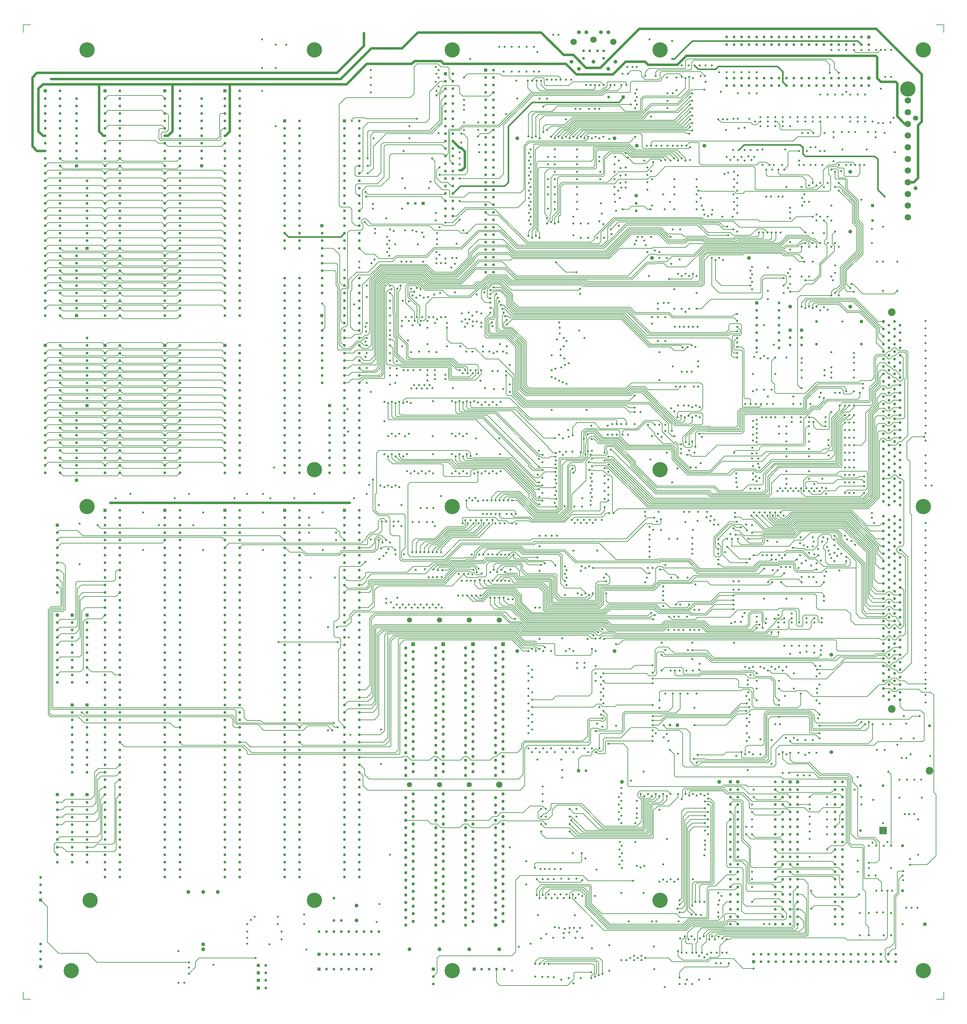
<source format=gbr>
G04 FAB 3000 Version 8.1.7 - Gerber/CAM Software*
G04 RS274-X Output*
%FSLAX24Y24*%
%MIA0B0*%
%MOIN*%
%SFA1.000000B1.000000*%

%IPPOS*%
%ADD11C,0.006440*%
%ADD12C,0.012880*%
%ADD13C,0.016100*%
%ADD14C,0.005152*%
%ADD15C,0.025761*%
%ADD16C,0.029560*%
%ADD17C,0.029570*%
%ADD18C,0.029510*%
%ADD19C,0.029550*%
%ADD20C,0.029520*%
%ADD21C,0.029600*%
%ADD22C,0.029500*%
%ADD23C,0.033900*%
%ADD24C,0.033910*%
%ADD25C,0.033970*%
%ADD26C,0.033960*%
%ADD27C,0.033980*%
%ADD28C,0.033920*%
%ADD29C,0.041070*%
%ADD30C,0.041020*%
%ADD31C,0.041030*%
%ADD32C,0.041010*%
%ADD33C,0.041090*%
%ADD34C,0.041000*%
%ADD35C,0.054800*%
%ADD36C,0.054750*%
%ADD37C,0.054730*%
%ADD38C,0.054740*%
%ADD39C,0.068400*%
%ADD40C,0.068410*%
%ADD41C,0.068420*%
%ADD42R,0.038600X0.038600*%
%ADD43R,0.038640X0.038640*%
%ADD44R,0.038630X0.038640*%
%ADD45R,0.038680X0.038640*%
%ADD46C,0.032820*%
%ADD47C,0.032800*%
%ADD48C,0.032900*%
%ADD49C,0.082101*%
%ADD50C,0.021900*%
%ADD51C,0.021920*%
%ADD52C,0.021860*%
%ADD53C,0.021930*%
%ADD54C,0.021910*%
%ADD55C,0.021870*%
%ADD56C,0.021940*%
%ADD57C,0.021880*%
%ADD58C,0.021840*%
%ADD59C,0.021850*%
%ADD60C,0.022000*%
%ADD61C,0.021801*%
%ADD62C,0.008200*%
%ADD63C,0.008250*%
%ADD64C,0.008190*%
%ADD65R,0.034800X0.034780*%
%ADD66R,0.034780X0.034780*%
%ADD67R,0.034770X0.034780*%
%ADD68R,0.034770X0.034770*%
%ADD69R,0.034770X0.034800*%
%ADD70R,0.034760X0.034800*%
%ADD71R,0.034780X0.034800*%
%ADD72R,0.034780X0.034770*%
%ADD73R,0.034780X0.034700*%
%ADD74R,0.034780X0.034900*%
%ADD75R,0.034780X0.034760*%
%ADD76R,0.034770X0.034700*%
%ADD77R,0.034770X0.034760*%
%ADD78R,0.080500X0.080510*%
%ADD79R,0.080500X0.080500*%
%ADD80C,0.164200*%
%ADD81C,0.164220*%
%ADD82C,0.164230*%
%ADD83C,0.164240*%
%ADD84R,0.048300X0.032170*%
%ADD85R,0.048290X0.032230*%
%ADD86R,0.048290X0.032180*%
%ADD87R,0.048280X0.032180*%
%ADD88R,0.048280X0.032230*%
%ADD89R,0.048280X0.032170*%
%ADD90R,0.048330X0.032180*%
%ADD91R,0.048330X0.032240*%
%ADD92R,0.048290X0.032240*%
%ADD93R,0.048280X0.032240*%
%ADD94R,0.048330X0.032200*%
%ADD95R,0.048290X0.032200*%
%ADD96R,0.048330X0.032300*%
%ADD97R,0.048290X0.032300*%
%ADD98R,0.048330X0.032000*%
%ADD99R,0.048290X0.032000*%
%ADD100R,0.048290X0.032100*%
%ADD101R,0.048330X0.032100*%
%ADD102R,0.048340X0.032300*%
%ADD103R,0.048340X0.032200*%
%ADD104R,0.048350X0.032170*%
%ADD105R,0.048350X0.032180*%
%ADD106R,0.048270X0.032180*%
%ADD107R,0.048290X0.032170*%
%ADD108R,0.048290X0.032220*%
%ADD109R,0.048350X0.032200*%
%ADD110R,0.048270X0.032200*%
%ADD111R,0.048280X0.032200*%
%ADD112R,0.048280X0.032100*%
%ADD113R,0.048340X0.032100*%
%ADD114R,0.048280X0.032300*%
%ADD115R,0.048350X0.032300*%
%ADD116R,0.048280X0.032220*%
%ADD117R,0.048300X0.032200*%
%ADD118R,0.048350X0.032240*%
%ADD119R,0.048350X0.032220*%
%ADD120R,0.048290X0.032160*%
%ADD121R,0.048280X0.032160*%
%ADD122R,0.048350X0.032160*%
%ADD123R,0.048350X0.032230*%
%ADD124R,0.048330X0.032400*%
%ADD125R,0.048290X0.032400*%
%ADD126R,0.048280X0.032400*%
%ADD127R,0.048340X0.032400*%
%ADD128R,0.048350X0.032100*%
%ADD129R,0.048270X0.032100*%
%ADD130R,0.048300X0.032300*%
%ADD131R,0.048270X0.032300*%
%ADD132R,0.048340X0.032220*%
%ADD133R,0.048340X0.032180*%
%ADD134R,0.048300X0.032100*%
%ADD135R,0.048300X0.032180*%
%ADD136R,0.048300X0.032230*%
%ADD137R,0.048340X0.032230*%
%ADD138R,0.048330X0.032230*%
%ADD139R,0.048330X0.032170*%
%ADD140R,0.048330X0.032220*%
%ADD141R,0.048310X0.032220*%
%ADD142R,0.048300X0.032240*%
%ADD143R,0.048200X0.032240*%
%ADD144R,0.048300X0.032220*%
%ADD145R,0.048400X0.032180*%
%ADD146R,0.048200X0.032170*%
%ADD147R,0.048200X0.032220*%
%ADD148R,0.048200X0.032230*%
%ADD149R,0.048200X0.032180*%
%ADD150R,0.048200X0.032190*%
%ADD151R,0.048300X0.032190*%
%ADD152R,0.048300X0.032210*%
%ADD153R,0.048200X0.032210*%
%ADD154R,0.048200X0.032300*%
%ADD155R,0.048200X0.032200*%
%ADD156R,0.048200X0.032100*%
%ADD157R,0.032300X0.048300*%
%ADD158R,0.032170X0.048400*%
%ADD159R,0.032180X0.048400*%
%ADD160R,0.032230X0.048400*%
%ADD161R,0.032230X0.048300*%
%ADD162R,0.032240X0.048300*%
%ADD163R,0.032180X0.048300*%
%ADD164R,0.032170X0.048300*%
%ADD165R,0.032220X0.048400*%
%ADD166R,0.032170X0.048200*%
%ADD167R,0.032180X0.048200*%
%ADD168R,0.032240X0.048200*%
%ADD169R,0.032230X0.048200*%
%ADD170R,0.032160X0.048200*%
%ADD171R,0.032220X0.048200*%
%ADD172R,0.032220X0.048300*%
%ADD173R,0.032160X0.048300*%
%ADD174R,0.032240X0.048400*%
%ADD175R,0.032160X0.048400*%
%ADD176R,0.032190X0.048300*%
%ADD177R,0.032190X0.048200*%
%ADD178R,0.032200X0.048400*%
%ADD179R,0.032200X0.048300*%
%ADD180R,0.032100X0.048300*%
%ADD181R,0.032100X0.048200*%
%ADD182R,0.048300X0.058000*%
%ADD183R,0.048330X0.058000*%
%ADD184R,0.048290X0.058000*%
%ADD185C,0.082150*%
%ADD186C,0.005500*%
%ADD187C,0.009660*%
%ADD188C,0.008240*%
%ADD189C,0.008180*%
%ADD190R,0.051500X0.016100*%
%ADD191R,0.051540X0.016100*%
%ADD192R,0.051540X0.016000*%
%ADD193R,0.051540X0.016200*%
%ADD194R,0.051480X0.016100*%
%ADD195R,0.051480X0.015900*%
%ADD196R,0.051540X0.015900*%
%ADD197R,0.051480X0.016000*%
%ADD198R,0.051480X0.016200*%
%ADD199R,0.051540X0.016060*%
%ADD200R,0.051540X0.016110*%
%ADD201R,0.051540X0.016120*%
%ADD202R,0.051540X0.016130*%
%ADD203R,0.051540X0.016070*%
%ADD204R,0.051480X0.016110*%
%ADD205R,0.051480X0.016070*%
%ADD206R,0.051480X0.016050*%
%ADD207R,0.051480X0.016130*%
%ADD208R,0.051480X0.016120*%
%ADD209R,0.051480X0.016060*%
%ADD210R,0.051490X0.016060*%
%ADD211R,0.051490X0.016110*%
%ADD212R,0.051490X0.016120*%
%ADD213R,0.051490X0.016130*%
%ADD214R,0.051490X0.016070*%
%ADD215R,0.051490X0.016000*%
%ADD216R,0.051490X0.016100*%
%ADD217R,0.051490X0.016200*%
%ADD218R,0.051550X0.016100*%
%ADD219R,0.051550X0.016200*%
%ADD220R,0.051550X0.016060*%
%ADD221R,0.051540X0.016050*%
%ADD222R,0.051550X0.016050*%
%ADD223R,0.051550X0.016110*%
%ADD224R,0.051550X0.016120*%
%ADD225R,0.051600X0.016110*%
%ADD226R,0.051600X0.016070*%
%ADD227R,0.051600X0.016050*%
%ADD228R,0.051600X0.016130*%
%ADD229R,0.051600X0.016120*%
%ADD230R,0.051600X0.016060*%
%ADD231R,0.051500X0.016060*%
%ADD232R,0.051500X0.016110*%
%ADD233R,0.051500X0.016120*%
%ADD234R,0.016200X0.051540*%
%ADD235R,0.016110X0.051500*%
%ADD236R,0.016050X0.051500*%
%ADD237R,0.016070X0.051500*%
%ADD238R,0.016120X0.051500*%
%ADD239R,0.016130X0.051500*%
%ADD240R,0.016110X0.051600*%
%ADD241R,0.016060X0.051600*%
%ADD242R,0.016120X0.051600*%
%ADD243R,0.016060X0.051500*%
%ADD244R,0.016070X0.051600*%
%ADD245R,0.016110X0.051540*%
%ADD246R,0.016120X0.051540*%
%ADD247R,0.016060X0.051540*%
%ADD248R,0.016070X0.051540*%
%ADD249R,0.016050X0.051540*%
%ADD250R,0.016070X0.051550*%
%ADD251R,0.016110X0.051550*%
%ADD252R,0.016120X0.051550*%
%ADD253R,0.016050X0.051600*%
%ADD254R,0.016130X0.051540*%
%ADD255R,0.016110X0.051480*%
%ADD256R,0.016110X0.051490*%
%ADD257R,0.016120X0.051490*%
%ADD258R,0.016120X0.051480*%
%ADD259R,0.016130X0.051600*%
%ADD260R,0.016060X0.051530*%
%ADD261R,0.016110X0.051530*%
%ADD262R,0.016120X0.051530*%
%ADD263R,0.016070X0.051530*%
%ADD264R,0.016110X0.051400*%
%ADD265R,0.016120X0.051400*%
%ADD266R,0.016060X0.051400*%
%ADD267R,0.016050X0.051400*%
%ADD268R,0.016060X0.051480*%
%ADD269R,0.016100X0.051540*%
%ADD270R,0.016100X0.051480*%
%ADD271R,0.016200X0.051480*%
%ADD272R,0.009700X0.019320*%
%ADD273R,0.009660X0.019300*%
%ADD274R,0.009670X0.019300*%
%ADD275R,0.009600X0.019300*%
%ADD276R,0.009700X0.019300*%
%ADD277R,0.009600X0.019400*%
%ADD278R,0.025800X0.032200*%
%ADD279R,0.025780X0.032180*%
%ADD280R,0.025760X0.032180*%
%ADD281R,0.025780X0.032220*%
%ADD282R,0.025760X0.032170*%
%ADD283R,0.025780X0.032170*%
%ADD284R,0.025730X0.032180*%
%ADD285R,0.025760X0.032220*%
%ADD286R,0.025780X0.032240*%
%ADD287R,0.025760X0.032240*%
%ADD288R,0.025730X0.032240*%
%ADD289R,0.025760X0.032230*%
%ADD290R,0.025780X0.032230*%
%ADD291R,0.025770X0.032230*%
%ADD292R,0.025780X0.032300*%
%ADD293R,0.025760X0.032200*%
%ADD294R,0.025780X0.032200*%
%ADD295R,0.025770X0.032200*%
%ADD296R,0.025760X0.032300*%
%ADD297R,0.025800X0.032240*%
%ADD298R,0.025800X0.032230*%
%ADD299R,0.025700X0.032230*%
%ADD300R,0.031600X0.045080*%
%ADD301R,0.031570X0.045100*%
%ADD302R,0.031570X0.045000*%
%ADD303R,0.031500X0.045100*%
%ADD304R,0.031600X0.045100*%
%ADD305R,0.031600X0.045000*%
%ADD306R,0.031500X0.045000*%
%ADD307R,0.067590X0.016100*%
%ADD308R,0.067660X0.016100*%
%ADD309R,0.067600X0.016100*%
%ADD310R,0.067600X0.016200*%
%ADD311R,0.067660X0.016200*%
%ADD312R,0.067660X0.016000*%
%ADD313R,0.067600X0.016000*%
%ADD314R,0.016110X0.067600*%
%ADD315R,0.016060X0.067600*%
%ADD316R,0.016120X0.067600*%
%ADD317R,0.016130X0.067600*%
%ADD318R,0.016050X0.067600*%
%ADD319R,0.016070X0.067600*%
%ADD320R,0.016110X0.067500*%
%ADD321R,0.016120X0.067500*%
%ADD322R,0.016070X0.067500*%
%ADD323R,0.016060X0.067500*%
%ADD324R,0.016110X0.067590*%
%ADD325R,0.016050X0.067590*%
%ADD326R,0.016130X0.067590*%
%ADD327R,0.016110X0.067620*%
%ADD328R,0.016130X0.067620*%
%ADD329R,0.016050X0.067620*%
%ADD330R,0.016070X0.067670*%
%ADD331R,0.016050X0.067670*%
%ADD332R,0.016110X0.067670*%
%ADD333R,0.016120X0.067670*%
%ADD334R,0.016110X0.067700*%
%ADD335R,0.016120X0.067700*%
%ADD336R,0.016130X0.067700*%
%ADD337R,0.016050X0.067700*%
%ADD338R,0.016110X0.067650*%
%ADD339R,0.016120X0.067650*%
%ADD340R,0.016060X0.067650*%
%ADD341R,0.016070X0.067650*%
%ADD342R,0.016060X0.067700*%
%ADD343R,0.016070X0.067700*%
%ADD344R,0.016100X0.067590*%
%ADD345R,0.016200X0.067590*%
%ADD346R,0.016100X0.067650*%
%ADD347R,0.016200X0.067650*%
%ADD348R,0.016100X0.067620*%
%ADD349R,0.016200X0.067620*%
%ADD350R,0.016000X0.067650*%
%ADD351R,0.016000X0.067590*%
%ADD352R,0.093400X0.032220*%
%ADD353R,0.093360X0.032200*%
%ADD354R,0.093380X0.032200*%
%ADD355R,0.093360X0.032100*%
%ADD356R,0.093430X0.032100*%
%ADD357R,0.093360X0.032180*%
%ADD358R,0.093370X0.032180*%
%ADD359R,0.093360X0.032230*%
%ADD360R,0.093370X0.032230*%
%ADD361R,0.032180X0.093380*%
%ADD362R,0.032230X0.093400*%
%ADD363R,0.032170X0.093400*%
%ADD364R,0.032220X0.093400*%
%ADD365R,0.032170X0.093300*%
%ADD366R,0.032180X0.093400*%
%ADD367R,0.032230X0.093370*%
%ADD368R,0.032230X0.093360*%
%ADD369R,0.032230X0.093300*%
%ADD370R,0.032180X0.093300*%
%ADD371R,0.032300X0.093370*%
%ADD372R,0.032300X0.093360*%
%ADD373R,0.032200X0.093400*%
%ADD374R,0.032300X0.093300*%
%ADD375R,0.032300X0.093500*%
%ADD376R,0.060500X0.080500*%
%ADD377R,0.060560X0.080400*%
%ADD378R,0.060550X0.080400*%
%ADD379R,0.060550X0.080600*%
%ADD380R,0.060490X0.080500*%
%ADD381R,0.060490X0.080600*%
%ADD382R,0.060560X0.080500*%
%ADD383R,0.080500X0.060500*%
%ADD384R,0.080500X0.060400*%
%ADD385R,0.038700X0.077200*%
%ADD386R,0.038630X0.077400*%
%ADD387R,0.038630X0.077200*%
%ADD388R,0.038630X0.077300*%
%ADD389R,0.038640X0.077200*%
%ADD390R,0.077310X0.038600*%
%ADD391R,0.077260X0.038630*%
%ADD392R,0.077250X0.038630*%
%ADD393R,0.077260X0.038600*%
%ADD394R,0.077250X0.038600*%
%ADD395R,0.077320X0.038600*%
%ADD396R,0.048350X0.032400*%
%ADD397R,0.048270X0.032170*%
%ADD398R,0.032180X0.048290*%
%ADD399R,0.032170X0.048290*%
%ADD400R,0.032230X0.048350*%
%ADD401R,0.032220X0.048350*%
%ADD402R,0.032160X0.048350*%
%ADD403R,0.032170X0.048350*%
%ADD404R,0.032170X0.048280*%
%ADD405R,0.032160X0.048280*%
%ADD406R,0.032220X0.048280*%
%ADD407R,0.032230X0.048280*%
%ADD408R,0.032230X0.048290*%
%ADD409R,0.032180X0.048280*%
%ADD410R,0.032220X0.048290*%
%ADD411R,0.032240X0.048100*%
%ADD412R,0.032160X0.048290*%
%ADD413R,0.032100X0.048290*%
%ADD414R,0.048290X0.057940*%
%ADD415R,0.048340X0.057950*%
%ADD416R,0.048290X0.057950*%
%ADD417R,0.048280X0.058000*%
%ADD418R,0.048280X0.058100*%
%ADD419R,0.048340X0.058100*%
%ADD420R,0.048290X0.057900*%
%ADD421R,0.048340X0.058000*%
%ADD422R,0.048290X0.058010*%
%ADD423R,0.048330X0.058010*%
%ADD424R,0.048350X0.057950*%
%ADD425R,0.048280X0.057950*%
%ADD426R,0.048280X0.057900*%
%ADD427R,0.048350X0.057900*%
%ADD428R,0.048330X0.057950*%
%ADD429R,0.048270X0.057940*%
%ADD430R,0.048300X0.057940*%
%ADD431R,0.048340X0.057900*%
%ADD432R,0.058000X0.048300*%
%ADD433R,0.057940X0.048300*%
%ADD434R,0.057940X0.048200*%
%ADD435R,0.058000X0.048200*%
%ADD436R,0.057950X0.048200*%
%ADD437R,0.057950X0.048300*%
%ADD438R,0.057950X0.048400*%
%ADD439R,0.058000X0.048400*%
%ADD440R,0.057950X0.048290*%
%ADD441R,0.057950X0.048330*%
%ADD442R,0.057940X0.048290*%
%ADD443R,0.057940X0.048270*%
%ADD444R,0.057940X0.048330*%
%ADD445R,0.057940X0.048400*%
%ADD446R,0.057940X0.048280*%
%ADD447R,0.057940X0.048350*%
%ADD448R,0.057990X0.048290*%
%ADD449R,0.041820X0.080520*%
%ADD450R,0.041820X0.080600*%
%ADD451R,0.041830X0.080600*%
%ADD452R,0.041890X0.080600*%
%ADD453R,0.080510X0.041900*%
%ADD454R,0.080520X0.042000*%
%ADD455R,0.080520X0.041900*%
%ADD456R,0.080510X0.041800*%
%ADD457R,0.080510X0.042000*%
%ADD458R,0.080520X0.041800*%
%ADD459C,0.082130*%
%ADD460R,0.094230X0.094350*%
%ADD461R,0.086210X0.086320*%
%ADD462R,0.100700X0.100800*%
%ADD463R,0.092670X0.092800*%
%ADD464R,0.097450X0.091200*%
%ADD465R,0.089410X0.083200*%
%ADD466R,0.092720X0.089620*%
%ADD467R,0.084690X0.081540*%
%ADD468R,0.094300X0.095800*%
%ADD469R,0.086220X0.087700*%
%ADD470R,0.092730X0.091080*%
%ADD471R,0.084690X0.083060*%
%ADD472R,0.103030X0.101600*%
%ADD473R,0.094990X0.093600*%
%ADD474R,0.005630X0.028300*%
%ADD475R,0.005640X0.028200*%
%ADD476R,0.005630X0.028200*%
%ADD477R,0.005640X0.028000*%
%ADD478R,0.005640X0.028300*%
%ADD479R,0.005600X0.028200*%
%ADD480R,0.005630X0.028100*%
%ADD481R,0.005600X0.028100*%
%ADD482R,0.092300X0.092350*%
%ADD483R,0.084300X0.084320*%
%ADD484R,0.092290X0.092220*%
%ADD485R,0.084250X0.084200*%
%ADD486R,0.090980X0.090800*%
%ADD487R,0.082900X0.082900*%
%ADD488R,0.099940X0.100500*%
%ADD489R,0.091920X0.092500*%
%ADD490R,0.097480X0.097500*%
%ADD491R,0.089460X0.089400*%
%ADD492R,0.005600X0.028300*%
%ADD493R,0.098410X0.097000*%
%ADD494R,0.090390X0.089000*%
%ADD495R,0.097500X0.097590*%
%ADD496R,0.096680X0.096730*%
%ADD497R,0.089470X0.089510*%
%ADD498R,0.079810X0.079860*%
%ADD499R,0.103960X0.104000*%
%ADD500R,0.103140X0.103200*%
%ADD501R,0.095870X0.096000*%
%ADD502R,0.086210X0.086300*%
%ADD503R,0.100590X0.094400*%
%ADD504R,0.099830X0.093600*%
%ADD505R,0.092550X0.086400*%
%ADD506R,0.082900X0.076700*%
%ADD507R,0.095970X0.092830*%
%ADD508R,0.095150X0.092020*%
%ADD509R,0.087890X0.084750*%
%ADD510R,0.078240X0.075090*%
%ADD511R,0.097500X0.099000*%
%ADD512R,0.096660X0.098200*%
%ADD513R,0.089420X0.091000*%
%ADD514R,0.079750X0.081400*%
%ADD515R,0.095970X0.094350*%
%ADD516R,0.095170X0.093520*%
%ADD517R,0.087950X0.086310*%
%ADD518R,0.078270X0.076670*%
%ADD519R,0.106240X0.104900*%
%ADD520R,0.105460X0.104100*%
%ADD521R,0.098210X0.096900*%
%ADD522R,0.088540X0.087100*%
%ADD523R,0.008830X0.031300*%
%ADD524R,0.008030X0.030600*%
%ADD525R,0.008840X0.031400*%
%ADD526R,0.008080X0.030500*%
%ADD527R,0.008830X0.031400*%
%ADD528R,0.008080X0.030600*%
%ADD529R,0.008020X0.030600*%
%ADD530R,0.008020X0.030500*%
%ADD531R,0.008800X0.031300*%
%ADD532R,0.008000X0.030600*%
%ADD533R,0.008800X0.031400*%
%ADD534R,0.095500X0.095550*%
%ADD535R,0.094700X0.094730*%
%ADD536R,0.087500X0.087510*%
%ADD537R,0.077900X0.077850*%
%ADD538R,0.008900X0.031300*%
%ADD539R,0.008100X0.030600*%
%ADD540R,0.008900X0.031400*%
%ADD541R,0.095540X0.095490*%
%ADD542R,0.094780X0.094670*%
%ADD543R,0.087510X0.087400*%
%ADD544R,0.077850X0.077750*%
%ADD545R,0.094190X0.094200*%
%ADD546R,0.093370X0.093400*%
%ADD547R,0.086150X0.086200*%
%ADD548R,0.076490X0.076400*%
%ADD549R,0.103080X0.103800*%
%ADD550R,0.102340X0.103000*%
%ADD551R,0.095060X0.095800*%
%ADD552R,0.085390X0.086000*%
%ADD553R,0.100740X0.100700*%
%ADD554R,0.099880X0.099900*%
%ADD555R,0.092660X0.092700*%
%ADD556R,0.082960X0.083000*%
%ADD557R,0.009000X0.031400*%
%ADD558R,0.008000X0.030500*%
%ADD559R,0.008000X0.030700*%
%ADD560R,0.101670X0.100200*%
%ADD561R,0.100910X0.099400*%
%ADD562R,0.093640X0.092200*%
%ADD563R,0.083980X0.082600*%
%ADD564R,0.009700X0.019310*%
%ADD565R,0.093410X0.032180*%
%ADD566R,0.060540X0.080500*%
%ADD567R,0.038700X0.077400*%
%ADD568R,0.032200X0.048280*%
%ADD569C,0.005490*%
%ADD570C,0.007728*%
%ADD571C,0.128803*%
%ADD572C,0.064402*%
%ADD573C,0.090163*%
%ADD574C,0.120431*%
%ADD575C,0.041060*%
%ADD576C,0.041080*%
%ADD577C,0.041040*%
%ADD578C,0.041100*%
%ADD579C,0.068500*%
%ADD580C,0.068470*%
%ADD581C,0.109500*%
%ADD582C,0.109490*%
%ADD583C,0.109470*%
%ADD584C,0.109480*%
%ADD585C,0.109400*%
%ADD586R,0.034800X0.034770*%
%ADD587C,0.082200*%
%LNA4000T Rev4 in1_0*%
%LPD*%
G54D81*
X15539Y64922D03*
G54D11*
X15297Y59207D02*
G01X16264Y58241D01*
G54D18*
X15217Y69028D03*
Y69833D03*
Y70638D03*
Y71443D03*
Y72248D03*
Y73053D03*
Y73858D03*
Y74663D03*
G54D11*
X15941Y70638D02*
G01X15217D01*
X16264Y70960D02*
G01X15941Y70638D01*
X16344Y74582D02*
G01X15941Y74180D01*
X16102Y73375D02*
G01X16505Y73777D01*
X16666Y72167D02*
G01X16264Y71765D01*
X16425Y71121D02*
G01X16827Y71524D01*
D02*
G01Y75146D01*
X16344Y77883D02*
G01Y74582D01*
X16505Y73777D02*
G01Y76675D01*
X16666Y75790D02*
G01Y72167D01*
G54D26*
X56756Y70718D03*
G54D27*
X53536D03*
G54D23*
X50316D03*
G54D15*
X37436Y153874D02*
G01X29385D01*
X30593Y152666D02*
G01X43151D01*
X34940Y153230D02*
G01X30673D01*
X30593Y107668D02*
G01X37033D01*
G54D11*
X45325Y103160D02*
G01X31961D01*
X44761Y103321D02*
G01X30513D01*
X32445Y84242D02*
G01X33894D01*
X33733Y84001D02*
G01X31398D01*
X31317Y83840D02*
G01X33572D01*
G54D51*
X11353Y153230D03*
G54D11*
X11514Y85691D02*
G01X11595Y85611D01*
X11514Y95915D02*
G01Y85691D01*
X11595Y95995D02*
G01X11514Y95915D01*
X11031Y96156D02*
G01X11353Y96478D01*
X11031Y84886D02*
G01Y96156D01*
X11272Y84645D02*
G01X11031Y84886D01*
X11433Y96317D02*
G01X11192Y96076D01*
D02*
G01Y85047D01*
D02*
G01X11433Y84806D01*
Y85450D02*
G01X11353Y85530D01*
D02*
G01Y95995D01*
D02*
G01X11514Y96156D01*
X12641Y95995D02*
G01X11595D01*
X11514Y96156D02*
G01X12560D01*
X11353Y96478D02*
G01X12239D01*
X12400Y96317D02*
G01X11433D01*
G54D83*
X39690Y156370D03*
Y111210D03*
G54D15*
X42105Y153874D02*
G01X37436D01*
X42507Y153230D02*
G01X34940D01*
X37033Y107668D02*
G01X43473D01*
G54D13*
X36872Y136246D02*
G01X42507D01*
G54D11*
X38724Y102033D02*
G01X42346D01*
X42266Y102194D02*
G01X38804D01*
X42185Y92695D02*
G01X35826D01*
X41541Y83840D02*
G01X38402D01*
X38966Y83679D02*
G01X41139D01*
X34135Y84001D02*
G01X41783D01*
X45647Y88026D02*
G01Y95271D01*
X45808Y95110D02*
G01Y87221D01*
X47257Y93419D02*
G01Y83196D01*
X46613Y84806D02*
G01Y93419D01*
X46130Y86255D02*
G01Y94305D01*
X46452Y93580D02*
G01Y85611D01*
X46291Y86014D02*
G01Y94144D01*
X45969Y94385D02*
G01Y86818D01*
X46935Y94063D02*
G01X46452Y93580D01*
X46613Y93419D02*
G01X47096Y93903D01*
X47579Y93741D02*
G01X47257Y93419D01*
G54D14*
X42266Y84242D02*
G01X42910Y83598D01*
X42507Y100826D02*
G01X44440D01*
G54D13*
X42507Y136246D02*
G01X42910Y136648D01*
G54D11*
X42346Y102033D02*
G01X42668Y102355D01*
X42588Y102516D02*
G01X42266Y102194D01*
X42427Y104126D02*
G01X42910Y103643D01*
X42507Y124895D02*
G01X42829Y124573D01*
X42749Y124251D02*
G01X42346Y124652D01*
X42507Y126264D02*
G01X42829Y126585D01*
X42266Y124090D02*
G01X43554D01*
X42427Y131335D02*
G01X42749Y131013D01*
X42507Y127228D02*
G01X42749Y126988D01*
X42668Y130691D02*
G01X42507Y130530D01*
X42346Y150493D02*
G01X43071Y151218D01*
X43473Y139465D02*
G01X42507D01*
X43151Y94385D02*
G01X42266D01*
G54D51*
X70200Y93741D03*
G54D14*
D02*
G01X69999Y93903D01*
X70603Y93741D02*
G01X70281Y94063D01*
G54D11*
X61586Y94224D02*
G01X62069Y93741D01*
X61989Y93580D02*
G01X61506Y94063D01*
X61425Y93903D02*
G01X61908Y93419D01*
X81309Y94305D02*
G01X81873Y93741D01*
G54D80*
X103559Y152171D03*
G54D79*
D03*
G54D50*
X103850Y80620D03*
G54D61*
X103939Y64106D03*
G54D15*
X103559Y142125D02*
G01X104176D01*
X105058Y153714D02*
G01X100148Y158624D01*
G54D11*
X104012Y84726D02*
G01X103690Y84403D01*
X104896Y85370D02*
G01X103126D01*
X100308Y81988D02*
G01X105138D01*
X105622Y68772D02*
G01X103770D01*
X104012Y114752D02*
G01X103448Y114188D01*
X104736Y87623D02*
G01X102562D01*
X103529Y88187D02*
G01X105460D01*
X103931Y90441D02*
G01X102885Y89394D01*
X103931Y106380D02*
G01Y90441D01*
X103770Y106541D02*
G01X103931Y106380D01*
G54D21*
X100912Y98169D03*
G54D22*
X102119D03*
G54D11*
X98778Y101067D02*
G01Y96076D01*
X99422Y97847D02*
G01Y102516D01*
X99262Y102434D02*
G01Y97444D01*
X99101Y96881D02*
G01Y102355D01*
X98617Y100986D02*
G01Y95915D01*
X97973Y95754D02*
G01Y100665D01*
X98939Y101148D02*
G01Y96639D01*
X103126Y98249D02*
G01Y94466D01*
X101677Y98088D02*
G01X101999Y97766D01*
X101113Y97847D02*
G01X101355Y98088D01*
X99583Y98330D02*
G01X100067Y97847D01*
X103529Y91568D02*
G01Y101872D01*
X103287Y93580D02*
G01Y101791D01*
G54D18*
X102723Y110646D03*
G54D11*
X103770Y112096D02*
G01Y106541D01*
X101999Y110647D02*
G01X101597Y110244D01*
X102241Y110647D02*
G01X101999D01*
X102643Y110244D02*
G01X102241Y110647D01*
G54D51*
X86944Y102033D03*
G54D54*
X87911D03*
G54D53*
X88394D03*
G54D54*
X88876D03*
G54D51*
X89682D03*
G54D11*
X85415Y101631D02*
G01X84207Y102838D01*
G54D52*
X94995Y102516D03*
G54D11*
X94673D02*
G01X94431Y102758D01*
G54D51*
X83161Y103723D03*
G54D53*
X75755D03*
G54D11*
X82678Y102033D02*
G01Y103965D01*
X82839Y103885D02*
G01Y102919D01*
X75272Y105414D02*
G01X73340Y103482D01*
X100550Y120307D02*
G01Y121152D01*
G54D18*
X102723Y120306D03*
G54D11*
X103529Y123849D02*
G01Y114913D01*
X103206Y120951D02*
G01Y116845D01*
G54D50*
X102401Y133588D03*
Y130449D03*
G54D15*
Y149206D02*
G01X103203Y148404D01*
X102401Y152749D02*
G01Y149206D01*
X102241Y152910D02*
G01X102401Y152749D01*
G54D11*
X102080Y130128D02*
G01X102401Y130450D01*
X102241Y124332D02*
G01X102562Y124009D01*
X102160Y123446D02*
G01X102562Y123849D01*
X102241Y121917D02*
G01X102723Y121433D01*
X102643Y120709D02*
G01X102241Y121112D01*
X100067Y101067D02*
G01X100550Y100584D01*
X100067Y102838D02*
G01Y101067D01*
X100389Y102998D02*
G01Y102597D01*
X100228Y102194D02*
G01Y102919D01*
X100469Y114337D02*
G01Y108232D01*
X100308Y115235D02*
G01X100469Y115396D01*
X100067Y118133D02*
G01Y119582D01*
X100228Y118053D02*
G01Y118925D01*
X100389Y118280D02*
G01Y117972D01*
Y116201D02*
G01X100148Y115960D01*
D02*
G01Y108393D01*
X100308Y108312D02*
G01Y115235D01*
X100550Y100584D02*
G01X100912D01*
X100711Y105414D02*
G01X100469Y105173D01*
X100912Y98169D02*
G01X100228D01*
X100389Y98974D02*
G01X100912D01*
Y102998D02*
G01X100630D01*
X100067Y103804D02*
G01X100912D01*
X100389Y102597D02*
G01X100792Y102194D01*
X100912Y101510D02*
G01X100228Y102194D01*
X101046Y117811D02*
G01X100469D01*
X100228Y117006D02*
G01X101046D01*
X100724Y114591D02*
G01X100469Y114337D01*
Y115396D02*
G01X101046D01*
X100067Y119582D02*
G01X100711Y120226D01*
X100228Y118925D02*
G01X100724Y119421D01*
Y118616D02*
G01X100389Y118280D01*
X101046Y116201D02*
G01X100389D01*
X45647Y98652D02*
G01X45325Y98330D01*
X45244Y98491D02*
G01X45486Y98732D01*
X45808Y98974D02*
G01Y98249D01*
X46130D02*
G01X46613Y98732D01*
X45969Y98813D02*
G01Y96881D01*
X56958Y98813D02*
G01X57360Y98411D01*
X63357Y103482D02*
G01X63197Y103321D01*
G54D81*
X54502Y107266D03*
G54D52*
X49028Y107426D03*
G54D51*
X46613D03*
G54D11*
X56032Y107185D02*
G01Y107910D01*
X45969Y106862D02*
G01Y110164D01*
X49753Y109600D02*
G01Y102114D01*
X46211Y106862D02*
G01Y108554D01*
X56958Y112015D02*
G01X56796Y111854D01*
G54D22*
X102119Y119904D03*
G54D18*
X102723Y119502D03*
G54D22*
X102119Y119099D03*
G54D18*
X102723Y118696D03*
G54D22*
X102119Y118294D03*
G54D18*
X102723Y117891D03*
G54D22*
X102119Y117489D03*
G54D11*
X101972Y117892D02*
G01X101650Y117569D01*
X101972Y120307D02*
G01X102723D01*
X101650Y119985D02*
G01X101972Y120307D01*
X101650Y119180D02*
G01X101972Y119501D01*
D02*
G01X102723D01*
Y118697D02*
G01X101972D01*
D02*
G01X101650Y118375D01*
X102723Y117892D02*
G01X101972D01*
X99020Y114349D02*
G01X98537Y113867D01*
X99664Y117248D02*
G01Y108634D01*
X99503Y108715D02*
G01Y117328D01*
X99342Y108795D02*
G01Y117409D01*
X99825Y117167D02*
G01Y108554D01*
X71730Y110405D02*
G01Y106702D01*
X71458Y111804D02*
G01X75755Y107507D01*
X76207Y108151D02*
G01X71730Y112629D01*
X71971Y112129D02*
G01X76111Y107990D01*
X75996Y107829D02*
G01X71810Y112015D01*
X71649Y113384D02*
G01X76399Y108634D01*
X75608Y107346D02*
G01X71407Y111547D01*
X71327Y111392D02*
G01X75535Y107185D01*
X75876Y107668D02*
G01X71488Y112055D01*
G54D51*
X86864Y110807D03*
G54D52*
X85093D03*
G54D11*
X89601Y111612D02*
G01X88474Y110486D01*
X87991Y110727D02*
G01X89199Y111935D01*
X87991Y109761D02*
G01Y110727D01*
X88232D02*
G01Y109037D01*
X89279Y111774D02*
G01X88232Y110727D01*
X88635Y110405D02*
G01X89682Y111452D01*
X88876Y109761D02*
G01X89843Y110727D01*
X84932Y111130D02*
G01X84449Y110647D01*
X96122Y153874D02*
G01X95639Y154358D01*
X95880Y104609D02*
G01X96283Y104207D01*
X95800Y104448D02*
G01X96122Y104126D01*
X95961Y103804D02*
G01X95639Y104126D01*
X96041Y144296D02*
G01X95720Y143974D01*
X95880Y143812D02*
G01X96041Y143650D01*
Y143410D02*
G01X95880Y143570D01*
X95720Y141638D02*
G01X96202D01*
X96444Y130933D02*
G01X95720Y130208D01*
X95880Y130691D02*
G01X96283Y131094D01*
X95961Y110164D02*
G01X95558Y109761D01*
X95880Y110727D02*
G01X96202Y111049D01*
X95720Y108956D02*
G01X96202Y109439D01*
X95317Y116764D02*
G01X96202Y117650D01*
X95880Y111935D02*
G01X95961Y112015D01*
X66336Y105897D02*
G01X67382Y106944D01*
X66175Y106219D02*
G01X67061Y107104D01*
X67222Y107024D02*
G01X66256Y106058D01*
X65773Y106702D02*
G01X66175Y107104D01*
X66094Y106380D02*
G01X66900Y107185D01*
X66336Y107024D02*
G01X65853Y106541D01*
X66497Y105736D02*
G01X67543Y106783D01*
X53295Y102758D02*
G01X54502Y103965D01*
X54422Y104126D02*
G01X52852Y102556D01*
X53053Y102998D02*
G01X54341Y104286D01*
X54261Y104448D02*
G01X52973Y103160D01*
X52892Y103321D02*
G01X54180Y104609D01*
X53939Y105092D02*
G01X52651Y103804D01*
X52731Y103643D02*
G01X54019Y104931D01*
X54100Y104770D02*
G01X52811Y103482D01*
X54502Y103965D02*
G01X57400D01*
X57159Y104126D02*
G01X54422D01*
X56112Y104770D02*
G01X54100D01*
X54019Y104931D02*
G01X55831D01*
X55710Y105092D02*
G01X53939D01*
X54180Y104609D02*
G01X56394D01*
X56796Y104448D02*
G01X54261D01*
X54341Y104286D02*
G01X56917D01*
G54D52*
X52651Y105172D03*
G54D11*
X56796Y105455D02*
G01X56112Y104770D01*
X55831Y104931D02*
G01X56193Y105292D01*
X55911D02*
G01X55710Y105092D01*
X56394Y104609D02*
G01X57079Y105292D01*
X57642D02*
G01X56796Y104448D01*
G54D55*
X68473Y107265D03*
G54D51*
X67648D03*
G54D53*
X69395Y107426D03*
Y107888D03*
X68510Y108151D03*
G54D52*
X69556Y108300D03*
G54D53*
X69395Y108713D03*
G54D52*
X69556Y109125D03*
G54D53*
X69395Y109537D03*
G54D11*
X67382Y106944D02*
G01Y108554D01*
X70442Y107668D02*
G01X70522Y107748D01*
X70442Y106862D02*
G01Y107668D01*
X70361Y106783D02*
G01X70442Y106862D01*
X67543Y106783D02*
G01X70361D01*
X67061Y107104D02*
G01Y111532D01*
X67222Y111130D02*
G01Y107024D01*
X66900Y107185D02*
G01Y111612D01*
X67382Y108554D02*
G01X68912Y110083D01*
X59332Y108876D02*
G01X58728Y108272D01*
X61748Y108876D02*
G01X59332D01*
G54D52*
X69556Y109949D03*
G54D53*
X69395Y110361D03*
G54D52*
X69556Y110774D03*
G54D51*
X67543Y110888D03*
G54D54*
X69234Y111186D03*
G54D14*
X69648Y111134D02*
G01X70522D01*
G54D11*
X67222Y111130D02*
G01X67463Y111371D01*
X67785Y111130D02*
G01X67543Y110888D01*
X69596Y111186D02*
G01X69234D01*
X69596D02*
G01X69648Y111134D01*
G54D51*
X67463Y111370D03*
G54D11*
X67785Y111532D02*
G01Y111130D01*
X68912Y110083D02*
G01Y112176D01*
G54D15*
X66497Y155806D02*
G01X64082Y158222D01*
G54D14*
X64114Y111440D02*
G01X65402D01*
X64089Y109276D02*
G01X65333D01*
X64074Y108143D02*
G01X64989D01*
X65461Y107216D02*
G01X63730D01*
G54D11*
X64082Y152588D02*
G01X64565Y152104D01*
Y150493D02*
G01X64324Y150253D01*
X64485Y138741D02*
G01X64726Y138498D01*
X64887Y143570D02*
G01X64485Y143168D01*
X64565Y152506D02*
G01X64404Y152666D01*
X63036Y149769D02*
G01X65289D01*
X64324Y148078D02*
G01X64565Y148321D01*
X64462Y110977D02*
G01X65600D01*
X64939Y112498D02*
G01X64162D01*
X64377Y114620D02*
G01X65584D01*
X65692Y106862D02*
G01X63760D01*
G54D52*
X69556Y111598D03*
G54D51*
X69222Y112010D03*
D03*
G54D11*
X67624Y111693D02*
G01X67785Y111532D01*
X67222Y111693D02*
G01X67624D01*
X67061Y111532D02*
G01X67222Y111693D01*
X67302Y112015D02*
G01X68510D01*
X66900Y111612D02*
G01X67302Y112015D01*
X68429Y112176D02*
G01X66819D01*
X69596Y112010D02*
G01X69222D01*
X69596D02*
G01X69648Y111959D01*
X69809Y111650D02*
G01X69556Y111598D01*
G54D52*
Y112422D03*
G54D11*
X68349Y112337D02*
G01X68590Y112579D01*
X68850Y112597D02*
G01X68429Y112176D01*
X68912D02*
G01X69395Y112659D01*
X69809Y112474D02*
G01X69556Y112422D01*
X68510Y112015D02*
G01X69108Y112613D01*
X68349Y112659D02*
G01X68187Y112498D01*
X78814Y113706D02*
G01Y112659D01*
X83000Y113867D02*
G01X81793Y112659D01*
X78250Y113867D02*
G01X78653Y113464D01*
X78492Y113303D02*
G01X78089Y113706D01*
X62874Y106138D02*
G01X61184D01*
X61425Y108232D02*
G01X63438Y106219D01*
X63357Y106058D02*
G01X61506Y107910D01*
X60137Y111532D02*
G01X63116Y108554D01*
X60298Y111693D02*
G01X63277Y108715D01*
X62794Y108634D02*
G01X60057Y111371D01*
X62794Y105736D02*
G01X61345D01*
X59816Y105978D02*
G01X62794D01*
X63599Y106541D02*
G01X61586Y108554D01*
X61506Y108393D02*
G01X63518Y106380D01*
X63760Y106862D02*
G01X61748Y108876D01*
X61667Y108715D02*
G01X63680Y106702D01*
X58286Y117087D02*
G01X63837Y111535D01*
X63438Y108795D02*
G01X60379Y111854D01*
X63505Y109534D02*
G01X60701Y112337D01*
X60540Y112176D02*
G01X63337Y109379D01*
X60931Y112487D02*
G01X63575Y109842D01*
X63357Y109117D02*
G01X60460Y112015D01*
G54D52*
X57923Y105454D03*
G54D51*
X57803Y106460D03*
X57843Y107909D03*
G54D14*
X57561Y102998D02*
G01X61908D01*
G54D11*
X61184Y106862D02*
G01X56354D01*
X63357Y103160D02*
G01X55549D01*
X63197Y103321D02*
G01X55468D01*
X55307Y103643D02*
G01X62955D01*
X59131Y106099D02*
G01X55670D01*
X56917Y104286D02*
G01X57924Y105292D01*
X58487Y105455D02*
G01X57159Y104126D01*
X57400Y103965D02*
G01X58849Y105414D01*
X57079Y116604D02*
G01X63315Y110367D01*
X60057Y111371D02*
G01X57320D01*
X56716Y112498D02*
G01X60862D01*
X60460Y112015D02*
G01X56958D01*
X56877Y112176D02*
G01X60540D01*
X60701Y112337D02*
G01X56796D01*
X57119Y111693D02*
G01X59735D01*
X60379Y111854D02*
G01X57038D01*
X57199Y111532D02*
G01X60137D01*
X57803Y116764D02*
G01X62713Y111854D01*
X62955D02*
G01X57883Y116925D01*
G54D53*
X69395Y112834D03*
G54D52*
X68850Y112858D03*
G54D51*
X68348Y113102D03*
G54D53*
X67439Y113142D03*
G54D54*
X69108Y113233D03*
G54D52*
X69556Y113247D03*
G54D14*
X68590Y112981D02*
G01Y112579D01*
X69108Y112613D02*
G01Y113234D01*
X68850Y113930D02*
G01Y112859D01*
G54D11*
X68939Y114020D02*
G01X68850Y113930D01*
X68349Y113102D02*
G01X68418Y113384D01*
X68349Y112659D02*
G01Y113102D01*
X69395Y112835D02*
G01X69648Y112783D01*
X69395Y112659D02*
G01Y112835D01*
X68850Y112859D02*
G01Y112597D01*
X68590Y112981D02*
G01X68670Y113062D01*
G54D14*
X68939Y114811D02*
G01Y114020D01*
X68418Y113384D02*
G01Y115235D01*
G54D11*
X70281Y114028D02*
G01X69798Y114511D01*
X68670Y113062D02*
G01Y114552D01*
X69108Y113234D02*
G01Y114505D01*
G54D14*
X68680Y115188D02*
G01X68967Y115476D01*
X69011Y115316D02*
G01X68830Y115135D01*
G54D11*
X68820Y115638D02*
G01X68418Y115235D01*
X67463Y114913D02*
G01Y115799D01*
X88876Y120709D02*
G01Y122883D01*
X85898Y119019D02*
G01Y124170D01*
X85737Y123928D02*
G01Y118053D01*
X48465Y125297D02*
G01Y123607D01*
X48304Y124976D02*
G01Y123527D01*
X48142Y122802D02*
G01Y124251D01*
X49753Y124734D02*
G01Y123364D01*
X49591Y123204D02*
G01Y124652D01*
X48625Y125378D02*
G01Y123688D01*
X47418Y122640D02*
G01Y130289D01*
X46935Y131013D02*
G01Y121594D01*
X46452Y122561D02*
G01Y131254D01*
X46613Y131174D02*
G01Y122319D01*
X46291Y123124D02*
G01Y131335D01*
X46130Y123446D02*
G01Y131415D01*
X46774Y122158D02*
G01Y131094D01*
X47257Y121112D02*
G01Y130852D01*
X47096Y130933D02*
G01Y121514D01*
X56193Y121594D02*
G01Y122158D01*
X57642Y121876D02*
G01Y121514D01*
X57038Y121433D02*
G01Y121917D01*
X57320Y122400D02*
G01Y121594D01*
X92338Y114108D02*
G01Y116684D01*
G54D51*
X80826Y139224D03*
G54D52*
X81551Y139142D03*
G54D54*
X82517D03*
G54D11*
X68912Y131577D02*
G01X69073Y131415D01*
G54D17*
X68639Y155460D03*
Y156249D03*
G54D15*
X68912Y154438D02*
G01X67543Y155806D01*
G54D11*
X66980Y152104D02*
G01X69717D01*
X70522Y151782D02*
G01X66819D01*
X70522Y152910D02*
G01X67463D01*
X68349Y147032D02*
G01X68831Y147514D01*
G54D53*
X76640Y127632D03*
G54D54*
X63317Y156691D03*
Y154036D03*
D03*
G54D14*
X63370Y111278D02*
G01X62955Y111693D01*
X64001Y111130D02*
G01X63197D01*
G54D11*
X63315Y110367D02*
G01X63853D01*
X63277Y146146D02*
G01X63357Y146228D01*
X63438Y137210D02*
G01X63116Y136890D01*
X63438Y153392D02*
G01X63116Y153069D01*
X63438Y149608D02*
G01X63116Y149286D01*
G54D29*
X70506Y158262D03*
G54D15*
X74628Y158624D02*
G01X70442Y154438D01*
X67866Y153714D02*
G01X71810D01*
G54D14*
X70442Y151942D02*
G01X70763Y152265D01*
X70844Y152104D02*
G01X70603Y151862D01*
Y151621D02*
G01X70925Y151942D01*
G54D13*
X63116Y150734D02*
G01X72454D01*
G54D11*
X73742Y150493D02*
G01X64565D01*
X63197Y151460D02*
G01X70683D01*
X70603Y151621D02*
G01X63116D01*
X65853Y150333D02*
G01X72535D01*
X70804Y152588D02*
G01X70522Y152910D01*
Y151782D02*
G01X70603Y151862D01*
G54D52*
X52892Y136004D03*
X53053Y147434D03*
G54D54*
X55468Y147354D03*
G54D19*
X54583D03*
G54D17*
X53777D03*
G54D11*
X54261Y147596D02*
G01Y144457D01*
X53456Y148482D02*
G01X52329Y147354D01*
X54100Y147757D02*
G01Y145261D01*
X47177Y142686D02*
G01Y145986D01*
X46854Y143168D02*
G01X46452Y142765D01*
X47740Y144938D02*
G01Y142604D01*
X52087Y148964D02*
G01Y151862D01*
X53295Y150896D02*
G01X53778Y151378D01*
X53134Y151540D02*
G01Y148722D01*
X52409Y132140D02*
G01X51604Y132945D01*
X51362Y132462D02*
G01X52167Y131657D01*
X52329Y131979D02*
G01X51524Y132784D01*
X51443Y132622D02*
G01X52248Y131818D01*
G54D52*
X50719Y148964D03*
G54D11*
X45244D02*
G01X45164Y149044D01*
X50718Y148964D02*
G01X45244D01*
G54D19*
X54583Y142524D03*
G54D17*
X53777D03*
G54D11*
X52811Y142604D02*
G01X53295Y142122D01*
X52651D02*
G01Y144376D01*
G54D51*
X43715Y148722D03*
G54D11*
X42910Y122963D02*
G01X43796D01*
X43876Y149044D02*
G01X43715Y148882D01*
X44117Y137453D02*
G01X43715Y137854D01*
X42910Y123768D02*
G01X43876D01*
X44279Y125056D02*
G01X43473Y124251D01*
X44037Y125780D02*
G01X43635Y125378D01*
X43554Y126585D02*
G01X43956Y126183D01*
X44359Y132140D02*
G01X43715Y131496D01*
X43554Y124090D02*
G01X44359Y124895D01*
X43393Y131657D02*
G01X44198Y132462D01*
X44600Y120951D02*
G01X43715D01*
G54D51*
X51282Y136728D03*
X50638Y136808D03*
G54D11*
X81631Y134958D02*
G01X79861Y133186D01*
X81309Y134072D02*
G01X81873Y134634D01*
X81470Y135278D02*
G01X80505Y134314D01*
X81551Y135118D02*
G01X80585Y134153D01*
X81149Y134233D02*
G01X81712Y134797D01*
G54D15*
X45003Y156774D02*
G01X42105Y153874D01*
X43151Y152666D02*
G01X45325Y154842D01*
X45808Y156530D02*
G01X42507Y153230D01*
G54D11*
X45164Y149044D02*
G01X43876D01*
X44761Y138017D02*
G01Y137774D01*
X44922Y138178D02*
G01X44761Y138017D01*
X46452Y141961D02*
G01X44279D01*
X44922Y143410D02*
G01X44600Y143086D01*
X46452Y142765D02*
G01X44198D01*
X43071Y151218D02*
G01X49994D01*
X44842Y139385D02*
G01X44520Y139062D01*
X44761Y137774D02*
G01X44922Y137614D01*
Y137130D02*
G01X44761Y136970D01*
D02*
G01X43473D01*
G54D51*
X49833Y129322D03*
G54D11*
X48142Y129886D02*
G01Y128034D01*
X51004Y128796D02*
G01X49914Y129886D01*
X49753Y129804D02*
G01X50718Y128840D01*
X49511Y129161D02*
G01Y130933D01*
X48706Y130369D02*
G01Y125780D01*
X48545Y125700D02*
G01Y130610D01*
X48304Y130772D02*
G01Y128115D01*
X44842Y126022D02*
G01Y131094D01*
X45647Y131657D02*
G01Y125940D01*
X45808Y131577D02*
G01Y124652D01*
X45969Y124170D02*
G01Y131496D01*
X60781Y131415D02*
G01X60218Y131979D01*
X61264Y131738D02*
G01X60218Y132784D01*
X60701Y131254D02*
G01X60137Y131818D01*
X60298Y132140D02*
G01X60862Y131577D01*
X84932Y136246D02*
G01X84771Y136085D01*
X87911D02*
G01X87991Y136165D01*
X85013Y136085D02*
G01X87911D01*
X84851Y135922D02*
G01X85013Y136085D01*
X88876D02*
G01X88716Y135922D01*
X88876Y136728D02*
G01Y136085D01*
X89360Y136004D02*
G01Y136728D01*
X85656Y135118D02*
G01X85495Y134958D01*
X90165Y135118D02*
G01X85656D01*
X85576Y135278D02*
G01X85415Y135118D01*
X85174Y135922D02*
G01X85013Y135762D01*
X89118D02*
G01X89360Y136004D01*
X85334Y135762D02*
G01X89118D01*
X85174Y135602D02*
G01X85334Y135762D01*
X85495Y135441D02*
G01X85334Y135278D01*
X89843Y135441D02*
G01X85495D01*
X85415Y135602D02*
G01X89762D01*
X85254Y135441D02*
G01X85415Y135602D01*
X89923Y135278D02*
G01X85576D01*
X88716Y135922D02*
G01X85174D01*
X46774Y133266D02*
G01X45647Y132140D01*
X44842Y131094D02*
G01X46854Y133106D01*
X46935Y132945D02*
G01X45647Y131657D01*
X45486Y132462D02*
G01X46613Y133589D01*
X45969Y131496D02*
G01X47096Y132622D01*
D02*
G01X51443D01*
X47016Y132784D02*
G01X45808Y131577D01*
X53939Y125216D02*
G01Y126504D01*
G54D52*
X78975Y133830D03*
G54D14*
X78170Y134153D02*
G01X77606Y133589D01*
G54D11*
X43232Y126746D02*
G01Y130610D01*
X43554Y130369D02*
G01Y126585D01*
G54D71*
X40494Y137453D03*
G54D11*
X42346Y139626D02*
G01Y150493D01*
X42507Y139465D02*
G01X42346Y139626D01*
Y124652D02*
G01Y131013D01*
X42185Y130852D02*
G01Y124170D01*
X42507Y130530D02*
G01Y127228D01*
G54D52*
X50115Y119944D03*
G54D54*
X50678D03*
X51242D03*
G54D11*
X56032Y139224D02*
G01X54583Y137774D01*
G54D15*
X55871Y145422D02*
G01X55468Y145825D01*
X55871Y143732D02*
G01Y145422D01*
X55549Y143410D02*
G01X55871Y143732D01*
G54D11*
X56193Y153794D02*
G01X55790Y153392D01*
X56193Y146870D02*
G01X55710Y147354D01*
X55871Y142926D02*
G01X56193Y143249D01*
X55790Y140513D02*
G01X56273Y140994D01*
X59896Y153553D02*
G01X59654Y153794D01*
X59574Y142525D02*
G01X60057Y143006D01*
X61586Y135360D02*
G01X59332Y137614D01*
X60218Y131979D02*
G01X58447D01*
X61506Y135198D02*
G01X59735Y136970D01*
X59654Y136809D02*
G01X61425Y135038D01*
X58366Y132140D02*
G01X60298D01*
X60137Y131818D02*
G01X58527D01*
G54D51*
X57803Y123929D03*
Y124492D03*
G54D11*
X56998Y124251D02*
G01X58125Y123124D01*
X60701Y118938D02*
G01X49511D01*
X59171Y117248D02*
G01X55066D01*
X56273Y117731D02*
G01X61264D01*
X61506Y117892D02*
G01X56595D01*
X55468Y117409D02*
G01X59252D01*
X60942Y117569D02*
G01X55871D01*
X57883Y116925D02*
G01X48545D01*
X48988Y117087D02*
G01X58286D01*
G54D54*
X57964Y130288D03*
G54D11*
Y130772D02*
G01X57481D01*
X57803Y130610D02*
G01X58044D01*
X58084Y129202D02*
G01X57642Y129644D01*
Y131415D02*
G01X58366Y132140D01*
X58527Y131818D02*
G01X57803Y131094D01*
X57883Y130933D02*
G01X58608Y131657D01*
X57400Y130933D02*
G01X57883D01*
X57320Y133750D02*
G01X60781D01*
X57400Y133589D02*
G01X59896D01*
X60218Y132784D02*
G01X57079D01*
X56998Y132945D02*
G01X60298D01*
X58447Y131979D02*
G01X57722Y131254D01*
G54D51*
X57400Y145341D03*
Y146146D03*
G54D52*
X57279Y147072D03*
X57320Y147757D03*
Y148562D03*
X56434Y155404D03*
G54D11*
X57279Y147072D02*
G01X57561Y147354D01*
X56193Y143249D02*
G01Y146870D01*
G54D51*
X56112Y136648D03*
G54D11*
X57079Y137614D02*
G01X56112Y136648D01*
X56273Y134877D02*
G01Y134072D01*
X57400Y136004D02*
G01X56273Y134877D01*
X56434Y134474D02*
G01X57320Y135360D01*
X56434Y133990D02*
G01Y134474D01*
X56595Y134394D02*
G01Y133910D01*
X57400Y135198D02*
G01X56595Y134394D01*
X56756Y133990D02*
G01Y133830D01*
X57320Y134554D02*
G01X56756Y133990D01*
X56917Y133910D02*
G01X57400Y134394D01*
X56917Y133750D02*
G01Y133910D01*
X45003Y121031D02*
G01X44520Y120548D01*
X46372Y122480D02*
G01X43715D01*
X44842Y124251D02*
G01X44520Y124573D01*
X44761Y124895D02*
G01X45084Y124573D01*
X44359Y124895D02*
G01X44761D01*
X44842Y121192D02*
G01X44600Y120951D01*
X43715Y121675D02*
G01X46291D01*
X44198Y124090D02*
G01X45888D01*
X44842Y125378D02*
G01X44520D01*
X44279Y125056D02*
G01X44761D01*
D02*
G01X45084Y125378D01*
X44842Y126022D02*
G01X44600Y125780D01*
Y123364D02*
G01X45003Y122963D01*
X44842Y121836D02*
G01X44520Y122158D01*
X44842Y122640D02*
G01X44520Y122963D01*
X46693Y121353D02*
G01X44520D01*
X45164Y134394D02*
G01X44520Y135038D01*
X44198Y132462D02*
G01X45486D01*
X45647Y132140D02*
G01X44359D01*
X47660Y131496D02*
G01X47096Y130933D01*
X46774Y131094D02*
G01X47498Y131818D01*
X46291Y131335D02*
G01X47257Y132301D01*
X47418Y131979D02*
G01X46613Y131174D01*
X46452Y131254D02*
G01X47337Y132140D01*
X47579Y131657D02*
G01X46935Y131013D01*
X50880Y131496D02*
G01X47660D01*
X47498Y131818D02*
G01X51041D01*
X46130Y131415D02*
G01X47177Y132462D01*
D02*
G01X51362D01*
X47257Y132301D02*
G01X51282D01*
X51121Y131979D02*
G01X47418D01*
X47337Y132140D02*
G01X51202D01*
X50960Y131657D02*
G01X47579D01*
G54D51*
X51644Y110807D03*
X51523Y120306D03*
G54D11*
X48223Y116764D02*
G01X57803D01*
X57079Y116604D02*
G01X47740D01*
X57159Y109842D02*
G01X49994D01*
X48505Y112015D02*
G01X54100D01*
X53375Y111854D02*
G01X48102D01*
X48907Y112176D02*
G01X54261D01*
X54422Y112337D02*
G01X49149D01*
X46613Y113303D02*
G01X56193D01*
X51685Y127471D02*
G01X51443Y127228D01*
X49350Y122721D02*
G01X54261D01*
X54019Y122238D02*
G01X49028D01*
X49270Y122561D02*
G01X54180D01*
X54100Y122400D02*
G01X49109D01*
X49914Y123204D02*
G01X54583D01*
X54422Y123044D02*
G01X49753D01*
X51041Y131818D02*
G01X51846Y131013D01*
X51685Y130691D02*
G01X50880Y131496D01*
X51604Y130530D02*
G01X53456D01*
X50799Y131335D02*
G01X51604Y130530D01*
X51282Y132301D02*
G01X52087Y131496D01*
X51926Y131174D02*
G01X51121Y131979D01*
X51202Y132140D02*
G01X52006Y131335D01*
X51765Y130852D02*
G01X50960Y131657D01*
X49430Y122883D02*
G01X54341D01*
X49028Y122238D02*
G01X48867Y122400D01*
G54D54*
X52087Y120306D03*
G54D13*
X60540Y148160D02*
G01X63116Y150734D01*
G54D11*
X62633Y135682D02*
G01X59091Y139224D01*
X61586Y139385D02*
G01X62392Y140190D01*
X60057Y148321D02*
G01X63197Y151460D01*
X62552Y135521D02*
G01X59493Y138580D01*
X61828Y140994D02*
G01X62230Y141397D01*
X63036Y151782D02*
G01X59493Y148240D01*
X59896Y153553D02*
G01X65934D01*
X63116Y151621D02*
G01X59574Y148078D01*
G54D54*
X58849Y121836D03*
G54D51*
X58829Y126646D03*
G54D52*
X58769Y127068D03*
G54D11*
Y128638D02*
G01X58608D01*
X58769D02*
G01X58930Y128477D01*
X59010Y130530D02*
G01X58608D01*
X58527Y126827D02*
G01X58769Y127068D01*
Y125861D02*
G01X58527Y126102D01*
X58930Y130369D02*
G01X58608Y130086D01*
X58044Y130610D02*
G01X58769Y131335D01*
X58849Y131174D02*
G01X58286Y130610D01*
X58930Y127390D02*
G01X58527D01*
X58930Y127713D02*
G01X58769Y127552D01*
X58125Y123124D02*
G01X59493D01*
X58769Y127552D02*
G01X58447D01*
X62472Y119341D02*
G01X61828Y119985D01*
X62069Y117972D02*
G01X60862Y119180D01*
X61023Y119341D02*
G01X62230Y118133D01*
X62392Y118455D02*
G01X61345Y119501D01*
X61184Y119421D02*
G01X62311Y118294D01*
X62874Y116764D02*
G01X60701Y118938D01*
X64887Y113625D02*
G01X60942Y117569D01*
X59252Y117409D02*
G01X63833Y112832D01*
X62794Y116604D02*
G01X61506Y117892D01*
X61264Y117731D02*
G01X64377Y114620D01*
X63760Y112659D02*
G01X59171Y117248D01*
X61506Y119582D02*
G01X62472Y118616D01*
X62552Y119501D02*
G01X61989Y120065D01*
X61667Y119904D02*
G01X62392Y119180D01*
X61989Y120065D02*
G01Y124734D01*
X60862Y126344D02*
G01X62311Y124895D01*
X68107Y130530D02*
G01X60862D01*
X60781Y126183D02*
G01X62150Y124814D01*
X62472Y124976D02*
G01X60942Y126504D01*
X68751Y131415D02*
G01X60781D01*
X60862Y131577D02*
G01X68912D01*
X68590Y131254D02*
G01X60701D01*
X60620Y131094D02*
G01X68429D01*
X61989Y124734D02*
G01X60701Y126022D01*
G54D82*
X76882Y111210D03*
G54D51*
X76560Y105655D03*
G54D11*
X82195Y108956D02*
G01X76560D01*
Y109439D02*
G01X82758D01*
X82678Y109278D02*
G01X76480D01*
Y108795D02*
G01X82034D01*
X76077Y105334D02*
G01X76801D01*
X76399Y108634D02*
G01X81953D01*
G54D51*
X79538Y116845D03*
G54D52*
X79458Y118133D03*
G54D51*
X79538Y120145D03*
G54D52*
X79458Y126585D03*
G54D14*
X77687Y133026D02*
G01X79700D01*
X79627Y113625D02*
G01X79394Y113858D01*
G54D11*
X79304Y114679D02*
G01X80505Y115879D01*
X78894Y117489D02*
G01X81149D01*
X79861Y124412D02*
G01X79458Y124009D01*
D02*
G01X78411D01*
X77848Y131738D02*
G01X80263D01*
X78492Y115960D02*
G01X80263D01*
X79538Y116523D02*
G01X79297Y116282D01*
X78572Y116120D02*
G01X80102D01*
X73420Y128356D02*
G01X61425D01*
X72937Y127873D02*
G01X61104D01*
X61345Y128196D02*
G01X73340D01*
X73098Y128034D02*
G01X61264D01*
X61667Y128678D02*
G01X73662D01*
X73581Y128516D02*
G01X61506D01*
X60942Y127713D02*
G01X72856D01*
X72696Y127390D02*
G01X60942D01*
X68590Y130933D02*
G01X81390D01*
X81309Y131094D02*
G01X68751D01*
X69073Y131415D02*
G01X80987D01*
X61425Y132059D02*
G01X73420D01*
X73903Y131738D02*
G01X61264D01*
X61345Y131898D02*
G01X73823D01*
X81149Y131254D02*
G01X68912D01*
X60701Y127552D02*
G01X72776D01*
G54D55*
X70603Y138740D03*
G54D51*
X70522Y139868D03*
D03*
G54D11*
X70683Y135360D02*
G01X61586D01*
X69798Y136246D02*
G01X71891Y138338D01*
X71971Y138178D02*
G01X70522Y136728D01*
X61425Y135038D02*
G01X70844D01*
X70763Y135198D02*
G01X61506D01*
X60942Y134072D02*
G01X71327D01*
X71247Y134233D02*
G01X61023D01*
X60942Y133910D02*
G01X71407D01*
X71166Y134394D02*
G01X61104D01*
X61184Y134554D02*
G01X71086D01*
X71005Y134716D02*
G01X61264D01*
X61828Y119985D02*
G01Y124652D01*
X61023Y121112D02*
G01Y119341D01*
Y129322D02*
G01X61667Y128678D01*
X61023Y130047D02*
G01Y129322D01*
X60862Y129161D02*
G01Y129966D01*
X61506Y128516D02*
G01X60862Y129161D01*
X61345Y119501D02*
G01Y124412D01*
X61184Y121433D02*
G01Y119421D01*
X60873Y112487D02*
G01X60931D01*
X60862Y112498D02*
G01X60873Y112487D01*
X61506Y124492D02*
G01Y119582D01*
X61667Y124573D02*
G01Y119904D01*
X82195Y115638D02*
G01X85334D01*
X85656Y115316D02*
G01X82034D01*
X83000Y113867D02*
G01X87347D01*
X85656Y115074D02*
G01X81068D01*
X82114Y115476D02*
G01X85495D01*
X82276Y115799D02*
G01X85093D01*
X84449Y110647D02*
G01X79861D01*
X79941Y110808D02*
G01X84207D01*
X87871Y112136D02*
G01X83523D01*
X82276Y111130D02*
G01X83845Y112699D01*
X87911Y131577D02*
G01Y129804D01*
X87750Y130289D02*
G01Y131818D01*
X87669Y130208D02*
G01X87750Y130289D01*
G54D17*
X89682Y125941D03*
X87267D03*
G54D11*
X85375Y125821D02*
G01X85495Y125940D01*
X84127Y125780D02*
G01X84449Y126102D01*
X85656Y126746D02*
G01Y125821D01*
X83483Y131013D02*
G01X86623D01*
X87669Y129564D02*
G01X82356D01*
X83242Y130208D02*
G01X87669D01*
X84288Y125378D02*
G01X75433D01*
X78250Y127713D02*
G01X84690D01*
X84851Y127552D02*
G01X78170D01*
X75835Y125940D02*
G01X83966D01*
X84207Y125620D02*
G01X75513D01*
X75755Y125780D02*
G01X84127D01*
G54D52*
X89118Y124653D03*
G54D11*
X84851Y124170D02*
G01Y125056D01*
X84690Y125620D02*
G01Y123928D01*
X84530Y125137D02*
G01Y123527D01*
G54D51*
X85174Y125378D03*
Y124895D03*
G54D17*
X87267Y125136D03*
X89682D03*
G54D11*
X84851Y125056D02*
G01X85174Y125378D01*
X84731Y125660D02*
G01X84690Y125620D01*
X85656Y125821D02*
G01X85495Y125660D01*
D02*
G01X84731D01*
X85375Y125821D02*
G01X84409D01*
D02*
G01X84207Y125620D01*
X84288Y125378D02*
G01X84530Y125137D01*
G54D14*
X73501Y113867D02*
G01X74225D01*
Y113706D02*
G01X73420D01*
X73340Y113544D02*
G01X74064D01*
X74225Y112096D02*
G01X72132Y114188D01*
X72052Y114028D02*
G01X74064Y112015D01*
X73903Y111935D02*
G01X71971Y113867D01*
X73742Y111854D02*
G01Y111693D01*
X71891Y113706D02*
G01X73742Y111854D01*
G54D11*
X74145Y117409D02*
G01X73581D01*
X73501Y117892D02*
G01X74145D01*
X74467Y115476D02*
G01X73018D01*
X73742Y111693D02*
G01Y111532D01*
D02*
G01X76480Y108795D01*
X73581Y118616D02*
G01X74145Y119180D01*
X75835Y125940D02*
G01X73420Y128356D01*
X73903Y119663D02*
G01X73581Y119341D01*
X73662Y120145D02*
G01X75272D01*
X73662Y128678D02*
G01X74225Y128115D01*
X74145Y127954D02*
G01X73581Y128516D01*
X72856Y127713D02*
G01X75835Y124734D01*
X75674Y124412D02*
G01X72696Y127390D01*
X72776Y127552D02*
G01X75755Y124573D01*
X73823Y120548D02*
G01X73259Y119985D01*
X73662Y119180D02*
G01X73984Y119501D01*
X73823Y119824D02*
G01X73501Y119501D01*
X75513Y125620D02*
G01X73098Y128034D01*
X73340Y128196D02*
G01X75755Y125780D01*
X75433Y125378D02*
G01X72937Y127873D01*
X73420Y119663D02*
G01X73742Y119985D01*
D02*
G01X75191D01*
X78129Y115396D02*
G01Y116080D01*
X77768Y116201D02*
G01Y115235D01*
X77124Y116120D02*
G01Y115316D01*
G54D57*
X96524Y127149D03*
G54D11*
X96605Y119421D02*
G01X96685Y119341D01*
X96605Y119743D02*
G01Y119421D01*
X96363Y119985D02*
G01X96605Y119743D01*
X97007Y128115D02*
G01X96122Y129001D01*
X96202Y129161D02*
G01X97088Y128276D01*
X96766Y117972D02*
G01X95478Y116684D01*
X95639Y116604D02*
G01X96685Y117650D01*
Y117409D02*
G01X95800Y116523D01*
X96444Y115960D02*
G01X96766Y116282D01*
X96927Y116764D02*
G01X96605D01*
D02*
G01X96122Y116282D01*
X95961Y116362D02*
G01X96685Y117087D01*
Y116604D02*
G01X96283Y116201D01*
G54D57*
X96524Y145664D03*
D03*
Y149125D03*
Y151540D03*
D03*
G54D11*
X95800Y142444D02*
G01X96766D01*
X97571Y139786D02*
G01X96122Y141236D01*
X96525Y141156D02*
G01X97732Y139949D01*
X96122Y130289D02*
G01X96605Y130772D01*
D02*
G01Y132784D01*
X96685Y141478D02*
G01X96122Y142042D01*
X96846Y142604D02*
G01X96122D01*
X96041Y143650D02*
G01X96605D01*
D02*
G01X96685Y143570D01*
X97571Y144296D02*
G01X96041D01*
X73259Y145582D02*
G01X70200D01*
X73340Y145744D02*
G01X70039D01*
X66094Y142765D02*
G01X70763D01*
X70603Y142926D02*
G01X65450D01*
X71971Y141961D02*
G01X66497D01*
X66336Y142122D02*
G01X71247D01*
X70763Y143086D02*
G01X70603Y142926D01*
X74950Y145906D02*
G01Y147193D01*
X62794Y146389D02*
G01X73581D01*
X63357Y146228D02*
G01X73581D01*
X68831Y147514D02*
G01X79619D01*
X80344Y147676D02*
G01X68590D01*
X74789Y147354D02*
G01X69073D01*
X69798Y145906D02*
G01X73420D01*
X73501Y146066D02*
G01X63921D01*
X63841Y149446D02*
G01X74789D01*
X74869Y149286D02*
G01X64404D01*
X67463Y149125D02*
G01X75031D01*
X75111Y148964D02*
G01X67624D01*
X67705Y148802D02*
G01X78411D01*
X78653Y148642D02*
G01X67785D01*
X67866Y148482D02*
G01X78894D01*
X79136Y148321D02*
G01X67946D01*
X68026Y148160D02*
G01X79377D01*
X79619Y147998D02*
G01X68107D01*
X68349Y147838D02*
G01X79861D01*
X74708Y149608D02*
G01X63438D01*
G54D54*
X66618Y107305D03*
G54D57*
X66739Y113142D03*
G54D51*
X66658Y122480D03*
G54D52*
X66577Y123204D03*
G54D11*
X66819Y112176D02*
G01X66336Y111693D01*
X68187Y112498D02*
G01X66094D01*
X66256Y112337D02*
G01X68349D01*
G54D51*
X63518Y136366D03*
X63921Y136164D03*
G54D11*
X64485Y143168D02*
G01Y138741D01*
X63921Y136728D02*
G01Y136165D01*
X63760Y136890D02*
G01X63921Y136728D01*
X63760Y143570D02*
G01Y136890D01*
X63518D02*
G01X63599Y136970D01*
X63518Y136366D02*
G01Y136890D01*
X63599Y136970D02*
G01Y144214D01*
D02*
G01X63760Y144376D01*
X63921Y143732D02*
G01X63760Y143570D01*
X63438Y145582D02*
G01Y137210D01*
X62311Y120226D02*
G01X62713Y119824D01*
X62311Y124895D02*
G01Y120226D01*
X62955Y111693D02*
G01Y111854D01*
X62713D02*
G01Y111612D01*
D02*
G01X63197Y111130D01*
X62794Y119985D02*
G01X62472Y120307D01*
D02*
G01Y124976D01*
X62150Y124814D02*
G01Y120145D01*
D02*
G01X62633Y119663D01*
G54D52*
X70120Y136164D03*
G54D51*
X69154D03*
Y137694D03*
G54D57*
X70361Y137936D03*
G54D11*
X70522Y136728D02*
G01Y135762D01*
D02*
G01X70281Y135521D01*
X69476Y135682D02*
G01X69798Y136004D01*
D02*
G01Y136246D01*
G54D51*
X93707Y138660D03*
Y138016D03*
Y135199D03*
Y128758D03*
G54D17*
Y127149D03*
Y124734D03*
G54D11*
Y128840D02*
G01Y128759D01*
X93868Y129001D02*
G01X93707Y128840D01*
X93304Y131174D02*
G01X94190Y132059D01*
X94029Y132140D02*
G01X93465Y131577D01*
X93707Y135602D02*
G01X93385Y135922D01*
X93465Y136085D02*
G01X93948Y135602D01*
X93707D02*
G01Y135198D01*
X91694Y120307D02*
G01Y129644D01*
G54D54*
X90245Y116845D03*
G54D11*
X85656Y117650D02*
G01X92338D01*
X92499Y117328D02*
G01X85898D01*
X92580Y117167D02*
G01X85979D01*
X85737Y117489D02*
G01X92419D01*
X85576Y117811D02*
G01X92258D01*
X92499Y119421D02*
G01X89360D01*
G54D51*
X97732Y130368D03*
G54D11*
X98698Y130128D02*
G01X97651Y131174D01*
X97732Y129483D02*
G01X100872Y126344D01*
X98537Y134474D02*
G01X96766Y132702D01*
X96605Y132784D02*
G01X98376Y134554D01*
X98215Y134634D02*
G01X96444Y132865D01*
X96283Y132945D02*
G01X98054Y134716D01*
X96927Y132622D02*
G01X98698Y134394D01*
X92580Y129644D02*
G01X97813D01*
D02*
G01X100308Y127149D01*
X100469Y126504D02*
G01X97651Y129322D01*
X97088Y128276D02*
G01X98457D01*
X98376Y128115D02*
G01X97007D01*
G54D54*
X97893Y143973D03*
Y147515D03*
G54D51*
X97732Y156370D03*
G54D17*
Y152506D03*
Y153312D03*
Y156934D03*
Y157740D03*
G54D13*
X92499Y144938D02*
G01X99986D01*
G54D11*
X97732Y156290D02*
G01X97973Y156049D01*
X96846Y141317D02*
G01X98054Y140110D01*
X97893Y140029D02*
G01X96685Y141236D01*
X97732Y137854D02*
G01X98215Y137372D01*
X98054Y137292D02*
G01X97571Y137774D01*
X98215Y140190D02*
G01X97007Y141397D01*
X96766Y142765D02*
G01X98134D01*
X97893Y143974D02*
G01X97571Y144296D01*
G54D21*
X100912Y123124D03*
D03*
Y122319D03*
Y121514D03*
Y120709D03*
G54D11*
X100550Y121152D02*
G01X100912Y121514D01*
X100389Y123446D02*
G01X101113D01*
X100067Y123124D02*
G01X100389Y123446D01*
X100067Y120709D02*
G01Y123124D01*
X101113Y123607D02*
G01X100228D01*
Y122400D02*
G01X100550Y122721D01*
X100228Y120548D02*
G01Y122400D01*
X100389Y121675D02*
G01Y120468D01*
X100630Y121917D02*
G01X100389Y121675D01*
X101033Y121917D02*
G01X100630D01*
X100550Y122721D02*
G01X101033D01*
G54D21*
X100912Y123929D03*
Y90119D03*
G54D22*
X102119D03*
D03*
G54D11*
X101999Y90521D02*
G01X101677Y90199D01*
X101355D02*
G01X101033Y90521D01*
X101677Y90199D02*
G01X101355D01*
G54D21*
X100912Y88509D03*
G54D22*
X102119D03*
G54D11*
X103206D02*
G01X103529Y88187D01*
X82396Y90481D02*
G01X81712Y91166D01*
G54D51*
X80344Y90843D03*
X79863Y91808D03*
X80344Y91809D03*
X77445D03*
X80344Y92614D03*
G54D11*
X81873Y91809D02*
G01X80344D01*
X82678Y91004D02*
G01X81873Y91809D01*
Y91487D02*
G01X82517Y90843D01*
X77445Y91327D02*
G01X77164Y91608D01*
X82437Y90682D02*
G01X81793Y91327D01*
D02*
G01X77445D01*
X81712Y91166D02*
G01X77204D01*
X77727Y92171D02*
G01X78411Y91487D01*
D02*
G01X81873D01*
G54D18*
X102723Y92131D03*
G54D21*
X101516D03*
G54D11*
X99422Y102516D02*
G01X96685Y105253D01*
X96605Y105092D02*
G01X99262Y102434D01*
X99101Y102355D02*
G01X96525Y104931D01*
X96766Y105414D02*
G01X99583Y102597D01*
X99745Y102677D02*
G01X96846Y105574D01*
X96927Y105736D02*
G01X99906Y102758D01*
X100067Y102838D02*
G01X97007Y105897D01*
X100228Y102919D02*
G01X97088Y106058D01*
X97169Y106219D02*
G01X100389Y102998D01*
X100630D02*
G01X97249Y106380D01*
G54D59*
X99905Y105494D03*
G54D11*
X100228Y98169D02*
G01X99745Y98652D01*
X99906Y99457D02*
G01X100389Y98974D01*
X100469Y105173D02*
G01X99181D01*
X100148Y108393D02*
G01X99101Y107346D01*
X99181Y107185D02*
G01X100308Y108312D01*
X100469Y108232D02*
G01X99262Y107024D01*
X99020Y107507D02*
G01X99986Y108473D01*
X99503Y104609D02*
G01X100912D01*
X99986Y108473D02*
G01Y116764D01*
X92258Y113786D02*
G01X87911D01*
X87427Y113947D02*
G01X92177D01*
X89843Y110727D02*
G01X95880D01*
X95760Y112136D02*
G01X88957D01*
X88876Y112337D02*
G01X95156D01*
X94673Y112981D02*
G01X88716D01*
X88232Y113142D02*
G01X94190D01*
X89682Y111452D02*
G01X96363D01*
X96041Y111774D02*
G01X89279D01*
X89199Y111935D02*
G01X95880D01*
X96202Y111612D02*
G01X89601D01*
X101677Y97283D02*
G01X101999Y96961D01*
X101355Y97283D02*
G01X101677D01*
X101597Y95754D02*
G01X101918Y95432D01*
X102120Y94949D02*
G01X101436D01*
X101677Y96478D02*
G01X101999Y96156D01*
X101355Y96478D02*
G01X101677D01*
X101597Y93339D02*
G01X101999Y92936D01*
Y94546D02*
G01X101597Y94144D01*
G54D54*
X92660Y92292D03*
G54D51*
X93465D03*
G54D54*
X94270D03*
G54D11*
X95880Y91890D02*
G01Y92775D01*
G54D55*
X85576Y105011D03*
G54D56*
X84771Y104931D03*
G54D11*
X85013Y104690D02*
G01X84771Y104931D01*
X86220Y104770D02*
G01X85656Y105334D01*
X88152Y104850D02*
G01X86703Y106300D01*
X86864Y105897D02*
G01X88071Y104690D01*
X94270Y98008D02*
G01X94512Y97766D01*
X93707Y97686D02*
G01X93546Y97847D01*
G54D54*
X91131Y102838D03*
G54D51*
X92580Y101469D03*
G54D11*
X93063Y104448D02*
G01X92258Y103643D01*
X91694Y100343D02*
G01X93385D01*
X92097Y104609D02*
G01X95880D01*
X96525Y104931D02*
G01X91936D01*
X91614Y100182D02*
G01X94270D01*
X92580Y102597D02*
G01X92419Y102758D01*
X92016Y104770D02*
G01X95961D01*
X92902Y101631D02*
G01X92177Y102355D01*
X92258Y102516D02*
G01X92982Y101791D01*
X91855Y105092D02*
G01X96605D01*
G54D21*
X100912Y94949D03*
X101516Y94546D03*
X100912Y94144D03*
X101516Y93741D03*
X100912Y93338D03*
X101516Y92936D03*
X100912Y92534D03*
G54D11*
X101597Y94144D02*
G01X101436D01*
Y93339D02*
G01X101597D01*
X101033Y92936D02*
G01X101436Y93339D01*
X100630Y92936D02*
G01X101033D01*
X100469Y93097D02*
G01X100630Y92936D01*
X101436Y94144D02*
G01X101033Y94546D01*
D02*
G01X97893D01*
X101436Y94949D02*
G01X101113Y95271D01*
D02*
G01X98457D01*
G54D21*
X101516Y95351D03*
G54D11*
X98457Y95271D02*
G01X97973Y95754D01*
G54D55*
X87266Y106299D03*
G54D11*
X84328Y105374D02*
G01X82839Y103885D01*
X82678Y103965D02*
G01X84328Y105615D01*
X84570Y105213D02*
G01X83161Y103804D01*
X83604Y103523D02*
G01X83886Y103804D01*
X88152Y108634D02*
G01X82517D01*
X83242Y108956D02*
G01X85737D01*
X87991Y108795D02*
G01X83161D01*
X82356Y108473D02*
G01X88474D01*
X98939Y107668D02*
G01X75876D01*
X98859Y107829D02*
G01X75996D01*
X76111Y107990D02*
G01X98778D01*
X98698Y108151D02*
G01X76207D01*
X82276Y108312D02*
G01X88555D01*
X99101Y107346D02*
G01X75608D01*
X75535Y107185D02*
G01X99181D01*
X99262Y107024D02*
G01X74708D01*
X75755Y107507D02*
G01X99020D01*
X85576Y103160D02*
G01X87911D01*
X85576Y104207D02*
G01X86462Y103321D01*
X85898Y104126D02*
G01X87750D01*
G54D51*
X90326Y102033D03*
G54D11*
X91372Y101389D02*
G01X89682D01*
X89843Y101067D02*
G01X91211D01*
X90245Y102355D02*
G01X87750D01*
X89762Y101228D02*
G01X91292D01*
X90728Y102998D02*
G01X84610D01*
X88152Y104046D02*
G01X91292D01*
X90245Y102355D02*
G01X90406Y102516D01*
X91211Y104207D02*
G01X88071D01*
X87991Y104368D02*
G01X91131D01*
X91050Y104528D02*
G01X86864D01*
X88232Y103885D02*
G01X91372D01*
G54D57*
X90165Y106299D03*
G54D11*
X88555Y105012D02*
G01X90808D01*
X90728Y105173D02*
G01X88997D01*
X89601Y105817D02*
G01X90406D01*
X97490Y106862D02*
G01X90084D01*
X89883Y105978D02*
G01X90326D01*
X90648Y105334D02*
G01X89239D01*
X89360Y105495D02*
G01X90567D01*
X90487Y105656D02*
G01X89480D01*
X90889Y104850D02*
G01X88152D01*
X88071Y104690D02*
G01X90970D01*
G54D21*
X101516Y96157D03*
X100912Y95754D03*
G54D11*
X101113Y95432D02*
G01X101436Y95754D01*
X99101Y95432D02*
G01X101113D01*
X98617Y95915D02*
G01X99101Y95432D01*
X101033Y96156D02*
G01X101355Y96478D01*
X99422Y96156D02*
G01X101033D01*
X101436Y95754D02*
G01X101597D01*
X100912Y96559D02*
G01X99422D01*
X98778Y96076D02*
G01X99101Y95754D01*
D02*
G01X100912D01*
G54D21*
Y96559D03*
G54D11*
X98939Y96639D02*
G01X99422Y96156D01*
Y96559D02*
G01X99101Y96881D01*
G54D21*
X101516Y97766D03*
X100912Y97364D03*
X101516Y96961D03*
G54D11*
X100067Y97847D02*
G01X101113D01*
X99262Y97444D02*
G01X99745Y96961D01*
D02*
G01X101033D01*
D02*
G01X101355Y97283D01*
X100912Y97364D02*
G01X99906D01*
D02*
G01X99422Y97847D01*
G54D14*
X59896Y95754D02*
G01X60137Y95512D01*
X59896D02*
G01X59816Y95593D01*
X60379Y95754D02*
G01X60620Y95512D01*
G54D11*
X62794Y95191D02*
G01X61345Y96639D01*
X61667Y96800D02*
G01X62955Y95512D01*
X62874Y95351D02*
G01X61506Y96720D01*
X60942Y96559D02*
G01X62633Y94868D01*
X62713Y95029D02*
G01X61023Y96720D01*
X62552Y94707D02*
G01X60862Y96398D01*
X60781Y96236D02*
G01X62472Y94546D01*
G54D51*
X77204Y98652D03*
G54D11*
X83644Y100745D02*
G01X83322Y101067D01*
X86864Y100745D02*
G01X83644D01*
X83322Y98008D02*
G01X94270D01*
X87025Y100422D02*
G01X81068D01*
X80746Y99698D02*
G01X89843D01*
X86945Y100584D02*
G01X81149D01*
X80987Y100021D02*
G01X87508D01*
X87106Y100262D02*
G01X80987D01*
X80505Y99859D02*
G01X88997D01*
X84771Y97203D02*
G01X83000D01*
X82758Y96720D02*
G01X84771D01*
X82517Y96236D02*
G01X84771D01*
Y97686D02*
G01X83242D01*
X82356Y98813D02*
G01X88635D01*
X83604Y102074D02*
G01X84449Y101228D01*
G54D51*
X88232Y94707D03*
X89601Y94788D03*
G54D52*
X84529Y94707D03*
G54D11*
X87991Y94949D02*
G01X88232Y94707D01*
X86381Y95673D02*
G01Y94627D01*
X87911Y94788D02*
G01Y94224D01*
X86542Y94546D02*
G01Y95593D01*
X88232Y93741D02*
G01X89279Y94788D01*
X81793Y95754D02*
G01X82758Y96720D01*
X80102Y95915D02*
G01X80263Y95754D01*
X81873Y95593D02*
G01X82517Y96236D01*
X86703Y94063D02*
G01X82034D01*
X81953Y93903D02*
G01X86945D01*
X95720Y92936D02*
G01X72937D01*
X81873Y93741D02*
G01X88232D01*
X88313Y93580D02*
G01X72132D01*
X71971Y93419D02*
G01X88796D01*
X89521Y93259D02*
G01X72374D01*
X71407Y93097D02*
G01X100469D01*
X82114Y94224D02*
G01X86220D01*
X86139Y94385D02*
G01X82195D01*
X84449Y95351D02*
G01X80907D01*
X82195Y94385D02*
G01X81631Y94949D01*
G54D51*
X77848Y95432D03*
G54D55*
X78411D03*
G54D51*
X79780D03*
G54D52*
X78890Y95435D03*
G54D11*
X80263Y95754D02*
G01X81793D01*
X78170Y95110D02*
G01X77848Y95432D01*
X80021Y95754D02*
G01X80182Y95593D01*
X81631Y94949D02*
G01X77365D01*
X80182Y95593D02*
G01X81873D01*
X80907Y95351D02*
G01X80665Y95110D01*
D02*
G01X78170D01*
X71407Y96559D02*
G01X70844Y95995D01*
X71327Y96720D02*
G01X70763Y96156D01*
X76962Y96236D02*
G01X76480Y96720D01*
X76882Y96076D02*
G01X76399Y96559D01*
X45647Y95271D02*
G01X46130Y95754D01*
X65450Y99618D02*
G01Y97605D01*
X70119Y97203D02*
G01Y98813D01*
X65289Y99296D02*
G01Y97042D01*
X70281D02*
G01Y98652D01*
X65129Y96961D02*
G01Y99215D01*
X69959Y97283D02*
G01Y98953D01*
X65611Y99698D02*
G01Y97766D01*
X68834Y98008D02*
G01X68351Y98491D01*
X65773Y99940D02*
G01Y97927D01*
X70442Y96961D02*
G01Y98491D01*
X61184Y98249D02*
G01X61828Y97605D01*
X64324Y98088D02*
G01X63841Y98571D01*
X61264Y98411D02*
G01X61989Y97686D01*
G54D55*
X70603Y105816D03*
D03*
G54D11*
X74869Y100665D02*
G01X69637D01*
X76640Y101389D02*
G01X67866D01*
X72132Y101550D02*
G01X70361Y103321D01*
X76801Y101228D02*
G01X67785D01*
X73340Y103482D02*
G01X63357D01*
X63116Y103804D02*
G01X73259D01*
X70683Y106138D02*
G01X67705D01*
X70925Y106783D02*
G01X70522Y106380D01*
G54D53*
X66819Y98813D03*
G54D11*
X70119D02*
G01X70200Y98893D01*
X70281Y98652D02*
G01X70361Y98732D01*
X66658Y98491D02*
G01X66175Y98974D01*
X68351Y98491D02*
G01X66658D01*
X70442D02*
G01X70522Y98571D01*
X64485Y98249D02*
G01X64001Y98732D01*
D02*
G01X58286D01*
X58809Y98893D02*
G01X64162D01*
D02*
G01X64645Y98411D01*
X58286Y98249D02*
G01X61184D01*
X69959Y98953D02*
G01X70222Y99216D01*
X66175Y98974D02*
G01Y101872D01*
X58286Y98732D02*
G01X57964Y99054D01*
X58407Y99296D02*
G01X58809Y98893D01*
X64806Y98571D02*
G01X64324Y99054D01*
G54D51*
X66658Y100825D03*
G54D52*
X68429D03*
G54D55*
X69236Y100828D03*
G54D54*
X65611Y100906D03*
G54D14*
X58205Y99859D02*
G01Y100986D01*
G54D11*
X61908Y100906D02*
G01Y100343D01*
X59332Y100503D02*
G01X59816Y100986D01*
X58970Y100906D02*
G01Y100463D01*
X62069Y100503D02*
G01Y100986D01*
X66336Y102033D02*
G01Y99537D01*
X57642Y97364D02*
G01X58366Y98088D01*
X57722Y97686D02*
G01X58286Y98249D01*
G54D54*
X57964Y99296D03*
G54D51*
X57843Y102073D03*
G54D14*
X61828Y102838D02*
G01X57722D01*
X57239Y99698D02*
G01X58044D01*
G54D11*
X57803Y101470D02*
G01X58125Y101791D01*
X57883Y101309D02*
G01X58205Y101631D01*
X56273Y101309D02*
G01X57883D01*
X57964Y101148D02*
G01X56354D01*
X63841Y98571D02*
G01X57883D01*
D02*
G01X57481Y98974D01*
X57360Y98411D02*
G01X61264D01*
X58326Y102677D02*
G01X57843Y102194D01*
G54D14*
X52006Y100826D02*
G01X52409Y101228D01*
G54D11*
X54100Y100906D02*
G01X54502Y101309D01*
X54422Y101470D02*
G01X54019Y101067D01*
X53858Y101228D02*
G01X54341Y101710D01*
X52409Y101228D02*
G01X53858D01*
X56112Y101148D02*
G01X56273Y101309D01*
X67866Y101389D02*
G01X66658Y102597D01*
X66175Y101872D02*
G01X65934Y102114D01*
X67785Y101228D02*
G01X66578Y102434D01*
X60379Y101791D02*
G01X60661Y102074D01*
X61264Y102355D02*
G01X61828Y101791D01*
X60661Y101631D02*
G01X61104Y102074D01*
D02*
G01Y101791D01*
X61748Y99537D02*
G01X65048D01*
X65370Y99698D02*
G01X61828D01*
X64968Y99376D02*
G01X61667D01*
X61908Y100343D02*
G01X62392Y99859D01*
X62552Y100021D02*
G01X62069Y100503D01*
X61586Y99215D02*
G01X64887D01*
X64324Y99054D02*
G01X61104D01*
G54D52*
X64484Y101147D03*
G54D53*
X64082Y100986D03*
G54D14*
X58527Y101309D02*
G01X62069D01*
X58205Y100986D02*
G01X58527Y101309D01*
G54D11*
X62713Y100986D02*
G01X64082D01*
X62392Y101309D02*
G01X62713Y100986D01*
X62069Y101309D02*
G01X62392D01*
X61828Y100986D02*
G01X61908Y100906D01*
X59816Y100986D02*
G01X61828D01*
X64324Y101309D02*
G01X62633D01*
X64324D02*
G01X64485Y101148D01*
X65611Y100986D02*
G01Y100906D01*
X62069Y100986D02*
G01X61908Y101148D01*
D02*
G01X59212D01*
D02*
G01X58970Y100906D01*
X58286Y101470D02*
G01X57964Y101148D01*
X62633Y101309D02*
G01X62472Y101470D01*
X65129D02*
G01X65611Y100986D01*
G54D51*
X63679Y101791D03*
G54D11*
X58205Y101631D02*
G01X60661D01*
X62472Y101470D02*
G01X58286D01*
X61828Y101791D02*
G01X63680D01*
X58125D02*
G01X60379D01*
X61104D02*
G01X61264Y101631D01*
D02*
G01X62552D01*
D02*
G01X62713Y101470D01*
D02*
G01X65129D01*
G54D51*
X61023Y97283D03*
X60540D03*
G54D52*
X60057Y97444D03*
G54D55*
X59574D03*
G54D54*
X59091D03*
G54D53*
X58608D03*
G54D11*
X61345Y97364D02*
G01X60942Y97766D01*
X61104Y98088D02*
G01X61667Y97525D01*
X58366Y98088D02*
G01X61104D01*
X61023Y97927D02*
G01X58447D01*
X61506Y97444D02*
G01X61023Y97927D01*
X61989Y97686D02*
G01Y96961D01*
X59574Y97444D02*
G01Y96961D01*
X60057Y97203D02*
G01Y97444D01*
X60942Y97766D02*
G01X58527D01*
X61828Y97605D02*
G01Y96881D01*
G54D51*
X70683Y94063D03*
G54D14*
X70522Y94224D02*
G01X70683Y94063D01*
G54D11*
X63036Y95673D02*
G01X71005D01*
X76077Y95191D02*
G01X62794D01*
X62955Y95512D02*
G01X75594D01*
X75835Y95351D02*
G01X62874D01*
X63116Y95835D02*
G01X70925D01*
X70844Y95995D02*
G01X64485D01*
X62633Y94868D02*
G01X71086D01*
X71166Y95029D02*
G01X62713D01*
X62472Y94546D02*
G01X70925D01*
X71005Y94707D02*
G01X62552D01*
X70361Y96317D02*
G01X70763Y96720D01*
Y96156D02*
G01X64565D01*
X62392Y94385D02*
G01X70844D01*
X70603Y96800D02*
G01X70281Y96478D01*
X70603Y98330D02*
G01Y96800D01*
X70361Y98732D02*
G01X75996D01*
X70522Y98571D02*
G01X76077D01*
X70222Y99216D02*
G01X71086D01*
X70200Y98893D02*
G01X71327D01*
X70683Y98411D02*
G01X70603Y98330D01*
G54D54*
X59332Y99296D03*
X58849D03*
G54D51*
X58407D03*
G54D53*
X58608Y100181D03*
G54D54*
X59332Y100222D03*
G54D55*
X58970Y100463D03*
G54D14*
X58044Y99698D02*
G01X58205Y99859D01*
G54D11*
X57964Y99054D02*
G01Y99296D01*
X59332Y100503D02*
G01Y100222D01*
X59493Y99940D02*
G01X58849Y99296D01*
G54D52*
X59775D03*
Y100463D03*
G54D11*
X60137Y100826D02*
G01X59775Y100463D01*
X59816Y99779D02*
G01X61104D01*
X59332Y99296D02*
G01X59816Y99779D01*
X60097Y99618D02*
G01X59775Y99296D01*
X61184Y99940D02*
G01X59493D01*
G54D51*
X55548Y99296D03*
G54D11*
X55790Y100021D02*
G01X55227Y99457D01*
X55026Y100302D02*
G01X56375D01*
X56796Y100463D02*
G01X54864D01*
X54743Y100826D02*
G01X56273D01*
X56193Y100986D02*
G01X54663D01*
X54583Y101148D02*
G01X56112D01*
X56354Y100665D02*
G01X54824D01*
G54D14*
X47089Y102935D02*
G01X48046D01*
G54D11*
X45808Y100021D02*
G01X50799D01*
X48384Y102597D02*
G01X48046Y102935D01*
X48062Y104126D02*
G01X47821Y104368D01*
X48786Y104126D02*
G01X48062D01*
X49270Y106461D02*
G01X46613D01*
X45244Y100182D02*
G01X49511D01*
X46291Y103722D02*
G01X46533Y103965D01*
X46613Y104286D02*
G01X45888D01*
X46130Y102355D02*
G01X46533Y102758D01*
X46939Y104126D02*
G01X46452D01*
X46613Y106461D02*
G01X46211Y106862D01*
X46533Y106300D02*
G01X45969Y106862D01*
X46533Y104931D02*
G01X46049Y104448D01*
G54D81*
X15217Y107266D03*
D03*
Y156370D03*
G54D66*
Y76273D03*
D03*
Y85933D03*
G54D72*
Y95593D03*
G54D71*
Y118133D03*
Y135038D03*
G54D11*
Y89958D02*
G01X15700Y89475D01*
X15137Y95191D02*
G01X16746D01*
G54D54*
X16505Y153874D03*
G54D52*
X16344Y105252D03*
D03*
G54D15*
X16505Y147596D02*
G01Y152666D01*
G54D11*
X16344Y105253D02*
G01X16666Y104931D01*
X16183Y75387D02*
G01Y78285D01*
X16505Y76675D02*
G01X16827Y76997D01*
X16746Y78285D02*
G01X16344Y77883D01*
X16183Y75387D02*
G01X15781Y74985D01*
X15620Y75790D02*
G01X16022Y76193D01*
D02*
G01Y78688D01*
D02*
G01X16425Y79090D01*
X16183Y78285D02*
G01X16586Y78688D01*
X12560Y99054D02*
G01Y96478D01*
Y96156D02*
G01X12721Y96317D01*
D02*
G01Y100021D01*
X12560Y101228D02*
G01X12883Y100906D01*
D02*
G01Y96236D01*
D02*
G01X12641Y95995D01*
G54D18*
X15217Y91568D03*
G54D11*
X14815Y89797D02*
G01Y94868D01*
X14653Y95995D02*
G01Y91327D01*
X32525Y80620D02*
G01X48384D01*
Y80781D02*
G01X32928D01*
X32766Y81425D02*
G01X47821D01*
X62874Y75065D02*
G01X62150Y74341D01*
X62633Y81586D02*
G01X62311Y81264D01*
X62150Y81666D02*
G01X62392Y81908D01*
X64243Y73456D02*
G01X61184D01*
X62069Y93741D02*
G01X65048D01*
X65129Y93580D02*
G01X61989D01*
X61908Y93419D02*
G01X65209D01*
X63438Y92775D02*
G01X62311D01*
X62230Y92615D02*
G01X63357D01*
X63036Y92051D02*
G01X62069D01*
X62150Y91729D02*
G01X62713D01*
X62069Y92292D02*
G01X63197D01*
X63277Y92453D02*
G01X62150D01*
G54D14*
X60862Y94707D02*
G01X61184D01*
G54D11*
X61828D02*
G01X61184D01*
X62311Y94224D02*
G01X61828Y94707D01*
X61908Y94868D02*
G01X62392Y94385D01*
X59896Y95512D02*
G01X60701Y94707D01*
D02*
G01X60862D01*
G54D55*
X61264Y95190D03*
G54D38*
X59574Y95070D03*
G54D14*
X61184Y94868D02*
G01X60862D01*
X60942Y95191D02*
G01X61264D01*
X60862Y95271D02*
G01X60942Y95191D01*
G54D11*
X61184Y94868D02*
G01X61908D01*
X60620Y95512D02*
G01X60862Y95271D01*
Y94868D02*
G01X60781D01*
D02*
G01X60137Y95512D01*
X64485Y96236D02*
G01Y98249D01*
X59091Y96800D02*
G01Y97444D01*
X58608D02*
G01Y96720D01*
X60540D02*
G01X60057Y97203D01*
X59574Y96961D02*
G01X59976Y96559D01*
X64324Y96156D02*
G01Y98088D01*
X61989Y96961D02*
G01X63116Y95835D01*
X61506Y96720D02*
G01Y97444D01*
X61667Y97525D02*
G01Y96800D01*
X61345Y96639D02*
G01Y97364D01*
X61828Y96881D02*
G01X63036Y95673D01*
X64645Y98411D02*
G01Y96398D01*
X64806Y96559D02*
G01Y98571D01*
X64968Y99135D02*
G01Y96720D01*
X70119Y96639D02*
G01X70442Y96961D01*
X65289Y96800D02*
G01X65129Y96961D01*
X70039Y96800D02*
G01X70281Y97042D01*
G54D51*
X83161Y101067D03*
G54D11*
X81068Y100422D02*
G01X80021Y101470D01*
X80987Y100262D02*
G01X79941Y101309D01*
X81149Y100584D02*
G01X80102Y101631D01*
G54D51*
X83161Y103240D03*
Y102677D03*
Y102194D03*
Y101550D03*
X80344Y102194D03*
Y102677D03*
Y103240D03*
G54D11*
X83604Y103523D02*
G01Y102074D01*
X82839Y101872D02*
G01X82678Y102033D01*
X83322Y101872D02*
G01X82839D01*
X83443Y101992D02*
G01X83322Y101872D01*
X83443Y102959D02*
G01Y101992D01*
Y102959D02*
G01X83161Y103241D01*
X83081Y102677D02*
G01X83161D01*
X82839Y102919D02*
G01X83081Y102677D01*
G54D16*
X13607Y81908D03*
G54D54*
X42185Y92695D03*
Y83518D03*
G54D51*
X41139Y83196D03*
X41622D03*
X41783Y84001D03*
G54D14*
X42266Y84242D02*
G01Y90843D01*
G54D11*
Y91890D02*
G01Y90843D01*
X42507Y92131D02*
G01X42266Y91890D01*
X41863Y83518D02*
G01X41541Y83840D01*
X41863Y83518D02*
G01X42185D01*
X41139Y83679D02*
G01X41622Y83196D01*
X41783Y93339D02*
G01X41944Y93178D01*
D02*
G01X42346D01*
D02*
G01X42507Y93017D01*
D02*
G01Y92131D01*
X41783Y94868D02*
G01Y93339D01*
X46935Y104609D02*
G01X46613Y104286D01*
X47821Y104368D02*
G01Y106058D01*
G54D51*
X47418Y105655D03*
G54D57*
X46935D03*
G54D11*
Y105656D02*
G01Y104609D01*
X46533Y105656D02*
G01Y104931D01*
X46854Y105978D02*
G01X46533Y105656D01*
X47096Y105978D02*
G01X46854D01*
X47096D02*
G01X47418Y105656D01*
X47579Y106300D02*
G01X46533D01*
X47821Y106058D02*
G01X47579Y106300D01*
X44520Y87543D02*
G01X45164D01*
X45325Y86738D02*
G01X44520D01*
X46774Y82713D02*
G01X44520D01*
Y84323D02*
G01X46130D01*
X45486Y86335D02*
G01X43312D01*
Y85530D02*
G01X45808D01*
X45969Y85128D02*
G01X44520D01*
Y85933D02*
G01X45808D01*
X45325Y98330D02*
G01X43232D01*
X44842Y98813D02*
G01X44520D01*
X45647Y96076D02*
G01X43956D01*
X45486Y96398D02*
G01X44520D01*
X45566Y98008D02*
G01X44520D01*
X45244Y98491D02*
G01X43232D01*
X44681Y99296D02*
G01X45164Y99779D01*
X45244Y103804D02*
G01X44761Y103321D01*
X45647Y102838D02*
G01X44520D01*
X42668Y102355D02*
G01X46130D01*
X46049Y102516D02*
G01X42588D01*
X44681Y100826D02*
G01X45164Y101309D01*
G54D54*
Y101308D03*
G54D11*
X45647Y99135D02*
G01Y98652D01*
X46049Y98893D02*
G01X45969Y98813D01*
X45888Y99054D02*
G01X45808Y98974D01*
X45164Y99779D02*
G01Y100101D01*
D02*
G01X45244Y100182D01*
X45808Y100021D02*
G01X45325Y99537D01*
D02*
G01Y99296D01*
D02*
G01X44842Y98813D01*
X45486Y98732D02*
G01Y99215D01*
D02*
G01X45647Y99376D01*
X45728Y99215D02*
G01X45647Y99135D01*
G54D54*
X45728Y103723D03*
G54D11*
X46291Y103722D02*
G01Y102758D01*
X45405Y103241D02*
G01X45325Y103160D01*
X45405Y103804D02*
G01Y103241D01*
X45888Y104286D02*
G01X45405Y103804D01*
X45244Y103965D02*
G01Y103804D01*
X45728Y104448D02*
G01X45244Y103965D01*
X46049Y104448D02*
G01X45728D01*
X46452Y104126D02*
G01X46130Y103804D01*
D02*
G01Y103321D01*
D02*
G01X45647Y102838D01*
X46291Y102758D02*
G01X46049Y102516D01*
X54502Y101309D02*
G01X56032D01*
X55951Y101470D02*
G01X54422D01*
X53536Y101872D02*
G01X55307Y103643D01*
X55468Y103321D02*
G01X53697Y101550D01*
X55549Y103160D02*
G01X53778Y101389D01*
X54341Y101710D02*
G01X55871D01*
G54D52*
X60661Y99255D03*
X60218Y99296D03*
G54D11*
X61506Y99779D02*
G01X61748Y99537D01*
X61345Y99698D02*
G01Y99779D01*
X61667Y99376D02*
G01X61345Y99698D01*
X61184Y99618D02*
G01X61586Y99215D01*
X61184Y99698D02*
G01Y99618D01*
X61104Y99779D02*
G01X61184Y99698D01*
X61104Y99054D02*
G01X61023Y99135D01*
D02*
G01Y99296D01*
D02*
G01X60701Y99618D01*
D02*
G01X60097D01*
X61828Y99698D02*
G01X61748Y99779D01*
X61506Y100021D02*
G01Y99779D01*
X61345D02*
G01X61184Y99940D01*
X61748Y99779D02*
G01Y100343D01*
G54D51*
X60177Y100222D03*
D03*
X60781Y100503D03*
G54D11*
X61748Y100343D02*
G01X61264Y100826D01*
D02*
G01X60137D01*
X60177Y100222D02*
G01X60298Y100101D01*
D02*
G01X61425D01*
D02*
G01X61506Y100021D01*
G54D51*
X71086Y97927D03*
G54D11*
Y97122D02*
G01X71327Y96881D01*
X71086Y97122D02*
G01Y97927D01*
X76480Y96720D02*
G01X71327D01*
X70763D02*
G01Y98088D01*
D02*
G01X70925Y98249D01*
D02*
G01X76238D01*
D02*
G01X76962Y98974D01*
X76399Y96559D02*
G01X71407D01*
X71327Y98893D02*
G01X71488Y99054D01*
X70683Y98411D02*
G01X76157D01*
G54D54*
X75272Y99135D03*
G54D11*
X76157Y98411D02*
G01X76882Y99135D01*
X76077Y98571D02*
G01X76801Y99296D01*
X71488Y99054D02*
G01Y99619D01*
X75996Y98732D02*
G01X76399Y99135D01*
G54D52*
X88072Y97364D03*
X88514Y99135D03*
X88957D03*
G54D51*
X89923D03*
G54D56*
X84771Y99215D03*
G54D52*
X85334D03*
Y98330D03*
G54D56*
X84771D03*
Y97686D03*
Y97203D03*
Y96720D03*
D03*
G54D11*
X88796Y99457D02*
G01X88515Y99175D01*
X88635Y98813D02*
G01X88957Y99135D01*
X84932Y97847D02*
G01X84771Y97686D01*
X88515Y99175D02*
G01Y99135D01*
X79941Y96236D02*
G01X76962D01*
X71327Y93903D02*
G01X77284D01*
X71407Y94063D02*
G01X77204D01*
X77124Y94224D02*
G01X71488D01*
X71569Y94385D02*
G01X77043D01*
X77365Y94949D02*
G01X76962Y94546D01*
X76721Y95754D02*
G01X80021D01*
X76801Y95915D02*
G01X80102D01*
X80021Y96076D02*
G01X76882D01*
X71327Y96881D02*
G01X77445D01*
X77284Y100503D02*
G01X76882D01*
X76962Y98974D02*
G01X80263D01*
X76801Y99296D02*
G01X79941D01*
Y101309D02*
G01X76882D01*
X76640Y100826D02*
G01X77043D01*
X80102Y101631D02*
G01X76640D01*
X76882Y99135D02*
G01X80182D01*
X80021Y101470D02*
G01X76721D01*
X90326Y105978D02*
G01X91050Y106702D01*
X90406Y105817D02*
G01X91131Y106541D01*
G54D51*
X87589Y111451D03*
X86864Y111612D03*
G54D55*
X87428Y111854D03*
G54D11*
X87267Y111130D02*
G01X87669D01*
X87106Y111291D02*
G01X87267Y111130D01*
X84690Y111291D02*
G01X87106D01*
X84207Y110808D02*
G01X84690Y111291D01*
X87025Y111130D02*
G01X84932D01*
X87186Y110968D02*
G01X87025Y111130D01*
X87790Y110968D02*
G01X87186D01*
X88716Y112981D02*
G01X87871Y112136D01*
X87669Y111130D02*
G01X88876Y112337D01*
X88957Y112136D02*
G01X87790Y110968D01*
G54D54*
X84851Y113061D03*
G54D11*
X84859Y113111D02*
G01X84854Y113066D01*
X84873Y113157D02*
G01X84859Y113111D01*
X85093Y113303D02*
G01X85047Y113296D01*
D02*
G01X85002Y113284D01*
D02*
G01X84961Y113262D01*
D02*
G01X84925Y113233D01*
D02*
G01X84895Y113196D01*
D02*
G01X84873Y113157D01*
X83845Y112699D02*
G01X87790D01*
X87427Y113303D02*
G01X85093D01*
G54D51*
X80987Y122882D03*
D03*
Y122319D03*
Y120145D03*
G54D11*
X81953Y115396D02*
G01X80907D01*
X82114Y115718D02*
G01X80585D01*
X80505Y115879D02*
G01X82195D01*
X80907Y115396D02*
G01X80665Y115155D01*
Y115557D02*
G01X82034D01*
X81309Y117328D02*
G01X80182D01*
X80344Y116040D02*
G01X81309D01*
G54D57*
X81148Y117972D03*
Y116845D03*
G54D53*
X81068Y115074D03*
G54D54*
X81390Y114752D03*
G54D11*
X82114Y115718D02*
G01X82195Y115638D01*
X82034Y115316D02*
G01X81953Y115396D01*
X82034Y115557D02*
G01X82114Y115476D01*
X81470Y117167D02*
G01X81309Y117328D01*
X81470Y116201D02*
G01Y117167D01*
X81309Y116040D02*
G01X81470Y116201D01*
X81149Y117489D02*
G01X81470Y117811D01*
D02*
G01Y120307D01*
D02*
G01X81229Y120548D01*
X82195Y115879D02*
G01X82276Y115799D01*
X93787Y120145D02*
G01X96685D01*
X95076Y117167D02*
G01X95317Y117409D01*
X94592Y108956D02*
G01X95720D01*
X95558Y109761D02*
G01X93868D01*
X95156Y112337D02*
G01X95639Y112820D01*
X95397Y113303D02*
G01X94995D01*
Y113464D02*
G01X95317Y113786D01*
Y104126D02*
G01X95156Y104286D01*
D02*
G01X94270D01*
X95800Y104448D02*
G01X93063D01*
X96283Y110566D02*
G01X92821D01*
X93868Y119985D02*
G01X96363D01*
G54D54*
X95156Y153874D03*
G54D17*
X95317Y152506D03*
Y153312D03*
Y156934D03*
Y157740D03*
G54D11*
X95236Y141317D02*
G01X95076Y141156D01*
X94995Y143006D02*
G01X95236Y142765D01*
X95156Y154760D02*
G01Y153874D01*
X94673Y155242D02*
G01X95156Y154760D01*
X95076Y143812D02*
G01X95880D01*
X95720Y143974D02*
G01X94995D01*
X94190Y133266D02*
G01X95639Y134716D01*
X97651Y129322D02*
G01X93063D01*
X93465Y129161D02*
G01X96202D01*
X96122Y129001D02*
G01X93868D01*
X92741Y129483D02*
G01X97732D01*
X87589Y117972D02*
G01X87750Y118133D01*
G54D51*
X80746Y111451D03*
G54D11*
X82356Y110968D02*
G01X80021D01*
X80102Y111130D02*
G01X82276D01*
X81793Y112659D02*
G01X80263D01*
G54D54*
X81229Y111934D03*
G54D11*
X83523Y112136D02*
G01X82356Y110968D01*
G54D51*
X86864Y114993D03*
X89682Y115074D03*
G54D55*
X87266Y115154D03*
Y115637D03*
G54D51*
X86864Y115798D03*
X89682Y115879D03*
G54D55*
X87266Y116120D03*
G54D51*
X86864Y116442D03*
G54D11*
X85495Y115476D02*
G01X85576Y115557D01*
X85093Y115799D02*
G01X85254Y115960D01*
X85898Y115316D02*
G01X85656Y115074D01*
X85737Y115396D02*
G01X85656Y115316D01*
X85334Y115638D02*
G01X85415Y115718D01*
G54D55*
X87266Y116603D03*
G54D11*
X85576Y115557D02*
G01Y117328D01*
X85254Y115960D02*
G01Y117489D01*
X85898Y117087D02*
G01Y115316D01*
X85737Y117167D02*
G01Y115396D01*
X85415Y115718D02*
G01Y117409D01*
G54D53*
X89279Y116845D03*
G54D51*
X88796D03*
G54D55*
X88313D03*
G54D52*
X87830D03*
G54D11*
X85979Y117167D02*
G01X85898Y117087D01*
X85576Y117328D02*
G01X85737Y117489D01*
X85254D02*
G01X85576Y117811D01*
X85737Y118053D02*
G01X85818Y117972D01*
D02*
G01X87589D01*
X85898Y117328D02*
G01X85737Y117167D01*
X85415Y117409D02*
G01X85656Y117650D01*
X92499Y118857D02*
G01X93787Y120145D01*
X92499Y117811D02*
G01Y118857D01*
X93707Y120629D02*
G01X92499Y119421D01*
X92338Y118938D02*
G01X93868Y120468D01*
X92419Y117489D02*
G01X92660Y117731D01*
X92338Y116684D02*
G01X93385Y117731D01*
X93224Y118053D02*
G01X92499Y117328D01*
X92338Y117650D02*
G01X92499Y117811D01*
X95076Y115638D02*
G01Y117167D01*
X93385Y116845D02*
G01X94351Y115879D01*
X92499Y109520D02*
G01X92620Y109399D01*
X92499Y109761D02*
G01Y109520D01*
X92700Y109962D02*
G01X92499Y109761D01*
X97088Y106058D02*
G01X91372D01*
X91292Y106219D02*
G01X97169D01*
X97249Y106380D02*
G01X91211D01*
X91050Y106702D02*
G01X97410D01*
X91131Y106541D02*
G01X97329D01*
X97007Y105897D02*
G01X91453D01*
X91533Y105736D02*
G01X96927D01*
X96846Y105574D02*
G01X91614D01*
X91694Y105414D02*
G01X96766D01*
X96685Y105253D02*
G01X91775D01*
X92056Y108795D02*
G01X92540Y108312D01*
X92821Y110566D02*
G01X92338Y110083D01*
X92483Y113935D02*
G01X92462Y113894D01*
X92496Y113981D02*
G01X92483Y113935D01*
X92499Y114028D02*
G01X92496Y113981D01*
X92499Y115476D02*
G01Y114028D01*
X92504Y115550D02*
G01X92497Y115469D01*
X92563Y115698D02*
G01X92527Y115626D01*
D02*
G01X92504Y115550D01*
X87790Y112699D02*
G01X88232Y113142D01*
X87843Y113780D02*
G01X87783Y113760D01*
D02*
G01X87728Y113730D01*
X87905Y113786D02*
G01X87843Y113780D01*
G54D51*
X90889Y132784D03*
G54D52*
X90648Y132381D03*
G54D51*
X90889Y131979D03*
G54D52*
X92097D03*
G54D51*
X90889Y131174D03*
G54D52*
X90648Y130771D03*
G54D51*
X90889Y130368D03*
G54D52*
X92097Y128758D03*
G54D29*
X90889Y128759D03*
G54D11*
X90326Y132140D02*
G01X90487Y131979D01*
X91694Y129644D02*
G01X92016Y129966D01*
X90487Y131979D02*
G01Y131335D01*
X90889Y130369D02*
G01X91775D01*
X92097Y129161D02*
G01Y128759D01*
X91211Y134233D02*
G01X91855Y133589D01*
D02*
G01X92419D01*
G54D51*
X80826Y130208D03*
Y128517D03*
G54D52*
X80907Y126585D03*
G54D51*
X80424D03*
X79941D03*
X79621Y128198D03*
G54D55*
X80021Y128517D03*
G54D11*
X81309Y131415D02*
G01X81149Y131254D01*
X81390Y130933D02*
G01X81631Y131174D01*
X81470Y131254D02*
G01X81309Y131094D01*
X82437Y131013D02*
G01X83242Y130208D01*
X82356Y129564D02*
G01X81309Y128516D01*
D02*
G01X80826D01*
X82839Y131657D02*
G01X83483Y131013D01*
X81631Y131174D02*
G01Y133750D01*
X81470Y133990D02*
G01Y131254D01*
X80987Y131415D02*
G01X81149Y131577D01*
X81309Y134072D02*
G01Y131415D01*
X82437Y131013D02*
G01Y133990D01*
G54D51*
Y133991D03*
G54D55*
X83241D03*
G54D52*
X82839Y133750D03*
G54D51*
X80826Y132059D03*
G54D55*
X80021D03*
G54D51*
X80424Y132300D03*
G54D55*
X79619D03*
G54D14*
X79700Y133026D02*
G01X79861Y133186D01*
G54D11*
X80424Y131898D02*
G01Y132301D01*
X80263Y131738D02*
G01X80424Y131898D01*
X81631Y133750D02*
G01X82195Y134314D01*
X81953Y134474D02*
G01X81470Y133990D01*
X81149Y131577D02*
G01Y134233D01*
X82839Y133750D02*
G01Y131657D01*
G54D52*
X83644Y148884D03*
G54D15*
X100148Y158624D02*
G01X74628D01*
X79700Y155726D02*
G01X100067D01*
G54D13*
X89521Y154598D02*
G01X83161D01*
X80344Y157336D02*
G01X98134D01*
G54D11*
X83483Y148561D02*
G01X86623D01*
X84851Y141156D02*
G01X81229D01*
X91211Y146550D02*
G01X76077D01*
X81309Y143974D02*
G01X87267D01*
X95236Y155404D02*
G01X79861D01*
X80505Y155242D02*
G01X94673D01*
X86945Y143812D02*
G01X77445D01*
G54D51*
X71971Y143249D03*
Y142444D03*
Y141638D03*
Y140833D03*
G54D55*
X72052Y140029D03*
G54D51*
X71568Y137050D03*
G54D52*
X71649Y136567D03*
G54D51*
X70844Y136164D03*
G54D52*
X70764Y137613D03*
G54D11*
X72052Y138017D02*
G01X71247Y137210D01*
X71407Y133910D02*
G01X72132Y134634D01*
X71247Y142122D02*
G01X72052Y142926D01*
D02*
G01X72132D01*
X70763Y142765D02*
G01X70925Y142926D01*
X71247Y137210D02*
G01Y135922D01*
D02*
G01X70683Y135360D01*
X70763Y144778D02*
G01Y143086D01*
X70925Y142926D02*
G01Y144618D01*
G54D19*
X54583Y139304D03*
G54D17*
X53777D03*
G54D11*
X55871Y139385D02*
G01X54985Y138498D01*
G54D54*
X78009Y136245D03*
G54D52*
X77928Y140029D03*
G54D54*
X78009Y144457D03*
G54D11*
D02*
G01X77526Y144938D01*
X79216Y136566D02*
G01X77687D01*
X78975Y153794D02*
G01X77526D01*
X77768Y136246D02*
G01X78009D01*
X77526Y144938D02*
G01X73903D01*
X75111Y145744D02*
G01X79941D01*
X77445Y143812D02*
G01X76399Y142765D01*
X75835Y144618D02*
G01X76801D01*
X77204Y144778D02*
G01X73823D01*
X74064Y145261D02*
G01X78250D01*
X78492Y145422D02*
G01X74145D01*
X74225Y145582D02*
G01X78733D01*
X78009Y145100D02*
G01X73984D01*
G54D82*
X76882Y156370D03*
G54D15*
X75594Y154760D02*
G01X78733D01*
G54D11*
X76882Y152989D02*
G01X73823D01*
X75111Y151378D02*
G01X78733D01*
X79136Y151218D02*
G01X75191D01*
X75916Y150574D02*
G01X78733D01*
X78814Y150414D02*
G01X75996D01*
X78814Y149608D02*
G01X75755D01*
X75674Y149769D02*
G01X78572D01*
X75272Y153150D02*
G01X76721D01*
X79538Y154358D02*
G01X75674D01*
X76399Y153956D02*
G01X76640Y154197D01*
G54D52*
X74386Y150494D03*
G54D54*
X74225Y150091D03*
G54D51*
X75916Y149205D03*
G54D54*
X74225Y147032D03*
G54D11*
X75996Y150414D02*
G01X74869Y149286D01*
X75031Y149125D02*
G01X75674Y149769D01*
X75755Y149608D02*
G01X75111Y148964D01*
X74789Y149446D02*
G01X75916Y150574D01*
X74950Y149850D02*
G01X74708Y149608D01*
X74628Y149769D02*
G01X74789Y149930D01*
X74950Y147193D02*
G01X74789Y147354D01*
X74950Y150978D02*
G01Y149850D01*
X74789Y149930D02*
G01Y151057D01*
X66738Y132462D02*
G01X65692Y133509D01*
X69717Y143732D02*
G01X63921D01*
X70281Y135521D02*
G01X62552D01*
X69878Y143570D02*
G01X64887D01*
X62633Y135682D02*
G01X69476D01*
X45405Y140833D02*
G01X53697D01*
X53456Y137614D02*
G01X45808D01*
X48545Y134072D02*
G01X51765D01*
X51685Y134233D02*
G01X48465D01*
X51604Y132945D02*
G01X46935D01*
X46854Y133106D02*
G01X51685D01*
X51765Y133266D02*
G01X46774D01*
X52087Y137453D02*
G01X45486D01*
X45244Y140593D02*
G01X53295D01*
G54D15*
X50477Y155162D02*
G01X53295D01*
G54D11*
X52329Y147354D02*
G01X47418D01*
X46049Y147514D02*
G01X52248D01*
X52087Y147676D02*
G01X45566D01*
X50718Y154842D02*
G01X52973D01*
X53536Y145181D02*
G01X47981D01*
X45486Y148561D02*
G01X51685D01*
X53617Y146389D02*
G01X47096D01*
X47337Y146146D02*
G01X53375D01*
G54D14*
X76077Y135038D02*
G01X72535D01*
G54D11*
X73823Y139546D02*
G01X73501Y139224D01*
X73420Y132059D02*
G01X75111Y133750D01*
X73742Y136728D02*
G01X71247Y134233D01*
X71327Y134072D02*
G01X73823Y136566D01*
X75513Y142444D02*
G01X72454D01*
G54D52*
X73742Y150494D03*
D03*
G54D15*
X73179Y155082D02*
G01X75272D01*
G54D11*
X73823Y152989D02*
G01X73662Y152828D01*
X73098Y149769D02*
G01X74628D01*
X72454Y143249D02*
G01X75433D01*
X73823Y144778D02*
G01X73340Y145261D01*
X73420Y144778D02*
G01X74064Y144134D01*
X73420Y145906D02*
G01X74064Y145261D01*
X74145Y145422D02*
G01X73501Y146066D01*
X73581Y146228D02*
G01X74225Y145582D01*
X73984Y145100D02*
G01X73340Y145744D01*
X73420Y153794D02*
G01X73742Y154117D01*
D02*
G01X74708D01*
X73581Y146389D02*
G01X74225Y147032D01*
X73903Y144938D02*
G01X73259Y145582D01*
X81631Y136165D02*
G01X81873Y135922D01*
X79700Y136165D02*
G01X81631D01*
X82034Y136085D02*
G01X81793Y136326D01*
X79619Y135118D02*
G01X80021Y135521D01*
D02*
G01X81470D01*
D02*
G01X81551Y135441D01*
X79619Y135602D02*
G01X79861Y135842D01*
D02*
G01X81470D01*
D02*
G01X81712Y135602D01*
X81793Y135762D02*
G01X81551Y136004D01*
D02*
G01X79780D01*
D02*
G01X79538Y135762D01*
X80907Y137534D02*
G01X82034Y136406D01*
Y136728D02*
G01X81068Y137694D01*
G54D51*
X82437Y138660D03*
G54D54*
X81631D03*
G54D53*
X82034Y138499D03*
G54D11*
X81551Y137936D02*
G01X81309Y138178D01*
X81390Y138338D02*
G01X81631Y138097D01*
X83161Y137614D02*
G01X81390D01*
D02*
G01X81149Y137854D01*
X81229Y138017D02*
G01X81470Y137774D01*
D02*
G01X83322D01*
G54D52*
X83644Y133750D03*
G54D11*
X84771Y136085D02*
G01X82034D01*
X81873Y135922D02*
G01X84851D01*
X85495Y134958D02*
G01X81631D01*
X85013Y135762D02*
G01X81793D01*
X81712Y135602D02*
G01X85174D01*
X81873Y134634D02*
G01X85656D01*
X85334Y135278D02*
G01X81470D01*
X81551Y135441D02*
G01X85254D01*
X85415Y135118D02*
G01X81551D01*
X81712Y134797D02*
G01X85576D01*
X85737Y134474D02*
G01X81953D01*
X82195Y134314D02*
G01X85818D01*
G54D51*
X83563Y138418D03*
D03*
G54D11*
X83725Y137050D02*
G01X83161Y137614D01*
X81631Y138097D02*
G01X87427D01*
X84449Y136728D02*
G01X82034D01*
Y136406D02*
G01X84207D01*
X84771Y137936D02*
G01X81551D01*
X83322Y137774D02*
G01X83725Y137372D01*
G54D14*
X80585Y134153D02*
G01X78170D01*
G54D11*
X79458Y135922D02*
G01X79700Y136165D01*
X77848Y135922D02*
G01X79458D01*
Y136326D02*
G01X79216Y136566D01*
X79538Y135762D02*
G01X77768D01*
X77687Y135602D02*
G01X79619D01*
X81793Y136326D02*
G01X79458D01*
X78733Y145582D02*
G01X79619Y144697D01*
G54D15*
X78733Y154760D02*
G01X79700Y155726D01*
G54D13*
X78411Y155404D02*
G01X80344Y157336D01*
G54D11*
X78733Y151378D02*
G01X79619Y152265D01*
X80021Y152104D02*
G01X79136Y151218D01*
X78733Y150574D02*
G01X80263Y152104D01*
X80102Y151701D02*
G01X78814Y150414D01*
X78572Y149769D02*
G01X80102Y151298D01*
Y150896D02*
G01X78814Y149608D01*
X78411Y148802D02*
G01X80102Y150493D01*
Y150092D02*
G01X78653Y148642D01*
X78894Y148482D02*
G01X80102Y149689D01*
Y149286D02*
G01X79136Y148321D01*
X79377Y148160D02*
G01X80102Y148882D01*
X77043Y154036D02*
G01X81229D01*
X76640Y154197D02*
G01X80102D01*
X55388Y131335D02*
G01X56998Y132945D01*
X57079Y132784D02*
G01X55468Y131174D01*
X54100Y129886D02*
G01X56354D01*
X56917Y130691D02*
G01X51685D01*
X51846Y131013D02*
G01X56756D01*
X56837Y130852D02*
G01X51765D01*
X56434Y129725D02*
G01X52409D01*
X55307Y131496D02*
G01X57400Y133589D01*
X56273Y134072D02*
G01X54663Y132462D01*
X54743Y132301D02*
G01X56434Y133990D01*
X56595Y133910D02*
G01X54824Y132140D01*
X55227Y131657D02*
G01X57320Y133750D01*
X56756Y133830D02*
G01X54905Y131979D01*
X54985Y131818D02*
G01X56917Y133750D01*
X55549Y134958D02*
G01X57400Y136809D01*
X57320Y136970D02*
G01X55468Y135118D01*
X56112Y136648D02*
G01X55468D01*
X48304Y124976D02*
G01X48062Y125216D01*
X48142Y128034D02*
G01X48223Y127954D01*
X48142Y124251D02*
G01X47821Y124573D01*
G54D54*
X49189Y129403D03*
G54D11*
X47740Y131335D02*
G01X50799D01*
G54D51*
X49109Y124492D03*
G54D55*
X49068Y126666D03*
G54D51*
X49109Y127229D03*
G54D55*
X49511Y127632D03*
G54D11*
X48223Y125539D02*
G01X48465Y125297D01*
X48706Y125780D02*
G01X49753Y124734D01*
X49591Y124652D02*
G01X48545Y125700D01*
X48384Y125620D02*
G01X48625Y125378D01*
X48384Y128034D02*
G01Y125620D01*
X48304Y128115D02*
G01X48384Y128034D01*
X48223Y127954D02*
G01Y125539D01*
G54D51*
X49753Y125136D03*
X49833Y127229D03*
G54D11*
X50436Y128237D02*
G01X49511Y129161D01*
G54D54*
X45325Y123768D03*
X45164Y123365D03*
G54D11*
X45808Y122640D02*
G01X46291Y123124D01*
X44842Y122640D02*
G01X45808D01*
X45003Y122963D02*
G01X45647D01*
D02*
G01X46130Y123446D01*
X46452Y122561D02*
G01X46372Y122480D01*
X54583Y123204D02*
G01X55227Y122561D01*
X55066Y122400D02*
G01X54422Y123044D01*
G54D54*
X51846Y124734D03*
G54D52*
X53938Y124492D03*
X55388D03*
X52007Y123929D03*
X52812Y123848D03*
G54D11*
X53939Y125216D02*
G01X54341Y124814D01*
D02*
G01X55549D01*
G54D55*
X75835Y112337D03*
G54D14*
X74064Y112015D02*
G01Y111935D01*
X73903Y111854D02*
G01Y111935D01*
G54D11*
X76480Y109278D02*
G01X74064Y111693D01*
D02*
G01Y111935D01*
X74225Y111774D02*
G01X76560Y109439D01*
Y108956D02*
G01X73903Y111612D01*
D02*
G01Y111854D01*
X74225Y111774D02*
G01Y112096D01*
G54D53*
X76640Y115074D03*
G54D11*
X78129Y116080D02*
G01X75755Y118455D01*
X75674Y118294D02*
G01X77768Y116201D01*
X74064Y113544D02*
G01X78009D01*
X77928Y113384D02*
G01X73259D01*
X78089Y113706D02*
G01X74225D01*
Y113867D02*
G01X78250D01*
X75272Y116523D02*
G01X76721D01*
X77204Y114028D02*
G01X76318Y114913D01*
X75031Y119663D02*
G01X78572Y116120D01*
X78653Y116282D02*
G01X75111Y119824D01*
X74950Y119501D02*
G01X78492Y115960D01*
X75191Y119985D02*
G01X78733Y116443D01*
G54D53*
X76640Y125055D03*
G54D11*
X81229Y120548D02*
G01X73823D01*
X75755Y124573D02*
G01X79096D01*
X78009Y124412D02*
G01X75674D01*
X75835Y124734D02*
G01X80102D01*
X75594Y119824D02*
G01X78733D01*
G54D14*
X71032Y111650D02*
G01X69809D01*
X69648Y112783D02*
G01X71032D01*
Y112474D02*
G01X69809D01*
X69648Y111959D02*
G01X71032D01*
G54D11*
X70760Y111134D02*
G01X70522D01*
Y107748D02*
G01X71166D01*
G54D14*
X72535Y114832D02*
G01Y115316D01*
G54D11*
X72856D02*
G01Y114993D01*
G54D54*
X71730Y116120D03*
X72213D03*
G54D52*
X72696D03*
G54D51*
X73259D03*
G54D53*
X71247Y115959D03*
G54D14*
X72535Y115316D02*
G01X72374Y115476D01*
G54D11*
X73259Y116443D02*
G01X72937Y116764D01*
X72213Y116523D02*
G01X72132Y116604D01*
X72213Y116120D02*
G01Y116523D01*
X73018Y115476D02*
G01X72856Y115316D01*
X73259Y118133D02*
G01X73501Y117892D01*
X73581Y117409D02*
G01X73018Y117972D01*
X73340Y119824D02*
G01X73662Y120145D01*
X73259Y116120D02*
G01Y116443D01*
G54D51*
X59976Y119904D03*
X60298Y121353D03*
G54D14*
X59735Y111693D02*
G01X59816D01*
G54D11*
D02*
G01X60298D01*
X60460Y119180D02*
G01X60298Y119341D01*
D02*
G01Y121353D01*
G54D51*
X59292Y110807D03*
D03*
X58889Y111049D03*
G54D55*
X59574Y114591D03*
G54D51*
X59292Y118175D03*
X58889Y118495D03*
G54D52*
X59010Y119904D03*
X59413Y121836D03*
X58930Y123768D03*
G54D54*
X59332Y123929D03*
G54D11*
X59413Y126022D02*
G01X59252Y126183D01*
X58930Y128477D02*
G01Y127713D01*
X59091Y127552D02*
G01X58930Y127390D01*
X59413Y126425D02*
G01X59654Y126183D01*
X59091Y129886D02*
G01Y127552D01*
X59252Y126183D02*
G01Y129483D01*
X59413Y129080D02*
G01Y126425D01*
G54D55*
X59574Y129322D03*
G54D52*
X59413Y129724D03*
G54D54*
X59252Y130127D03*
G54D52*
X58930Y130811D03*
G54D11*
X59252Y130047D02*
G01X59091Y129886D01*
X59413Y129644D02*
G01Y129725D01*
X59252Y129483D02*
G01X59413Y129644D01*
X59654Y131174D02*
G01X58849D01*
X59131Y130409D02*
G01X59091Y130369D01*
D02*
G01X58930D01*
X59010Y130530D02*
G01X59051Y130570D01*
X59574Y129242D02*
G01Y129322D01*
Y129242D02*
G01X59413Y129080D01*
X59252Y130128D02*
G01Y130047D01*
X60540Y129804D02*
G01Y129001D01*
X60379Y128920D02*
G01Y129725D01*
X60701Y129886D02*
G01X59775Y130812D01*
X60701Y129080D02*
G01Y129886D01*
X59775Y130570D02*
G01X60540Y129804D01*
X60057Y131657D02*
G01X60620Y131094D01*
G54D13*
X55388Y141718D02*
G01X60137D01*
G54D11*
X56273Y140994D02*
G01X61828D01*
X58527Y140029D02*
G01X55388D01*
X57400Y136809D02*
G01X59654D01*
X59735Y136970D02*
G01X57320D01*
X57400Y134394D02*
G01X60620D01*
X60701Y134554D02*
G01X57320D01*
X60298Y135198D02*
G01X57400D01*
X57320Y135360D02*
G01X60379D01*
X59976Y136004D02*
G01X57400D01*
X59332Y137614D02*
G01X57079D01*
X55307Y142525D02*
G01X59574D01*
X55871Y139385D02*
G01X61586D01*
X59091Y139224D02*
G01X56032D01*
G54D15*
X64082Y158222D02*
G01X50799D01*
X53617Y154842D02*
G01X66738D01*
G54D11*
X57561Y147354D02*
G01X58447D01*
X59574Y148078D02*
G01X55710D01*
X55629Y151378D02*
G01X58527D01*
X59493Y148240D02*
G01X55629D01*
X59654Y153794D02*
G01X56193D01*
G54D53*
X85657Y144858D03*
G54D52*
X87025D03*
X84047D03*
G54D54*
X84851D03*
X90245Y143490D03*
D03*
G54D52*
X90328Y145664D03*
G54D14*
X90245Y143490D02*
G01X90648Y143893D01*
X89762Y142926D02*
G01X91211D01*
G54D13*
X85898Y146146D02*
G01X91936D01*
X90487Y152506D02*
G01X90084Y152910D01*
G54D11*
X95076Y141156D02*
G01X86059D01*
X93787Y141317D02*
G01X87186D01*
X88474Y142765D02*
G01X92177D01*
X89923Y147757D02*
G01X93063D01*
G54D54*
X95156Y102113D03*
G54D11*
X97169Y100826D02*
G01X94431D01*
X94995Y100986D02*
G01X96766D01*
G54D54*
X96162Y100383D03*
G54D52*
X96927Y101389D03*
G54D55*
X95639D03*
G54D54*
X95317Y101711D03*
G54D52*
X96927Y101872D03*
G54D51*
X95961Y101952D03*
X96363Y102194D03*
G54D55*
X95639Y102274D03*
G54D11*
X97329Y100986D02*
G01X97169Y100826D01*
X96766Y100986D02*
G01X96927Y101148D01*
D02*
G01Y101389D01*
X97329Y100986D02*
G01Y101550D01*
D02*
G01X96927Y101872D01*
G54D55*
X87266Y94868D03*
X88313Y95190D03*
G54D51*
X89199D03*
G54D55*
X85737Y95432D03*
X87266D03*
X85576Y94868D03*
G54D52*
X84932D03*
G54D11*
X89279Y94788D02*
G01Y94868D01*
D02*
G01X89521Y95110D01*
D02*
G01X90084D01*
X90004Y95512D02*
G01X89762Y95271D01*
D02*
G01X89440D01*
D02*
G01X89360Y95191D01*
D02*
G01X89199D01*
X87830Y94868D02*
G01X87911Y94788D01*
G54D51*
X89601Y95593D03*
G54D11*
X87991Y95835D02*
G01Y94949D01*
X87830Y95754D02*
G01Y94868D01*
X85254Y96156D02*
G01X84449Y95351D01*
X90004Y95512D02*
G01Y95995D01*
G54D52*
X85979Y95834D03*
G54D56*
X84771Y96237D03*
G54D11*
X87830Y95995D02*
G01X87991Y95835D01*
X86703Y95995D02*
G01X87830D01*
X86381Y95673D02*
G01X86703Y95995D01*
X90004D02*
G01X90165Y96156D01*
X86542Y95593D02*
G01X86783Y95835D01*
D02*
G01X87750D01*
D02*
G01X87830Y95754D01*
X89682Y96317D02*
G01X89521Y96156D01*
D02*
G01X85254D01*
G54D50*
X103206Y74180D03*
X103689D03*
G54D11*
X98134Y71845D02*
G01Y77078D01*
X101755Y70799D02*
G01Y78449D01*
X99020Y65808D02*
G01Y62346D01*
X101355Y65961D02*
G01Y60897D01*
X102080Y65405D02*
G01Y60334D01*
X102241Y59771D02*
G01Y65325D01*
X91694Y66372D02*
G01X91211Y65889D01*
X90406Y74905D02*
G01X92419D01*
X91372Y64440D02*
G01X91694Y64761D01*
X91372Y96156D02*
G01X91533Y95995D01*
G54D53*
X82034Y75226D03*
G54D11*
X78814Y76031D02*
G01X77848Y75065D01*
X82678Y66774D02*
G01Y75468D01*
X82517Y75307D02*
G01Y66935D01*
X82356Y75065D02*
G01X82195Y75226D01*
G54D52*
X82175Y60737D03*
X82779D03*
G54D51*
X80565D03*
X79961D03*
G54D14*
X80907Y61461D02*
G01Y60495D01*
G54D11*
X79216Y60593D02*
G01X79538Y60915D01*
X81873Y60495D02*
G01Y61139D01*
X79615Y60747D02*
G01Y60418D01*
X86462Y67016D02*
G01Y70557D01*
X86301Y68948D02*
G01Y66854D01*
X86139Y68625D02*
G01Y66049D01*
X85818Y64600D02*
G01Y68304D01*
G54D17*
X89279Y76836D03*
G54D18*
X90084D03*
G54D11*
X89601Y76514D02*
G01X89279Y76837D01*
X85818Y75549D02*
G01Y71524D01*
X86623D02*
G01X86139Y72006D01*
X84932Y74905D02*
G01Y69350D01*
X84771Y74100D02*
G01Y69189D01*
X84046Y68625D02*
G01Y73214D01*
X85656Y71362D02*
G01Y75387D01*
X93304Y76353D02*
G01X92982Y76031D01*
X96525D02*
G01X96202Y76353D01*
X96927Y77078D02*
G01Y71121D01*
X97410Y78044D02*
G01Y72087D01*
X97249Y71121D02*
G01Y77883D01*
X97088Y77802D02*
G01Y71041D01*
G54D55*
X81571Y61058D03*
G54D11*
X80182Y73617D02*
G01X82034D01*
X81712Y74019D02*
G01X80021D01*
X79861Y74421D02*
G01X82034D01*
X81712Y74824D02*
G01X79538D01*
X81309Y66613D02*
G01X82517D01*
X82356Y66774D02*
G01X80826D01*
X80585Y66935D02*
G01X82276D01*
X82034Y72811D02*
G01X80505D01*
X80344Y73214D02*
G01X81712D01*
X81873Y63071D02*
G01X79056D01*
X79941Y62910D02*
G01X82034D01*
X83161Y62749D02*
G01X80021D01*
G54D16*
X85254Y63957D03*
G54D17*
X84449D03*
G54D11*
X85656Y63796D02*
G01Y66533D01*
G54D52*
X84047Y60737D03*
Y59287D03*
X84288Y58161D03*
G54D11*
Y57919D02*
G01X84127Y57758D01*
X84288Y58160D02*
G01Y57919D01*
X84771Y58644D02*
G01X85818Y57597D01*
X83805Y61864D02*
G01X83725Y61944D01*
X84369Y60736D02*
G01X84046D01*
X84530Y60897D02*
G01X84369Y60736D01*
X83886Y62024D02*
G01X83805Y62105D01*
X83644Y64359D02*
G01Y63232D01*
X84932Y66049D02*
G01X83402D01*
X82839Y66452D02*
G01X84046Y67660D01*
Y64761D02*
G01X83644Y64359D01*
X67705Y57195D02*
G01X69476D01*
X70281Y72570D02*
G01X68590Y74261D01*
X68268Y75146D02*
G01X70683Y72731D01*
X70844Y72892D02*
G01X68429Y75307D01*
X71407Y62185D02*
G01X69154Y64440D01*
X68831Y64279D02*
G01X71247Y61864D01*
X70844Y61703D02*
G01X67463Y65084D01*
X68993Y64359D02*
G01X71327Y62024D01*
X69234Y66452D02*
G01X69315Y66372D01*
G54D51*
X80424Y67176D03*
G54D52*
X78814D03*
G54D54*
X78009D03*
G54D11*
X79700Y63876D02*
G01Y73133D01*
X79538Y73536D02*
G01Y64359D01*
X79377Y64842D02*
G01Y73938D01*
X79216Y74502D02*
G01Y65164D01*
X79861Y63796D02*
G01Y72731D01*
X80021Y72329D02*
G01Y64117D01*
G54D53*
X77606Y71524D03*
G54D11*
X79700Y73133D02*
G01X80182Y73617D01*
X80021Y74019D02*
G01X79538Y73536D01*
X79377Y73938D02*
G01X79861Y74421D01*
X79538Y74824D02*
G01X79216Y74502D01*
X79861Y72731D02*
G01X80344Y73214D01*
X80505Y72811D02*
G01X80021Y72329D01*
G54D57*
X78736Y64035D03*
G54D11*
X80021Y64117D02*
G01X80746Y63393D01*
X80102Y79895D02*
G01Y82954D01*
X79297Y82874D02*
G01Y79493D01*
G54D28*
X59171Y83196D03*
G54D36*
X56354Y77360D03*
G54D37*
X53133D03*
G54D36*
X49914D03*
G54D11*
X44922Y77239D02*
G01Y78285D01*
G54D14*
X69556Y88348D02*
G01Y87221D01*
G54D51*
X70683Y83598D03*
G54D11*
X69073Y82552D02*
G01Y84242D01*
X69234Y81988D02*
G01Y84162D01*
X71166Y84886D02*
G01Y83357D01*
G54D14*
X60942Y58966D02*
G01X53134D01*
G54D11*
X58447Y73536D02*
G01X55951D01*
X56515Y79976D02*
G01X58608D01*
X58527Y72731D02*
G01X56595D01*
X48706Y77963D02*
G01X60862D01*
Y76756D02*
G01X48706D01*
G54D14*
X48384Y95754D02*
G01X59896D01*
X59816Y95593D02*
G01X48384D01*
G54D11*
X58527Y97766D02*
G01X57803Y97042D01*
X58447Y97927D02*
G01X57722Y97203D01*
X48706Y93419D02*
G01X60862D01*
Y93580D02*
G01X48706D01*
Y93741D02*
G01X60862D01*
Y93903D02*
G01X48706D01*
Y94063D02*
G01X60862D01*
Y94224D02*
G01X48706D01*
Y94385D02*
G01X60862D01*
Y94546D02*
G01X48706D01*
X44117Y95915D02*
G01X59574D01*
X49350Y92936D02*
G01X60942D01*
X60862Y93097D02*
G01X48786D01*
X48706Y93259D02*
G01X60862D01*
G54D17*
X42910Y80298D03*
G54D18*
X44520D03*
D03*
G54D17*
X38080D03*
D03*
G54D11*
X56112Y80378D02*
G01X56515Y79976D01*
X55388D02*
G01X55790Y80378D01*
X52892D02*
G01X53295Y79976D01*
X52087D02*
G01X52490Y80378D01*
X50074Y79976D02*
G01X49672Y80378D01*
G54D39*
X59574Y77360D03*
G54D38*
D03*
G54D11*
X62311Y77239D02*
G01X61828Y76756D01*
G54D52*
X74386Y75629D03*
Y74824D03*
Y74260D03*
Y73777D03*
Y68626D03*
G54D51*
X74467Y58724D03*
G54D11*
X74869Y73375D02*
G01X74386Y72892D01*
X76439Y83478D02*
G01X73742D01*
X76077Y90199D02*
G01X74145D01*
X72213Y85933D02*
G01X76077D01*
X88555Y84403D02*
G01X88796Y84645D01*
X88394Y84806D02*
G01Y80378D01*
X88232Y80539D02*
G01Y84886D01*
X88071Y84967D02*
G01Y81747D01*
G54D52*
X97812Y76837D03*
G54D11*
X98134Y77078D02*
G01X97571Y77641D01*
X91131Y81747D02*
G01X99262D01*
X97410Y72087D02*
G01X97973Y71524D01*
X98698Y70880D02*
G01X97490D01*
X93626Y65244D02*
G01X97973D01*
X97490Y70638D02*
G01X98617D01*
X101113Y60656D02*
G01X97007D01*
X89762Y81586D02*
G01X99906D01*
X83563Y77158D02*
G01X83725Y77319D01*
X88313Y79895D02*
G01X80987D01*
X78572Y78205D02*
G01X89923D01*
X88474Y79734D02*
G01X81309D01*
X80907Y80539D02*
G01X83725D01*
Y76675D02*
G01X80182D01*
X79780Y76837D02*
G01X83886D01*
X83725Y76997D02*
G01X79538D01*
X83966Y83759D02*
G01X80585D01*
X79538Y79251D02*
G01X89118D01*
X88071Y80056D02*
G01X81873D01*
X77204Y84886D02*
G01X84369D01*
X82678Y91004D02*
G01X93868D01*
X93264Y90481D02*
G01X82396D01*
X82517Y90843D02*
G01X95558D01*
X85174Y89555D02*
G01X81229D01*
Y89394D02*
G01X85697D01*
X85495Y89233D02*
G01X81309D01*
X76077Y88750D02*
G01X85093D01*
X95800Y90682D02*
G01X82437D01*
X76962Y87462D02*
G01X85576D01*
X77445Y84726D02*
G01X84449D01*
X84530Y84564D02*
G01X77526D01*
G54D52*
X86140Y72006D03*
Y72811D03*
G54D51*
X86300Y78929D03*
X86059Y80620D03*
X86462Y80861D03*
G54D53*
X85657D03*
G54D11*
X86139Y77319D02*
G01X86301Y77158D01*
X85818Y76514D02*
G01X86783Y75549D01*
X86462D02*
G01X85656Y76353D01*
X86462Y74905D02*
G01Y75549D01*
X86623Y74743D02*
G01X86462Y74905D01*
X85656Y75709D02*
G01X85818Y75549D01*
X85656Y75387D02*
G01X85495Y75549D01*
X86462Y76353D02*
G01X85656Y77158D01*
Y80298D02*
G01X85737Y80218D01*
X85656Y80862D02*
G01Y80298D01*
X86059Y81344D02*
G01Y80620D01*
G54D51*
X90326Y86899D03*
G54D11*
X90406Y89314D02*
G01X88957D01*
X90004Y87382D02*
G01X91453D01*
X87025Y85611D02*
G01X91694D01*
X93465Y85450D02*
G01X86703D01*
X92982Y85289D02*
G01X88394D01*
X88474Y85128D02*
G01X92902D01*
X92821Y84967D02*
G01X88555D01*
X89682Y84645D02*
G01X92821D01*
X93626Y82713D02*
G01X90165D01*
G54D54*
X90245Y92292D03*
Y94788D03*
Y95271D03*
Y100101D03*
G54D11*
X89682Y96317D02*
G01X91694D01*
X90406Y98652D02*
G01X89923Y99135D01*
X89843Y99698D02*
G01X90245Y100101D01*
X88796Y99457D02*
G01X91775D01*
X93546Y97847D02*
G01X84932D01*
X90527Y94023D02*
G01X88756D01*
X90165Y96156D02*
G01X91372D01*
X90084Y95110D02*
G01X90245Y95271D01*
G54D52*
X80907Y80539D03*
G54D11*
X80987Y79895D02*
G01X80826Y79734D01*
X80987Y79412D02*
G01X80585D01*
X81793Y80137D02*
G01X80505D01*
G54D53*
X82034Y76353D03*
G54D54*
X81229D03*
X81631Y76192D03*
G54D53*
X82034Y75870D03*
G54D52*
X81712Y75548D03*
G54D29*
X83241Y77641D03*
G54D11*
X81712Y75549D02*
G01X82276D01*
Y75870D02*
G01X82034D01*
X82678Y75468D02*
G01X82276Y75870D01*
Y75549D02*
G01X82517Y75307D01*
X82195Y75226D02*
G01X82034D01*
X81873Y80056D02*
G01X81793Y80137D01*
X81309Y79734D02*
G01X80987Y79412D01*
G54D66*
X78734Y83760D03*
G54D53*
X77606Y82793D03*
G54D51*
X80585Y83759D03*
G54D52*
X77284D03*
G54D51*
X80585Y85611D03*
G54D17*
X77928Y83760D03*
G54D11*
X78250Y85691D02*
G01X77768Y85208D01*
X80102Y82954D02*
G01X79700Y83357D01*
D02*
G01X77606D01*
D02*
G01X77284Y83679D01*
D02*
G01Y83759D01*
X78975Y83196D02*
G01X79297Y82874D01*
X78572Y85047D02*
G01X79056Y85530D01*
X78250Y87140D02*
G01Y85691D01*
X79056Y85530D02*
G01Y87140D01*
G54D51*
X89682Y84645D03*
Y85933D03*
Y86416D03*
G54D55*
X87266D03*
G54D11*
X88394Y85289D02*
G01X88071Y84967D01*
X89360Y85933D02*
G01X89118Y86174D01*
X89682Y85933D02*
G01X89360D01*
X89279Y86818D02*
G01X89682Y86416D01*
X88232Y84886D02*
G01X88474Y85128D01*
X88555Y84967D02*
G01X88394Y84806D01*
X88796Y84645D02*
G01X89682D01*
X86945Y86738D02*
G01X87267Y86416D01*
X86945Y86738D02*
G01Y87462D01*
X89118Y86174D02*
G01Y88428D01*
X89279Y88509D02*
G01Y86818D01*
X70361Y82713D02*
G01Y81264D01*
X69395Y83276D02*
G01Y81827D01*
X68590Y82069D02*
G01X69073Y82552D01*
X70763Y82230D02*
G01Y81103D01*
G54D52*
X69958Y83115D03*
G54D11*
X69556Y83438D02*
G01X69395Y83276D01*
X70200Y83438D02*
G01X69556D01*
X70361Y83276D02*
G01X70200Y83438D01*
X71086Y83276D02*
G01X70361D01*
X71166Y83357D02*
G01X71086Y83276D01*
X70361Y82713D02*
G01X70522Y82874D01*
X70925Y82391D02*
G01X70763Y82230D01*
G54D52*
X69556Y81264D03*
G54D11*
X69878Y81183D02*
G01X69556Y80862D01*
D02*
G01Y80620D01*
D02*
G01X69395Y80459D01*
G54D54*
X71327Y81747D03*
G54D52*
X69958Y80861D03*
G54D57*
X70361Y81264D03*
G54D11*
X71005Y81988D02*
G01X71086Y82069D01*
X70039Y81183D02*
G01X69878D01*
X70281Y80942D02*
G01X70039Y81183D01*
X70603Y80942D02*
G01X70281D01*
X70763Y81103D02*
G01X70603Y80942D01*
X69959Y80862D02*
G01X70039D01*
D02*
G01X70200Y80701D01*
D02*
G01X70925D01*
D02*
G01X71005Y80781D01*
D02*
G01Y81988D01*
X96202Y76353D02*
G01X93304D01*
X97169Y78527D02*
G01X94190D01*
X94029Y78366D02*
G01X97088D01*
X97007Y78125D02*
G01X93948D01*
G54D29*
X95317Y80861D03*
G54D17*
X95719Y76836D03*
X96524D03*
X95719Y77641D03*
X96524D03*
G54D11*
X95639Y76837D02*
G01X95317Y76514D01*
X95720Y76837D02*
G01X95639D01*
X97571Y78125D02*
G01X97169Y78527D01*
X97571Y77641D02*
G01Y78125D01*
X96846Y77158D02*
G01X96927Y77078D01*
X97088Y78366D02*
G01X97410Y78044D01*
X97249Y77883D02*
G01X97007Y78125D01*
X96927Y77963D02*
G01X97088Y77802D01*
G54D57*
X92902Y80781D03*
G54D51*
X92982Y78366D03*
G54D11*
Y83035D02*
G01X93144Y82874D01*
X92982Y84484D02*
G01Y83035D01*
X92821Y84645D02*
G01X92982Y84484D01*
X93144Y84645D02*
G01X92821Y84967D01*
X93144Y83276D02*
G01Y84645D01*
X92660Y87462D02*
G01X93304Y86818D01*
X92902Y85128D02*
G01X93304Y84726D01*
D02*
G01Y83438D01*
X93224Y83196D02*
G01X93144Y83276D01*
G54D51*
X93304Y82149D03*
G54D11*
X94190Y78527D02*
G01X92982Y79734D01*
X92821Y79574D02*
G01X94029Y78366D01*
X93144Y82874D02*
G01X94029D01*
X93465Y84806D02*
G01X92982Y85289D01*
X93304Y83438D02*
G01X93385Y83357D01*
G54D57*
X93787Y87221D03*
G54D51*
X93707Y86416D03*
G54D54*
X94029Y86094D03*
Y84886D03*
G54D51*
X93868Y84484D03*
G54D54*
X94029Y83679D03*
Y82874D03*
Y82310D03*
G54D51*
X93707Y80781D03*
G54D11*
X93626Y82713D02*
G01X94029Y82310D01*
X93465Y85450D02*
G01X94029Y84886D01*
X93707Y84001D02*
G01X93465Y84242D01*
D02*
G01Y84806D01*
X93948Y78125D02*
G01X93385Y78688D01*
G54D51*
X90728Y78607D03*
G54D78*
X100871Y72409D03*
G54D11*
X100308Y67257D02*
G01X100726Y66839D01*
X93385Y83357D02*
G01X98457D01*
X97813Y84001D02*
G01X93707D01*
X98215Y84403D02*
G01X97813Y84001D01*
X96766Y90924D02*
G01X100912D01*
Y91729D02*
G01X96041D01*
X101033Y90521D02*
G01X96605D01*
X93304Y86818D02*
G01X99181D01*
X100067Y91085D02*
G01X96202D01*
X95961Y91246D02*
G01X99986D01*
X99020Y83196D02*
G01X93224D01*
X98134Y83679D02*
G01X94029D01*
G54D54*
X97893Y103160D03*
G54D11*
X96283Y103562D02*
G01X98778Y101067D01*
X96122Y103482D02*
G01X98617Y100986D01*
X96444Y103643D02*
G01X98939Y101148D01*
X97973Y101389D02*
G01X95961Y103402D01*
X94753Y100665D02*
G01X97973D01*
X97893Y94546D02*
G01X97410Y95029D01*
G54D55*
X93143Y65969D03*
G54D11*
X93144Y65728D02*
G01Y65969D01*
X92821Y61220D02*
G01Y66693D01*
G54D55*
X98376Y63554D03*
G54D56*
X98295Y65566D03*
G54D51*
X98134Y67982D03*
Y69189D03*
G54D17*
X98456Y72409D03*
G54D11*
X98859Y70718D02*
G01X98698Y70880D01*
X98859Y67337D02*
G01Y70718D01*
X98939Y67257D02*
G01X98859Y67337D01*
X97973Y65244D02*
G01X98296Y65566D01*
X98698Y66130D02*
G01X99020Y65808D01*
X98698Y70557D02*
G01Y66130D01*
X98617Y70638D02*
G01X98698Y70557D01*
X98134Y71845D02*
G01X98296Y71685D01*
X97973Y71524D02*
G01X99825D01*
X100308Y67257D02*
G01X98939D01*
X98296Y71685D02*
G01X99986D01*
G54D50*
X100147Y65969D03*
X100227Y63634D03*
G54D51*
X99342Y63554D03*
G54D58*
X100066Y67579D03*
G54D51*
X99342Y67588D03*
Y68384D03*
Y68948D03*
G54D50*
X100144Y70799D03*
G54D52*
X99340D03*
G54D55*
X99742Y71118D03*
G54D11*
X99825Y71524D02*
G01X100145Y71204D01*
D02*
G01Y70799D01*
X100469Y71201D02*
G01Y69269D01*
D02*
G01X100148Y68948D01*
D02*
G01X99342D01*
X99986Y71685D02*
G01X100469Y71201D01*
G54D17*
X90165Y58322D03*
Y59126D03*
G54D11*
X83805Y61059D02*
G01X92660D01*
X89601Y69109D02*
G01X95397D01*
X90487Y63554D02*
G01X90084Y63956D01*
X84207Y62829D02*
G01X90326D01*
X91131Y61864D02*
G01X83805D01*
X91453Y61703D02*
G01X83725D01*
X91050Y62024D02*
G01X83886D01*
X96766Y60897D02*
G01X84530D01*
X95397Y67498D02*
G01X89601D01*
Y68304D02*
G01X95397D01*
X95317Y69994D02*
G01X89682D01*
X90084Y75226D02*
G01X90406Y74905D01*
X86783Y75549D02*
G01X90567D01*
Y74743D02*
G01X86623D01*
X90567Y76353D02*
G01X86462D01*
X90165Y77963D02*
G01X96927D01*
X90084Y80137D02*
G01X90648Y79574D01*
X86301Y77158D02*
G01X96846D01*
X95317Y76514D02*
G01X89601D01*
X96605Y70799D02*
G01X95236D01*
X96927Y71121D02*
G01X96605Y70799D01*
X97088Y71041D02*
G01X97490Y70638D01*
X95236Y70799D02*
G01X94834Y70397D01*
G54D53*
X72132Y92453D03*
G54D29*
X71971Y91729D03*
G54D14*
X71810Y93259D02*
G01X72374D01*
G54D11*
X72052Y85772D02*
G01X72213Y85933D01*
X72454Y92453D02*
G01X72132D01*
X72937Y92936D02*
G01X72454Y92453D01*
X71810Y93580D02*
G01X71971Y93419D01*
X72132Y93580D02*
G01X71971Y93741D01*
X74145Y90199D02*
G01X73742Y89797D01*
D02*
G01X73420D01*
X67705Y71765D02*
G01X75835D01*
X75433Y72248D02*
G01X68590D01*
X67946Y71926D02*
G01X75755D01*
X75513Y72087D02*
G01X68187D01*
X68831Y72409D02*
G01X75111D01*
X75031Y72570D02*
G01X70281D01*
X70683Y72731D02*
G01X74950D01*
X74386Y72892D02*
G01X70844D01*
X69154Y67016D02*
G01X73984D01*
X79700Y61703D02*
G01X70844D01*
X71247Y61864D02*
G01X79619D01*
X79458Y62185D02*
G01X71407D01*
X71327Y62024D02*
G01X79538D01*
X78653Y63473D02*
G01X70603D01*
X71488Y62346D02*
G01X79377D01*
X76077Y71604D02*
G01X64565D01*
G54D14*
X73420Y89797D02*
G01X70522D01*
X71730Y93339D02*
G01X71810Y93259D01*
X70643Y93339D02*
G01X71730D01*
G54D11*
X71005Y93580D02*
G01X71810D01*
X71971Y93741D02*
G01X70844D01*
X75433Y89314D02*
G01X70763D01*
X71005Y88267D02*
G01X76077D01*
X70683Y85772D02*
G01X72052D01*
X72696Y83115D02*
G01X69959D01*
X70522Y82874D02*
G01X72696D01*
X72655Y82391D02*
G01X70925D01*
X71086Y82069D02*
G01X76077D01*
X72937Y81747D02*
G01X71327D01*
G54D52*
X75594Y76353D03*
G54D11*
X75674Y75709D02*
G01X75513Y75549D01*
X75674Y72248D02*
G01X75513Y72087D01*
X75433Y75870D02*
G01X75755D01*
G54D51*
X75996Y62668D03*
Y76112D03*
G54D11*
X76077Y75709D02*
G01X75674D01*
X75996Y75146D02*
G01X76077Y75226D01*
X75996Y71926D02*
G01Y75146D01*
X75835Y71765D02*
G01X75996Y71926D01*
X76157Y71685D02*
G01X76077Y71604D01*
X76157Y74582D02*
G01Y71685D01*
X75755Y75870D02*
G01X75996Y76112D01*
X75755Y75549D02*
G01X75674Y75468D01*
D02*
G01Y72248D01*
X75755Y71926D02*
G01X75835Y72006D01*
D02*
G01Y75226D01*
D02*
G01X75996Y75387D01*
G54D52*
X76238Y57517D03*
D03*
G54D51*
X76219Y59955D03*
G54D11*
X75996Y75387D02*
G01X76882D01*
X76640Y75065D02*
G01X76157Y74582D01*
X76077Y75709D02*
G01X76399Y76031D01*
X76318Y75549D02*
G01X75755D01*
G54D52*
X76479Y62668D03*
G54D51*
X76798Y66934D03*
X76801Y74663D03*
Y76112D03*
G54D54*
X76399Y76353D03*
G54D11*
Y76031D02*
G01Y76353D01*
X76801Y76112D02*
G01Y76031D01*
D02*
G01X76318Y75549D01*
G54D54*
X68831Y69430D03*
G54D11*
X68429Y69109D02*
G01Y69994D01*
G54D51*
X64565Y73133D03*
G54D53*
X64082D03*
Y72328D03*
G54D11*
X64485Y72731D02*
G01X64082Y73133D01*
Y72087D02*
G01Y72329D01*
X64565Y71604D02*
G01X64082Y72087D01*
X64565Y73133D02*
G01X64243Y73456D01*
G54D53*
X77606Y76112D03*
G54D54*
X78009Y76353D03*
G54D52*
X77928Y81103D03*
X77767Y82069D03*
D03*
X77284Y82471D03*
G54D11*
X77928Y81103D02*
G01X78411Y80620D01*
D02*
G01Y78366D01*
D02*
G01X78572Y78205D01*
X77606Y75709D02*
G01Y76112D01*
X78009Y76353D02*
G01X77687Y76675D01*
X77204Y75709D02*
G01Y76353D01*
X78814Y76031D02*
G01Y76353D01*
G54D52*
D03*
Y80700D03*
G54D11*
X60379Y73456D02*
G01X60298Y73536D01*
D02*
G01X59816D01*
X60862Y74341D02*
G01X59735D01*
G54D51*
X61667Y59931D03*
X60942Y57355D03*
D03*
X60701Y70638D03*
G54D14*
X61184Y59207D02*
G01X60942Y58966D01*
X60862Y73456D02*
G01X61184D01*
X60862Y74341D02*
G01X61184D01*
X60862Y76756D02*
G01X61184D01*
G54D11*
X61828D02*
G01X61184D01*
X60862Y73456D02*
G01X60379D01*
X62150Y74341D02*
G01X61184D01*
X61828Y67579D02*
G01X61345Y67096D01*
D02*
G01Y59368D01*
D02*
G01X61184Y59207D01*
G54D51*
X66014Y61944D03*
G54D11*
X64887Y58080D02*
G01X69637D01*
X70361Y58724D02*
G01X63841D01*
X68670Y66291D02*
G01X64485D01*
X65048Y66130D02*
G01X68510D01*
X69315Y66613D02*
G01X64082D01*
X64404Y66452D02*
G01X69234D01*
X61828Y67579D02*
G01X68590D01*
X68268Y66854D02*
G01X63921D01*
X63518Y68948D02*
G01X68268D01*
X59654Y55746D02*
G01X66900D01*
X69878Y58402D02*
G01X64726D01*
X64404Y58563D02*
G01X69959D01*
G54D14*
X69234Y86899D02*
G01X65692D01*
Y91246D02*
G01X69395D01*
X69154Y93419D02*
G01X65209D01*
X65129Y93580D02*
G01X69556D01*
X65048Y93741D02*
G01X69798D01*
G54D11*
X62392Y81908D02*
G01X69154D01*
Y81586D02*
G01X62633D01*
X62311Y82069D02*
G01X68590D01*
X69717Y85691D02*
G01X63116D01*
X68429Y75307D02*
G01X65209D01*
X65773Y75146D02*
G01X68268D01*
X67141Y72731D02*
G01X64485D01*
G54D52*
X69556Y62185D03*
G54D51*
X69878Y65405D03*
X70039Y68223D03*
G54D11*
X69476Y66452D02*
G01X69315Y66613D01*
X69476Y64600D02*
G01Y66452D01*
X70603Y63473D02*
G01X69476Y64600D01*
X69315Y66372D02*
G01Y64520D01*
D02*
G01X71488Y62346D01*
G54D82*
X76882Y64922D03*
G54D51*
X77204Y67156D03*
Y68786D03*
G54D11*
X77848Y75065D02*
G01X76640D01*
X76077Y75226D02*
G01X77124D01*
X75272Y58724D02*
G01X77768D01*
X77124Y75226D02*
G01X77606Y75709D01*
X76882Y75387D02*
G01X77204Y75709D01*
G54D51*
Y76353D03*
X77043Y89636D03*
Y91326D03*
Y92614D03*
G54D11*
X77164Y91608D02*
G01X76680D01*
X77204Y91166D02*
G01X77043Y91327D01*
X76680Y92171D02*
G01X77727D01*
X76962Y84242D02*
G01X77445Y84726D01*
X77526Y84564D02*
G01X76721Y83759D01*
Y83196D02*
G01X78975D01*
X77768Y85208D02*
G01X73098D01*
X73179Y85047D02*
G01X78572D01*
X77365Y89958D02*
G01X77043Y89636D01*
X77204Y84886D02*
G01X77043Y84726D01*
X83563Y77158D02*
G01X73501D01*
X77687Y76675D02*
G01X74708D01*
X81953Y58483D02*
G01X79297D01*
X79807Y60249D02*
G01X80322D01*
X78170Y58321D02*
G01X82034D01*
G54D17*
X92580Y59126D03*
Y58322D03*
D03*
G54D11*
X92660Y65084D02*
G01X92177Y65566D01*
X92419Y61380D02*
G01X92499Y61461D01*
D02*
G01Y63473D01*
D02*
G01X92016Y63956D01*
X96041Y68465D02*
G01X91211D01*
Y67660D02*
G01X96041D01*
X93385Y78688D02*
G01X90808D01*
X90648Y79574D02*
G01X92821D01*
X92982Y79734D02*
G01X91211D01*
X92419Y74905D02*
G01X92902Y74421D01*
X92982Y75226D02*
G01X91694D01*
X92821Y66693D02*
G01X92338Y67177D01*
G54D52*
X92499Y82149D03*
Y80539D03*
G54D11*
X91533Y87462D02*
G01X92660D01*
X94793Y88710D02*
G01X91010D01*
X92902Y94063D02*
G01X90889D01*
X92419Y95593D02*
G01X93707D01*
X94109Y98652D02*
G01X90406D01*
G54D17*
X18759Y102033D03*
G54D11*
X16264Y58241D02*
G01X26166D01*
X19242Y81425D02*
G01X31961D01*
X24153Y84001D02*
G01X14895D01*
X14734Y84645D02*
G01X30673D01*
X31076Y85450D02*
G01X11433D01*
X11595Y85611D02*
G01X31881D01*
X14976Y84806D02*
G01X30835D01*
X17149Y114108D02*
G01X17471Y114430D01*
G54D15*
X17713Y107668D02*
G01X24153D01*
G54D11*
X24877Y110566D02*
G01X19081D01*
Y111371D02*
G01X24877D01*
X16666Y104931D02*
G01X41944D01*
X35987Y104126D02*
G01X14734D01*
X12480Y103321D02*
G01X23267D01*
X29708Y103965D02*
G01X12319D01*
G54D17*
X18759Y117328D03*
Y116523D03*
Y115718D03*
Y114913D03*
G54D11*
X17471Y115235D02*
G01X17149Y114913D01*
Y115718D02*
G01X17471Y116040D01*
Y116845D02*
G01X17149Y116523D01*
Y117328D02*
G01X17471Y117650D01*
X18759Y117328D02*
G01X18437Y117006D01*
X19081D02*
G01X18759Y117328D01*
Y116523D02*
G01X19081Y116201D01*
X18437D02*
G01X18759Y116523D01*
Y115718D02*
G01X18437Y115396D01*
X19081D02*
G01X18759Y115718D01*
Y114913D02*
G01X19081Y114591D01*
X18437D02*
G01X18759Y114913D01*
X18437Y117811D02*
G01X18759Y118133D01*
D02*
G01X19081Y117811D01*
X18437Y110566D02*
G01X12641D01*
X16827Y113625D02*
G01X11031D01*
X12641Y112981D02*
G01X18437D01*
Y112176D02*
G01X12641D01*
Y111371D02*
G01X18437D01*
X16827Y112015D02*
G01X11031D01*
X14171Y104690D02*
G01X12239D01*
X12560Y101228D02*
G01X11997D01*
X12721Y100021D02*
G01X12319Y100422D01*
X12560Y99054D02*
G01X11997Y99618D01*
X12560Y96478D02*
G01X12400Y96317D01*
X12480Y103321D02*
G01X11997Y102838D01*
X23267Y113625D02*
G01X17471D01*
Y114430D02*
G01X23267D01*
Y115235D02*
G01X17471D01*
Y116040D02*
G01X23267D01*
Y116845D02*
G01X17471D01*
Y117650D02*
G01X23267D01*
X19081Y117811D02*
G01X24877D01*
Y117006D02*
G01X19081D01*
Y116201D02*
G01X24877D01*
Y115396D02*
G01X19081D01*
X23267Y112015D02*
G01X17471D01*
X24877Y112176D02*
G01X19081D01*
Y112981D02*
G01X24877D01*
Y113786D02*
G01X19081D01*
Y114591D02*
G01X24877D01*
X17471Y121675D02*
G01X17149Y121353D01*
G54D17*
Y97203D03*
D03*
G54D11*
X24877Y117811D02*
G01X25199Y118133D01*
X11031Y114430D02*
G01X16827D01*
Y115235D02*
G01X11031D01*
Y116040D02*
G01X16827D01*
Y116845D02*
G01X11031D01*
Y117650D02*
G01X16827D01*
Y118455D02*
G01X11031D01*
X18437Y118616D02*
G01X12641D01*
Y117811D02*
G01X18437D01*
Y117006D02*
G01X12641D01*
X18437Y113786D02*
G01X12641D01*
Y114591D02*
G01X18437D01*
Y115396D02*
G01X12641D01*
Y116201D02*
G01X18437D01*
G54D70*
X17149Y106863D03*
G54D17*
Y98008D03*
Y98813D03*
Y99618D03*
Y100423D03*
Y101228D03*
Y102033D03*
Y102838D03*
Y103643D03*
Y104448D03*
Y105253D03*
Y106058D03*
G54D11*
X14895Y97605D02*
G01X18357D01*
X17149Y98008D02*
G01X14734D01*
X14573Y98813D02*
G01X17149D01*
X18115Y99215D02*
G01X14171D01*
X12641Y117006D02*
G01X12319Y117328D01*
X19081Y121031D02*
G01X24877D01*
Y118616D02*
G01X19081D01*
Y119421D02*
G01X24877D01*
Y120226D02*
G01X19081D01*
X17471Y120870D02*
G01X23267D01*
Y120065D02*
G01X17471D01*
Y119260D02*
G01X23267D01*
Y118455D02*
G01X17471D01*
X23267Y121675D02*
G01X17471D01*
X16827D02*
G01X11031D01*
Y122480D02*
G01X16827D01*
Y123285D02*
G01X11031D01*
X18437Y123446D02*
G01X12641D01*
Y119421D02*
G01X18437D01*
Y120226D02*
G01X12641D01*
Y121031D02*
G01X18437D01*
Y121836D02*
G01X12641D01*
Y122640D02*
G01X18437D01*
X11031Y120870D02*
G01X16827D01*
Y120065D02*
G01X11031D01*
Y119260D02*
G01X16827D01*
G54D17*
X18759Y124573D03*
Y123768D03*
Y122963D03*
Y122158D03*
G54D11*
X17471Y123285D02*
G01X17149Y122963D01*
X18759Y124573D02*
G01X19081Y124251D01*
X18437D02*
G01X18759Y124573D01*
Y123768D02*
G01X18437Y123446D01*
X19081D02*
G01X18759Y123768D01*
Y122963D02*
G01X19081Y122640D01*
X18437D02*
G01X18759Y122963D01*
Y122158D02*
G01X18437Y121836D01*
X19081D02*
G01X18759Y122158D01*
X17149D02*
G01X17471Y122480D01*
X17149Y123768D02*
G01X17471Y124090D01*
Y124895D02*
G01X17149Y124573D01*
G54D52*
X24153Y153230D03*
G54D15*
X24716Y153874D02*
G01X22946D01*
X24395Y147596D02*
G01X23911Y147112D01*
G54D17*
X18759Y130208D03*
Y129403D03*
Y128598D03*
Y127793D03*
G54D11*
X17471Y128920D02*
G01X17149Y128598D01*
X17471Y130530D02*
G01X17149Y130208D01*
X18437Y129080D02*
G01X18759Y129403D01*
Y128598D02*
G01X18437Y128276D01*
X19081D02*
G01X18759Y128598D01*
Y127792D02*
G01X19081Y127471D01*
X18437D02*
G01X18759Y127792D01*
Y129403D02*
G01X19081Y129080D01*
Y129886D02*
G01X18759Y130208D01*
D02*
G01X18437Y129886D01*
Y130691D02*
G01X18759Y131013D01*
D02*
G01X19081Y130691D01*
X23267Y124895D02*
G01X17471D01*
Y124090D02*
G01X23267D01*
X17471Y122480D02*
G01X23267D01*
Y123285D02*
G01X17471D01*
X24877Y121836D02*
G01X19081D01*
Y122640D02*
G01X24877D01*
Y123446D02*
G01X19081D01*
Y124251D02*
G01X24877D01*
X19081Y127471D02*
G01X24877D01*
X17149Y121353D02*
G01X16827Y121675D01*
G54D15*
X24153Y107668D02*
G01X30593D01*
G54D11*
X29708Y112015D02*
G01X23911D01*
Y120870D02*
G01X29708D01*
Y120065D02*
G01X23911D01*
Y119260D02*
G01X29708D01*
Y118455D02*
G01X23911D01*
Y117650D02*
G01X29708D01*
Y116845D02*
G01X23911D01*
Y116040D02*
G01X29708D01*
Y115235D02*
G01X23911D01*
Y114430D02*
G01X29708D01*
Y113625D02*
G01X23911D01*
X29708Y121675D02*
G01X23911D01*
X29708Y123285D02*
G01X30029Y122963D01*
X16827Y128920D02*
G01X11031D01*
X18437Y128276D02*
G01X12641D01*
Y127471D02*
G01X18437D01*
X16827Y124895D02*
G01X11031D01*
Y124090D02*
G01X16827D01*
X12641Y124251D02*
G01X18437D01*
X12641Y129080D02*
G01X18437D01*
G54D71*
X23589Y124573D03*
G54D17*
Y122158D03*
Y122963D03*
Y123768D03*
Y127793D03*
D03*
G54D11*
X23590Y124573D02*
G01X23267Y124895D01*
X23590Y124573D02*
G01X23911Y124895D01*
X23590Y123768D02*
G01X23911Y124090D01*
X23267D02*
G01X23590Y123768D01*
X23267Y122480D02*
G01X23590Y122158D01*
Y122963D02*
G01X23267Y123285D01*
X23911D02*
G01X23590Y122963D01*
Y122158D02*
G01X23911Y122480D01*
X23267Y128920D02*
G01X17471D01*
X24877Y131496D02*
G01X19081D01*
Y130691D02*
G01X24877D01*
Y129886D02*
G01X19081D01*
Y129080D02*
G01X24877D01*
Y128276D02*
G01X19081D01*
X17471Y131335D02*
G01X23267D01*
Y130530D02*
G01X17471D01*
Y132140D02*
G01X23267D01*
Y133750D02*
G01X23590Y133428D01*
D02*
G01X23911Y133750D01*
X16827Y132945D02*
G01X11031D01*
Y132140D02*
G01X16827D01*
Y130530D02*
G01X11031D01*
Y131335D02*
G01X16827D01*
X18437Y133106D02*
G01X12641D01*
Y132301D02*
G01X18437D01*
Y131496D02*
G01X12641D01*
Y130691D02*
G01X18437D01*
Y129886D02*
G01X12641D01*
X11031Y133750D02*
G01X16827D01*
G54D69*
X10709Y124573D03*
G54D17*
Y130208D03*
Y129403D03*
Y128598D03*
Y127793D03*
D03*
Y123768D03*
Y122963D03*
Y122158D03*
Y121353D03*
G54D11*
X11031Y128920D02*
G01X10709Y128598D01*
X11031Y124895D02*
G01X10709Y124573D01*
Y123768D02*
G01X11031Y124090D01*
Y121675D02*
G01X10709Y121353D01*
X11031Y122480D02*
G01X10709Y122158D01*
X11031Y123285D02*
G01X10709Y122963D01*
X11031Y130530D02*
G01X10709Y130208D01*
G54D70*
X17149Y124573D03*
G54D17*
Y122158D03*
Y122963D03*
Y123768D03*
Y127793D03*
Y128598D03*
D03*
Y129403D03*
Y130208D03*
Y131012D03*
G54D11*
Y128598D02*
G01X16827Y128920D01*
X17149Y124573D02*
G01X16827Y124895D01*
Y124090D02*
G01X17149Y123768D01*
X16827Y122480D02*
G01X17149Y122158D01*
Y122963D02*
G01X16827Y123285D01*
X17149Y130208D02*
G01X16827Y130530D01*
Y131335D02*
G01X17149Y131013D01*
X23911Y128920D02*
G01X29708D01*
X23911Y124895D02*
G01X29708D01*
Y123285D02*
G01X23911D01*
Y124090D02*
G01X29708D01*
X23911Y122480D02*
G01X29708D01*
Y130530D02*
G01X23911D01*
Y131335D02*
G01X29708D01*
G54D17*
X23589Y134233D03*
Y135038D03*
Y135842D03*
Y136648D03*
D03*
Y137453D03*
G54D11*
X23267Y136970D02*
G01X23590Y136648D01*
Y135842D02*
G01X23267Y136165D01*
X23911D02*
G01X23590Y135842D01*
Y135038D02*
G01X23911Y135360D01*
X23267D02*
G01X23590Y135038D01*
Y134233D02*
G01X23267Y134554D01*
X23911D02*
G01X23590Y134233D01*
Y136648D02*
G01X23911Y136970D01*
Y137774D02*
G01X23590Y137453D01*
D02*
G01X23267Y137774D01*
X30029Y132622D02*
G01X29708Y132945D01*
X23267Y136165D02*
G01X17471D01*
Y135360D02*
G01X23267D01*
Y134554D02*
G01X17471D01*
Y133750D02*
G01X23267D01*
Y132945D02*
G01X17471D01*
X24877Y134716D02*
G01X19081D01*
Y132301D02*
G01X24877D01*
Y133106D02*
G01X19081D01*
Y133910D02*
G01X24877D01*
X17471Y136970D02*
G01X23267D01*
G54D17*
X23589Y138258D03*
Y139062D03*
Y139866D03*
Y140673D03*
Y141478D03*
Y142282D03*
G54D11*
X23911Y140994D02*
G01X23590Y140672D01*
Y139868D02*
G01X23911Y140190D01*
X23267D02*
G01X23590Y139868D01*
Y139062D02*
G01X23267Y139385D01*
X23911D02*
G01X23590Y139062D01*
Y138258D02*
G01X23911Y138580D01*
X23267D02*
G01X23590Y138258D01*
Y140672D02*
G01X23267Y140994D01*
Y141800D02*
G01X23590Y141478D01*
D02*
G01X23911Y141800D01*
Y142604D02*
G01X23590Y142282D01*
D02*
G01X23267Y142604D01*
X17471Y136165D02*
G01X17149Y135842D01*
Y135038D02*
G01X17471Y135360D01*
Y134554D02*
G01X17149Y134233D01*
Y133428D02*
G01X17471Y133750D01*
Y132945D02*
G01X17149Y132622D01*
Y131818D02*
G01X17471Y132140D01*
X17149Y131013D02*
G01X17471Y131335D01*
X17149Y136648D02*
G01X17471Y136970D01*
Y137774D02*
G01X17149Y137453D01*
Y138258D02*
G01X17471Y138580D01*
G54D51*
X17793Y153230D03*
G54D11*
X17471Y144214D02*
G01X17149Y143893D01*
Y151137D02*
G01X17471Y151460D01*
Y149850D02*
G01X17149Y149528D01*
Y147918D02*
G01X17471Y148240D01*
Y139385D02*
G01X17149Y139062D01*
Y139868D02*
G01X17471Y140190D01*
Y140994D02*
G01X17149Y140672D01*
Y141478D02*
G01X17471Y141800D01*
Y142604D02*
G01X17149Y142282D01*
Y143086D02*
G01X17471Y143410D01*
Y146629D02*
G01X17149Y146308D01*
X23911Y138580D02*
G01X29708D01*
Y137774D02*
G01X23911D01*
Y136970D02*
G01X29708D01*
Y136165D02*
G01X23911D01*
Y135360D02*
G01X29708D01*
Y134554D02*
G01X23911D01*
Y133750D02*
G01X29708D01*
Y132945D02*
G01X23911D01*
Y132140D02*
G01X29708D01*
Y139385D02*
G01X23911D01*
G54D15*
X29385Y153874D02*
G01X24716D01*
X24395Y152666D02*
G01X30593D01*
X30673Y153230D02*
G01X24153D01*
G54D11*
X29224Y146790D02*
G01X23267D01*
X23911Y140190D02*
G01X29708D01*
Y140994D02*
G01X23911D01*
Y141800D02*
G01X29708D01*
Y142604D02*
G01X23911D01*
Y143410D02*
G01X29708D01*
Y145986D02*
G01X23911D01*
X23106Y146629D02*
G01X29466D01*
G54D17*
X30030Y140673D03*
X31639D03*
G54D11*
X30029Y140672D02*
G01X29708Y140994D01*
G54D52*
X22945Y153874D03*
G54D11*
X22865Y146308D02*
G01X22543Y146629D01*
X23106Y147918D02*
G01X22946Y147757D01*
D02*
G01Y146790D01*
D02*
G01X23106Y146629D01*
X23187Y146870D02*
G01Y147354D01*
X23590Y143893D02*
G01X23267Y144214D01*
Y151460D02*
G01X23590Y151137D01*
Y149528D02*
G01X23267Y149850D01*
X23590Y146308D02*
G01X22865D01*
X23267Y143410D02*
G01X23590Y143086D01*
X23267Y148240D02*
G01X23590Y147918D01*
D02*
G01X23106D01*
X23267Y146790D02*
G01X23187Y146870D01*
Y147354D02*
G01X23348Y147514D01*
X16827Y137774D02*
G01X11031D01*
Y136970D02*
G01X16827D01*
Y136165D02*
G01X11031D01*
Y135360D02*
G01X16827D01*
Y134554D02*
G01X11031D01*
X12641Y133910D02*
G01X18437D01*
Y134716D02*
G01X12641D01*
X11031Y138580D02*
G01X16827D01*
G54D15*
X16505Y153874D02*
G01X9823D01*
X10468Y152666D02*
G01X16505D01*
X17793Y153230D02*
G01X11353D01*
G54D11*
X16827Y139385D02*
G01X11031D01*
Y140190D02*
G01X16827D01*
Y140994D02*
G01X11031D01*
Y141800D02*
G01X16827D01*
Y142604D02*
G01X11031D01*
Y143410D02*
G01X16827D01*
X18437Y144376D02*
G01X12641D01*
Y143570D02*
G01X18437D01*
X16827Y144214D02*
G01X11031D01*
Y137774D02*
G01X10709Y137453D01*
G54D52*
X92499Y149125D03*
Y148642D03*
G54D54*
X92419Y140833D03*
Y140029D03*
G54D11*
X91533Y138418D02*
G01X93304D01*
X92177Y142765D02*
G01X92580Y142364D01*
X92821Y142926D02*
G01X91211D01*
X93948Y147032D02*
G01X91694D01*
G54D13*
X92258Y145181D02*
G01X92499Y144938D01*
G54D51*
X52490Y100503D03*
G54D54*
X52973Y100423D03*
G54D52*
X52892Y99698D03*
G54D51*
X51966Y99658D03*
G54D52*
X52409D03*
G54D51*
X51568Y100506D03*
G54D14*
X52973Y100584D02*
G01Y100422D01*
X52651Y101067D02*
G01X51604Y100021D01*
X52490Y100503D02*
G01X52892Y100906D01*
X53134Y100745D02*
G01X52973Y100584D01*
G54D51*
X53375Y99698D03*
G54D14*
X53456Y99376D02*
G01X53214D01*
G54D11*
X54019Y101067D02*
G01X52651D01*
G54D14*
X52892Y100906D02*
G01X53536D01*
X53617Y100745D02*
G01X53134D01*
X54502Y98732D02*
G01X55227Y99457D01*
X53536Y98732D02*
G01X54502D01*
X53617Y99054D02*
G01X53536D01*
X54100Y99537D02*
G01X53617Y99054D01*
G54D11*
X54261Y99457D02*
G01X53697Y98893D01*
X54261Y99457D02*
G01Y99537D01*
G54D14*
X53778Y99698D02*
G01Y99859D01*
Y99698D02*
G01X53456Y99376D01*
X53375Y99215D02*
G01X53536D01*
D02*
G01X53939Y99618D01*
D02*
G01Y99779D01*
X54100Y99698D02*
G01Y99537D01*
G54D54*
X55227Y100020D03*
G54D11*
X54261Y99537D02*
G01X55026Y100302D01*
X54864Y100463D02*
G01X54100Y99698D01*
X53778Y99859D02*
G01X54743Y100826D01*
X54824Y100665D02*
G01X53939Y99779D01*
G54D55*
X53456Y100423D03*
G54D11*
X53536Y100906D02*
G01X54100D01*
X54663Y100986D02*
G01X54100Y100422D01*
D02*
G01X53456D01*
X53617Y100745D02*
G01X54180D01*
D02*
G01X54583Y101148D01*
G54D52*
X56233Y100020D03*
X55790D03*
G54D54*
X56072Y99296D03*
G54D51*
X56515D03*
G54D11*
Y100826D02*
G01X56354Y100665D01*
Y101148D02*
G01X56193Y100986D01*
X56273Y100826D02*
G01X56434Y100986D01*
X56375Y100302D02*
G01X56480Y100198D01*
G54D14*
X55790Y100021D02*
G01Y99940D01*
D02*
G01X56112Y99618D01*
G54D52*
X56676Y99940D03*
G54D53*
X56796Y100463D03*
G54D14*
X56783Y100198D02*
G01X56480D01*
G54D11*
X56837Y100826D02*
G01X56515D01*
X56434Y100986D02*
G01X56958D01*
G54D14*
X56112Y99618D02*
G01X57159D01*
X62311Y102597D02*
G01X66658D01*
G54D11*
X66578Y102434D02*
G01X62230D01*
X70361Y103321D02*
G01X63518D01*
G54D14*
X62150Y102274D02*
G01X64968D01*
X64806Y102114D02*
G01X62069D01*
G54D51*
X67543Y102516D03*
G54D52*
X70120D03*
G54D11*
X65934Y102114D02*
G01X64806D01*
X64968Y102274D02*
G01X66094D01*
D02*
G01X66336Y102033D01*
G54D52*
X63864Y108297D03*
X64199Y107885D03*
X63865Y107473D03*
G54D14*
X63971Y108040D02*
G01X64074Y108143D01*
G54D11*
X63438Y108331D02*
G01X63447Y108322D01*
X63116Y108061D02*
G01X63621Y107555D01*
D02*
G01X63866Y107472D01*
X63730Y107216D02*
G01X62794Y108151D01*
X64199Y107886D02*
G01X63676D01*
G54D14*
X63624D02*
G01X63676D01*
X63624D02*
G01X63277Y108232D01*
X63447Y108322D02*
G01X63729Y108040D01*
D02*
G01X63971D01*
G54D11*
X63438Y108331D02*
G01Y108795D01*
X63277Y108715D02*
G01Y108232D01*
X63116Y108554D02*
G01Y108061D01*
X62794Y108151D02*
G01Y108634D01*
G54D53*
X63840Y109841D03*
G54D52*
X64196Y109534D03*
X63844Y109122D03*
G54D54*
X64206Y108709D03*
G54D14*
X63986Y109379D02*
G01X63337D01*
X64089Y109276D02*
G01X63986Y109379D01*
G54D11*
X63575Y109842D02*
G01X63840D01*
X63505Y109534D02*
G01X64196D01*
X63844Y109122D02*
G01X63840Y109117D01*
D02*
G01X63357D01*
G54D54*
X71327Y111804D03*
Y110979D03*
Y110155D03*
D03*
Y109331D03*
G54D51*
X70924Y108918D03*
Y109743D03*
Y110567D03*
Y111392D03*
G54D14*
X71327D02*
G01X70925D01*
X71135Y111547D02*
G01X71407D01*
X71032Y111650D02*
G01X71135Y111547D01*
G54D11*
X71488Y110647D02*
G01X71730Y110405D01*
X71247Y110647D02*
G01X71488D01*
X71247D02*
G01X70760Y111134D01*
X71327Y111804D02*
G01X71458D01*
G54D14*
X71032Y111959D02*
G01X71135Y112062D01*
G54D54*
X71327Y112628D03*
G54D51*
X70924Y112216D03*
G54D14*
X70925D02*
G01X71610D01*
X71135Y112371D02*
G01X71032Y112474D01*
X71730Y112371D02*
G01X71135D01*
X71971Y112129D02*
G01X71730Y112371D01*
X71610Y112216D02*
G01X71810Y112015D01*
X71135Y112062D02*
G01X71434D01*
G54D11*
X71440Y112055D02*
G01X71434Y112062D01*
X71488Y112055D02*
G01X71440D01*
X71730Y112629D02*
G01X71327D01*
G54D51*
X70924Y113040D03*
G54D14*
X71032Y112783D02*
G01X71247Y112998D01*
X72374Y115476D02*
G01X70200D01*
X70522Y114349D02*
G01X72293D01*
X72132Y114188D02*
G01X70442D01*
G54D11*
X72937Y116764D02*
G01X62874D01*
X69959Y115476D02*
G01X70763Y114672D01*
X72132Y116604D02*
G01X62794D01*
X70442Y115638D02*
G01X74386D01*
X70683Y114511D02*
G01X69878Y115316D01*
G54D14*
X70281Y114028D02*
G01X72052D01*
G54D11*
X73581Y119341D02*
G01X62472D01*
X62713Y119824D02*
G01X73340D01*
X73018Y117972D02*
G01X62069D01*
X62230Y118133D02*
G01X73259D01*
X62633Y119663D02*
G01X73420D01*
X62311Y118294D02*
G01X75674D01*
X75755Y118455D02*
G01X62392D01*
X62472Y118616D02*
G01X73581D01*
X73501Y119501D02*
G01X62552D01*
X62392Y119180D02*
G01X73662D01*
X73259Y119985D02*
G01X62794D01*
G54D53*
X76640Y128517D03*
Y129081D03*
G54D11*
X77768Y127954D02*
G01X74145D01*
X74225Y128115D02*
G01X77848D01*
X77043Y137210D02*
G01X73501D01*
X73581Y137050D02*
G01X76962D01*
X76801Y136728D02*
G01X73742D01*
X73823Y136566D02*
G01X76721D01*
X81068Y137694D02*
G01X73259D01*
X73340Y137534D02*
G01X80907D01*
X80505Y134314D02*
G01X76480D01*
X76318Y135118D02*
G01X79619D01*
X81309Y138178D02*
G01X71971D01*
X71891Y138338D02*
G01X81390D01*
X81149Y137854D02*
G01X72374D01*
X72052Y138017D02*
G01X81229D01*
X76882Y136890D02*
G01X73662D01*
G54D14*
X77606Y133589D02*
G01X76318D01*
X76480Y133428D02*
G01X77284D01*
G54D51*
X92177Y140430D03*
G54D52*
X67866Y132462D03*
G54D51*
X68348Y136164D03*
X67543Y136406D03*
Y137694D03*
X68348D03*
X67543Y138418D03*
X67946Y139224D03*
Y140029D03*
Y140833D03*
Y141638D03*
Y142444D03*
G54D11*
X67866Y132462D02*
G01X66738D01*
G54D51*
X67785Y150010D03*
G54D52*
X68268D03*
G54D51*
X67302Y153150D03*
G54D39*
X67584Y157207D03*
G54D29*
X68139Y154309D03*
X67334Y155098D03*
X68139Y158262D03*
G54D14*
X66819Y151782D02*
G01X66738D01*
X67061Y152506D02*
G01X66980D01*
X67463Y152910D02*
G01X67061Y152506D01*
X66980Y152104D02*
G01X66900D01*
G54D52*
X63438Y96398D03*
G54D51*
X63921D03*
G54D14*
X60218Y95915D02*
G01X60298Y95835D01*
G54D11*
X59091Y96236D02*
G01X60781D01*
X58608Y96720D02*
G01X59091Y96236D01*
X59493Y96398D02*
G01X59091Y96800D01*
X60862Y96398D02*
G01X59493D01*
X60379Y95754D02*
G01X60298Y95835D01*
X61023Y96720D02*
G01X60540D01*
X59976Y96559D02*
G01X60942D01*
G54D14*
X59574Y95915D02*
G01X60218D01*
G54D11*
X64565Y96156D02*
G01X64485Y96236D01*
Y95995D02*
G01X64324Y96156D01*
X64726Y96317D02*
G01X70361D01*
X64645Y96398D02*
G01X64726Y96317D01*
X70281Y96478D02*
G01X64887D01*
D02*
G01X64806Y96559D01*
X64968Y96720D02*
G01X65048Y96639D01*
D02*
G01X70119D01*
X70039Y96800D02*
G01X65289D01*
G54D14*
X69999Y93903D02*
G01X65289D01*
G54D11*
X62230Y94063D02*
G01X65450D01*
X65289Y93903D02*
G01X62150D01*
X61506Y94063D02*
G01X61184D01*
Y93903D02*
G01X61425D01*
G54D14*
X60862Y94063D02*
G01X61184D01*
Y93903D02*
G01X60862D01*
X70281Y94063D02*
G01X65450D01*
G54D11*
X65611Y94224D02*
G01X62311D01*
X61748Y94546D02*
G01X62230Y94063D01*
X62150Y93903D02*
G01X61667Y94385D01*
X61184Y94224D02*
G01X61586D01*
G54D14*
X61184D02*
G01X60862D01*
X65611D02*
G01X70522D01*
G54D11*
X61184Y94546D02*
G01X61748D01*
X61667Y94385D02*
G01X61184D01*
G54D14*
Y94546D02*
G01X60862D01*
Y94385D02*
G01X61184D01*
G54D11*
X70522Y89797D02*
G01X69798D01*
G54D14*
Y93741D02*
G01X70119Y93419D01*
G54D52*
X70764Y87704D03*
G54D51*
X70522Y88106D03*
G54D52*
X70764Y88509D03*
G54D51*
X70522Y88911D03*
G54D52*
X70764Y89314D03*
G54D51*
X70844Y93017D03*
G54D55*
X70401Y93097D03*
G54D14*
X70925D02*
G01X70844Y93017D01*
X71407Y93097D02*
G01X70925D01*
G54D11*
X70763Y88509D02*
G01X71005Y88267D01*
G54D14*
X70119Y93419D02*
G01X70442D01*
D02*
G01X70603Y93580D01*
D02*
G01X71005D01*
X70844Y93741D02*
G01X70603D01*
X70402Y93097D02*
G01X70643Y93339D01*
G54D26*
X56756Y81183D03*
G54D27*
X53536D03*
G54D23*
X50316D03*
G54D11*
X48384Y93741D02*
G01X47579D01*
X47096Y93903D02*
G01X48384D01*
Y94063D02*
G01X46935D01*
X46372Y94224D02*
G01X48384D01*
X46291Y94144D02*
G01X46372Y94224D01*
X46130Y94305D02*
G01X46211Y94385D01*
D02*
G01X48384D01*
Y94546D02*
G01X46130D01*
D02*
G01X45969Y94385D01*
G54D14*
X48384Y93741D02*
G01X48706D01*
Y93903D02*
G01X48384D01*
Y94063D02*
G01X48706D01*
Y94224D02*
G01X48384D01*
Y94385D02*
G01X48706D01*
Y94546D02*
G01X48384D01*
G54D36*
X56354Y95070D03*
G54D37*
X53133D03*
G54D36*
X49914D03*
G54D11*
X48384Y95593D02*
G01X46291D01*
D02*
G01X45808Y95110D01*
G54D52*
X82471Y61057D03*
G54D14*
X82839Y66452D02*
G01X82195D01*
Y66049D02*
G01X83402D01*
G54D11*
X82497Y61461D02*
G01X83483D01*
X82356Y61622D02*
G01X83563D01*
X82517Y66613D02*
G01X82678Y66774D01*
G54D51*
X83161Y65728D03*
X83483Y65405D03*
G54D55*
X83241Y64922D03*
G54D51*
X83161Y64440D03*
Y63634D03*
Y63151D03*
X83181Y61038D03*
G54D11*
X83483Y61461D02*
G01X83563Y61380D01*
X83402Y61300D02*
G01X83483Y61220D01*
X82778Y61059D02*
G01X83020Y61300D01*
X82778Y60736D02*
G01Y61059D01*
G54D14*
X83020Y61300D02*
G01X83402D01*
G54D52*
X86784Y73616D03*
Y74421D03*
Y75226D03*
G54D51*
X86944Y76031D03*
Y76837D03*
X86864Y80620D03*
Y90038D03*
G54D14*
X86824Y89435D02*
G01X86945Y89314D01*
G54D11*
X87106Y74100D02*
G01X86783Y74421D01*
Y85852D02*
G01X87025Y85611D01*
X87911Y81586D02*
G01X86301D01*
X85737Y80218D02*
G01X87911D01*
G54D14*
X86945Y87623D02*
G01X86783Y87784D01*
X86462Y88831D02*
G01X87267D01*
X86985Y89595D02*
G01X85697D01*
G54D52*
X86220Y82069D03*
G54D51*
X86462Y82471D03*
G54D52*
X86220Y82874D03*
Y83679D03*
G54D51*
X86462Y84081D03*
G54D52*
X86220Y84484D03*
G54D53*
X86542Y84886D03*
G54D52*
X86140Y85289D03*
G54D11*
X86301Y81586D02*
G01X86059Y81344D01*
X86703Y85450D02*
G01X86220Y84967D01*
G54D80*
X105219Y57355D03*
Y107266D03*
Y156370D03*
G54D49*
X105863Y78849D03*
G54D48*
D03*
Y83679D03*
G54D11*
X105058Y87301D02*
G01X106024D01*
X106587Y69738D02*
G01X105622Y68772D01*
G54D50*
X105943Y80459D03*
D03*
X106104Y109519D03*
G54D11*
X107413Y159070D02*
G01Y158266D01*
Y54276D02*
G01X106607D01*
X107413Y159070D02*
G01X106607D01*
X107413Y54276D02*
G01Y55081D01*
Y54276D02*
G01Y55081D01*
Y159070D02*
G01X106607D01*
X107413Y54276D02*
G01X106607D01*
X107413Y159070D02*
G01Y158266D01*
X106024Y87301D02*
G01X106346Y86979D01*
D02*
G01Y76514D01*
D02*
G01X106587Y76273D01*
D02*
G01Y69738D01*
X23267Y142604D02*
G01X17471D01*
Y141800D02*
G01X23267D01*
Y140994D02*
G01X17471D01*
Y140190D02*
G01X23267D01*
Y139385D02*
G01X17471D01*
Y138580D02*
G01X23267D01*
Y137774D02*
G01X17471D01*
Y143410D02*
G01X23267D01*
X24877Y144376D02*
G01X19081D01*
Y143570D02*
G01X24877D01*
X23267Y144214D02*
G01X17471D01*
G54D15*
X22946Y153874D02*
G01X16505D01*
G54D11*
X22543Y146629D02*
G01X17471D01*
Y148240D02*
G01X23267D01*
Y149850D02*
G01X17471D01*
Y151460D02*
G01X23267D01*
G54D15*
X24153Y153230D02*
G01X17793D01*
X16505Y152666D02*
G01X24395D01*
G54D17*
X17149Y139866D03*
G54D66*
X10226Y64963D03*
Y57798D03*
G54D16*
Y67378D03*
Y66573D03*
Y65768D03*
G54D11*
X8355Y54276D02*
G01X9159D01*
X8355D02*
G01Y55081D01*
Y54276D02*
G01X9159D01*
X8355D02*
G01Y55081D01*
G54D16*
X10226Y58603D03*
Y59408D03*
Y60213D03*
G54D11*
X8355Y159070D02*
G01Y158266D01*
Y159070D02*
G01X9159D01*
G54D15*
X9823Y153874D02*
G01X9340Y153392D01*
D02*
G01Y145986D01*
D02*
G01X9823Y145502D01*
X10468Y147112D02*
G01X9984Y147596D01*
D02*
G01Y152185D01*
D02*
G01X10468Y152666D01*
G54D11*
X8355Y159070D02*
G01Y158266D01*
Y159070D02*
G01X9159D01*
X10951Y64238D02*
G01Y60415D01*
D02*
G01X12158Y59207D01*
G54D17*
X11997Y71443D03*
Y69028D03*
G54D11*
X11836Y71121D02*
G01X11675Y70960D01*
Y70155D02*
G01X11997Y69833D01*
X11675Y70960D02*
G01Y70155D01*
X12560Y70638D02*
G01X11997D01*
X13044Y70155D02*
G01X12560Y70638D01*
X12319Y71765D02*
G01X11997Y71443D01*
G54D17*
Y69833D03*
Y70638D03*
Y72248D03*
G54D67*
Y76273D03*
G54D17*
Y75468D03*
Y74663D03*
Y73858D03*
Y73053D03*
G54D11*
Y75468D02*
G01X12560D01*
D02*
G01X12883Y75790D01*
X12560Y74663D02*
G01X11997D01*
X12883Y74985D02*
G01X12560Y74663D01*
Y73053D02*
G01X12883Y73375D01*
X11997Y73053D02*
G01X12560D01*
X12883Y74180D02*
G01X12560Y73858D01*
D02*
G01X11997D01*
X12239Y96478D02*
G01X12400Y96639D01*
G54D69*
X11997Y105253D03*
G54D17*
Y104448D03*
Y103643D03*
Y102838D03*
Y102033D03*
Y101228D03*
Y100423D03*
Y99618D03*
Y98813D03*
Y98008D03*
G54D11*
X12319Y103965D02*
G01X11997Y103643D01*
X12319Y100422D02*
G01X11997D01*
X12400Y96639D02*
G01Y98411D01*
D02*
G01X11997Y98813D01*
X12239Y104690D02*
G01X11997Y104448D01*
X10226Y64963D02*
G01X10951Y64238D01*
G54D17*
X10709Y114108D03*
Y113303D03*
Y112498D03*
Y111693D03*
Y110888D03*
G54D11*
X11031Y112015D02*
G01X10709Y111693D01*
X11031Y115235D02*
G01X10709Y114913D01*
X11031Y114430D02*
G01X10709Y114108D01*
X11031Y113625D02*
G01X10709Y113303D01*
G54D17*
Y114913D03*
Y115718D03*
G54D11*
X11031Y116040D02*
G01X10709Y115718D01*
G54D17*
Y120548D03*
Y119743D03*
Y118938D03*
Y118132D03*
Y117328D03*
Y116523D03*
G54D11*
X11031Y120870D02*
G01X10709Y120548D01*
X11031Y120065D02*
G01X10709Y119743D01*
X11031Y118455D02*
G01X10709Y118133D01*
X11031Y116845D02*
G01X10709Y116523D01*
Y117328D02*
G01X11031Y117650D01*
X10709Y118938D02*
G01X11031Y119260D01*
X12641Y110566D02*
G01X12319Y110888D01*
Y111693D02*
G01X12641Y111371D01*
Y112176D02*
G01X12319Y112498D01*
X12641Y112981D02*
G01X12319Y113303D01*
G54D16*
Y110888D03*
Y111693D03*
Y112498D03*
Y113303D03*
G54D11*
X12641Y116201D02*
G01X12319Y116523D01*
Y114913D02*
G01X12641Y114591D01*
Y113786D02*
G01X12319Y114108D01*
X12641Y115396D02*
G01X12319Y115718D01*
G54D16*
Y114108D03*
Y114913D03*
Y115718D03*
D03*
Y116523D03*
G54D11*
X12641Y120226D02*
G01X12319Y120548D01*
X12641Y118616D02*
G01X12319Y118938D01*
Y119743D02*
G01X12641Y119421D01*
X12319Y118133D02*
G01X12641Y117811D01*
G54D16*
X12319Y117328D03*
Y118132D03*
Y118938D03*
Y119743D03*
Y120548D03*
Y124573D03*
Y123768D03*
G54D11*
Y124573D02*
G01X12641Y124251D01*
Y123446D02*
G01X12319Y123768D01*
X12641Y122640D02*
G01X12319Y122963D01*
X12641Y121836D02*
G01X12319Y122158D01*
X12641Y121031D02*
G01X12319Y121353D01*
G54D16*
D03*
Y122158D03*
Y122963D03*
Y131012D03*
Y130208D03*
Y129403D03*
Y128598D03*
Y127793D03*
G54D11*
Y127792D02*
G01X12641Y127471D01*
X12319Y129403D02*
G01X12641Y129080D01*
Y128276D02*
G01X12319Y128598D01*
X12641Y129886D02*
G01X12319Y130208D01*
X12641Y130691D02*
G01X12319Y131013D01*
G54D16*
Y135842D03*
Y135038D03*
Y134233D03*
Y133428D03*
G54D11*
X12641Y131496D02*
G01X12319Y131818D01*
X12641Y133106D02*
G01X12319Y133428D01*
X12641Y134716D02*
G01X12319Y135038D01*
Y134233D02*
G01X12641Y133910D01*
X12319Y132622D02*
G01X12641Y132301D01*
G54D16*
X12319Y131818D03*
Y132622D03*
G54D11*
X10709Y131013D02*
G01X11031Y131335D01*
X10709Y131818D02*
G01X11031Y132140D01*
Y132945D02*
G01X10709Y132622D01*
Y133428D02*
G01X11031Y133750D01*
G54D17*
X10709Y131012D03*
Y131818D03*
Y132622D03*
Y133428D03*
G54D11*
X11031Y134554D02*
G01X10709Y134233D01*
G54D17*
D03*
G54D11*
Y135038D02*
G01X11031Y135360D01*
Y136165D02*
G01X10709Y135842D01*
Y136648D02*
G01X11031Y136970D01*
G54D17*
X10709Y135038D03*
Y135842D03*
Y136648D03*
Y137453D03*
G54D11*
X11031Y142604D02*
G01X10709Y142282D01*
Y141478D02*
G01X11031Y141800D01*
Y140994D02*
G01X10709Y140672D01*
Y139868D02*
G01X11031Y140190D01*
X10709Y138258D02*
G01X11031Y138580D01*
Y139385D02*
G01X10709Y139062D01*
G54D17*
Y138258D03*
Y139062D03*
Y139866D03*
Y140673D03*
Y141478D03*
Y142282D03*
G54D69*
Y151942D03*
G54D17*
Y151138D03*
Y150333D03*
Y149528D03*
Y148722D03*
Y147918D03*
Y147113D03*
Y146308D03*
Y145502D03*
Y144698D03*
Y143892D03*
G54D11*
X11031Y144214D02*
G01X10709Y143893D01*
Y143086D02*
G01X11031Y143410D01*
G54D15*
X9823Y145502D02*
G01X10709D01*
X10468Y147112D02*
G01X10709D01*
G54D17*
Y143088D03*
G54D16*
X12319Y136648D03*
Y137453D03*
D03*
Y138258D03*
Y139062D03*
Y139866D03*
Y140673D03*
Y141478D03*
Y151942D03*
Y151138D03*
Y150333D03*
Y149528D03*
Y148722D03*
Y147918D03*
Y147113D03*
G54D11*
Y143893D02*
G01X12641Y143570D01*
Y144376D02*
G01X12319Y144697D01*
G54D16*
Y142282D03*
Y143088D03*
Y143892D03*
Y144698D03*
Y145502D03*
Y146308D03*
D03*
G54D18*
X15217Y122158D03*
G54D17*
X17149Y140673D03*
Y141478D03*
Y142282D03*
Y143088D03*
Y143892D03*
Y144698D03*
G54D11*
Y143893D02*
G01X16827Y144214D01*
Y143410D02*
G01X17149Y143086D01*
Y142282D02*
G01X16827Y142604D01*
Y141800D02*
G01X17149Y141478D01*
Y140672D02*
G01X16827Y140994D01*
Y140190D02*
G01X17149Y139868D01*
G54D17*
Y145502D03*
G54D70*
Y151942D03*
G54D15*
X16505Y147596D02*
G01X16988Y147112D01*
D02*
G01X17149D01*
G54D17*
Y151138D03*
Y150333D03*
Y149528D03*
Y148722D03*
Y147918D03*
D03*
Y147113D03*
Y146308D03*
G54D18*
X15217Y122963D03*
Y123768D03*
Y124573D03*
Y125378D03*
Y135842D03*
Y142282D03*
Y141478D03*
Y140673D03*
Y139866D03*
Y139062D03*
Y138258D03*
Y137453D03*
Y136648D03*
G54D17*
X17149Y131818D03*
Y132622D03*
Y133428D03*
Y134233D03*
G54D11*
X16827Y132140D02*
G01X17149Y131818D01*
Y132622D02*
G01X16827Y132945D01*
Y133750D02*
G01X17149Y133428D01*
Y134233D02*
G01X16827Y134554D01*
Y135360D02*
G01X17149Y135038D01*
G54D17*
D03*
G54D11*
Y135842D02*
G01X16827Y136165D01*
Y136970D02*
G01X17149Y136648D01*
Y137453D02*
G01X16827Y137774D01*
Y138580D02*
G01X17149Y138258D01*
Y139062D02*
G01X16827Y139385D01*
G54D17*
X17149Y139062D03*
Y138258D03*
Y137453D03*
D03*
Y136648D03*
Y135842D03*
G54D71*
X14090Y127793D03*
G54D17*
Y128598D03*
Y135038D03*
Y134233D03*
Y133428D03*
Y132622D03*
Y131818D03*
Y131012D03*
Y130208D03*
Y129403D03*
G54D71*
Y143893D03*
G54D17*
Y144698D03*
Y145502D03*
Y146308D03*
Y147113D03*
Y147918D03*
Y148722D03*
Y149528D03*
Y151138D03*
Y150333D03*
G54D71*
Y110083D03*
G54D17*
Y110888D03*
Y111693D03*
Y112498D03*
Y113303D03*
Y114108D03*
Y114913D03*
Y115718D03*
D03*
Y116523D03*
Y117328D03*
G54D18*
X15217Y118938D03*
Y119743D03*
Y121353D03*
Y120548D03*
G54D17*
X17149Y110888D03*
Y111693D03*
Y112498D03*
Y113303D03*
Y114108D03*
Y114913D03*
Y115718D03*
G54D11*
Y113303D02*
G01X16827Y113625D01*
X17149Y111693D02*
G01X16827Y112015D01*
Y116040D02*
G01X17149Y115718D01*
Y114913D02*
G01X16827Y115235D01*
Y114430D02*
G01X17149Y114108D01*
G54D17*
Y116523D03*
G54D11*
D02*
G01X16827Y116845D01*
Y120870D02*
G01X17149Y120548D01*
Y119743D02*
G01X16827Y120065D01*
Y119260D02*
G01X17149Y118938D01*
Y118133D02*
G01X16827Y118455D01*
Y117650D02*
G01X17149Y117328D01*
G54D17*
Y121353D03*
Y120548D03*
Y119743D03*
Y118938D03*
Y118132D03*
Y117328D03*
G54D18*
X15217Y92373D03*
Y93178D03*
G54D11*
X15056Y96398D02*
G01X14653Y95995D01*
X14493Y97203D02*
G01X14895Y97605D01*
X14493Y93178D02*
G01Y97203D01*
X14090Y92775D02*
G01X14493Y93178D01*
X14332Y93983D02*
G01X13929Y93580D01*
X14332Y97605D02*
G01Y93983D01*
X14009Y95191D02*
G01X13929Y95110D01*
X14009Y94305D02*
G01X14171Y94466D01*
D02*
G01Y98411D01*
X14734Y98008D02*
G01X14332Y97605D01*
X14815Y94868D02*
G01X15137Y95191D01*
G54D18*
X15217Y94788D03*
Y93983D03*
G54D11*
X14009Y99054D02*
G01Y95191D01*
X14171Y98411D02*
G01X14573Y98813D01*
G54D53*
X14412Y105414D03*
Y101067D03*
G54D11*
X14171Y99215D02*
G01X14009Y99054D01*
X14734Y104126D02*
G01X14171Y104690D01*
G54D66*
X13607Y85933D03*
G54D16*
Y82713D03*
Y83518D03*
Y84323D03*
Y85128D03*
Y88348D03*
G54D11*
X14251Y84645D02*
G01X11272D01*
X11433Y84806D02*
G01X14573D01*
X12319Y89475D02*
G01X14493D01*
G54D16*
X13607Y89153D03*
D03*
Y89958D03*
G54D72*
Y95593D03*
G54D11*
X13929Y95110D02*
G01X12319D01*
Y94305D02*
G01X14009D01*
X13929Y93580D02*
G01X12400D01*
Y92775D02*
G01X14090D01*
X14412Y91085D02*
G01X12319D01*
G54D16*
X13607Y94788D03*
Y93983D03*
Y93178D03*
Y92373D03*
Y91568D03*
Y90763D03*
G54D17*
X17149Y84323D03*
Y85128D03*
G54D11*
X15700Y89475D02*
G01X17874D01*
G54D17*
X17149Y90763D03*
Y89958D03*
Y89153D03*
Y88348D03*
Y87543D03*
Y86738D03*
Y85933D03*
Y91568D03*
Y92373D03*
Y93178D03*
Y93983D03*
Y94788D03*
Y95593D03*
Y96398D03*
G54D11*
D02*
G01X15056D01*
X16746Y95191D02*
G01X17149Y95593D01*
G54D52*
X14654Y85128D03*
G54D18*
X15217Y75468D03*
Y78688D03*
G54D11*
X14895Y84001D02*
G01X14251Y84645D01*
X14573Y84806D02*
G01X14734Y84645D01*
X14653Y85128D02*
G01X14976Y84806D01*
G54D18*
X15217Y85128D03*
Y84323D03*
Y83518D03*
Y82713D03*
Y81908D03*
Y81103D03*
Y80298D03*
Y79493D03*
G54D11*
X14653Y91327D02*
G01X14412Y91085D01*
X14493Y89475D02*
G01X14815Y89797D01*
G54D18*
X15217Y90763D03*
Y89958D03*
Y89153D03*
Y88348D03*
G54D11*
X18357Y78285D02*
G01X16746D01*
X16425Y79090D02*
G01X18357D01*
X16586Y78688D02*
G01X17149D01*
G54D17*
Y83518D03*
Y82713D03*
Y81908D03*
Y81103D03*
Y80298D03*
Y79493D03*
Y78688D03*
Y77883D03*
G54D82*
X13527Y57355D03*
G54D16*
X13607Y69028D03*
Y69833D03*
G54D11*
X13044Y70155D02*
G01X18115D01*
X12158Y59207D02*
G01X15297D01*
G54D16*
X13607Y70638D03*
Y71443D03*
Y73053D03*
Y73858D03*
Y74663D03*
Y75468D03*
G54D11*
X15941Y74180D02*
G01X12883D01*
Y73375D02*
G01X16102D01*
X16264Y71765D02*
G01X12319D01*
X11836Y71121D02*
G01X16425D01*
X15781Y74985D02*
G01X12883D01*
Y75790D02*
G01X15620D01*
G54D16*
X13607Y73053D03*
Y72248D03*
G54D66*
Y76273D03*
G54D16*
Y78688D03*
Y79493D03*
Y80298D03*
Y81103D03*
D03*
G54D11*
X17954Y70960D02*
G01X16264D01*
G54D17*
X17149Y71443D03*
Y70638D03*
Y69833D03*
Y69028D03*
Y68223D03*
Y67418D03*
Y72248D03*
Y76273D03*
Y77078D03*
G54D11*
X16827Y75146D02*
G01X17149Y75468D01*
X16827Y76997D02*
G01X17149Y77078D01*
Y76273D02*
G01X16666Y75790D01*
G54D17*
X17149Y75468D03*
Y74663D03*
Y73858D03*
Y73053D03*
X18759Y73858D03*
Y73053D03*
Y72248D03*
G54D11*
X18115Y70155D02*
G01X18357Y70397D01*
X18196Y71201D02*
G01X17954Y70960D01*
G54D17*
X18759Y67418D03*
Y68223D03*
Y69028D03*
Y69833D03*
Y70638D03*
D03*
Y71443D03*
Y74663D03*
G54D11*
X18196Y77481D02*
G01Y71201D01*
X18357Y70397D02*
G01Y75870D01*
X18437Y77722D02*
G01X18759Y77883D01*
X18196Y77481D02*
G01X18437Y77722D01*
X18357Y75870D02*
G01X18759Y76273D01*
Y78688D02*
G01X18357Y78285D01*
G54D17*
X18759Y75468D03*
Y76273D03*
Y77078D03*
Y77883D03*
Y78688D03*
G54D11*
X18357Y79090D02*
G01X18759Y79493D01*
G54D17*
D03*
Y85128D03*
Y84323D03*
G54D11*
X19242Y81425D02*
G01X18759Y81908D01*
G54D17*
Y80298D03*
Y81103D03*
Y81908D03*
Y82713D03*
Y83518D03*
G54D11*
X17874Y89475D02*
G01X18196Y89153D01*
D02*
G01X18759D01*
G54D17*
Y85933D03*
Y86738D03*
Y87543D03*
Y88348D03*
Y89153D03*
Y89958D03*
D03*
Y90763D03*
Y91568D03*
Y92373D03*
Y93178D03*
Y101228D03*
Y100423D03*
Y99618D03*
Y98813D03*
Y98008D03*
Y97203D03*
Y96398D03*
Y95593D03*
Y94788D03*
Y93983D03*
G54D11*
Y100422D02*
G01X18437D01*
D02*
G01X18276Y100262D01*
D02*
G01Y99376D01*
D02*
G01X18115Y99215D01*
X18357Y97605D02*
G01X18759Y98008D01*
G54D52*
X18276Y108151D03*
G54D51*
X17713Y107668D03*
G54D17*
X18759Y106863D03*
Y102838D03*
Y103643D03*
Y104448D03*
Y105253D03*
Y106058D03*
G54D51*
X19886Y108634D03*
G54D11*
X18759Y110888D02*
G01X18437Y110566D01*
X19081D02*
G01X18759Y110888D01*
Y111693D02*
G01X19081Y111371D01*
X18437D02*
G01X18759Y111693D01*
X17471Y112015D02*
G01X17149Y111693D01*
G54D17*
X18759Y110888D03*
Y111693D03*
G54D11*
Y112498D02*
G01X18437Y112176D01*
X19081D02*
G01X18759Y112498D01*
G54D17*
Y114108D03*
G54D11*
X17471Y113625D02*
G01X17149Y113303D01*
X18759Y114108D02*
G01X18437Y113786D01*
X19081D02*
G01X18759Y114108D01*
Y113303D02*
G01X19081Y112981D01*
X18437D02*
G01X18759Y113303D01*
G54D17*
Y112498D03*
D03*
Y113303D03*
G54D11*
X17149Y120548D02*
G01X17471Y120870D01*
Y120065D02*
G01X17149Y119743D01*
Y118938D02*
G01X17471Y119260D01*
Y118455D02*
G01X17149Y118133D01*
X18759Y121353D02*
G01X19081Y121031D01*
Y118616D02*
G01X18759Y118938D01*
D02*
G01X18437Y118616D01*
Y119421D02*
G01X18759Y119743D01*
D02*
G01X19081Y119421D01*
Y120226D02*
G01X18759Y120548D01*
D02*
G01X18437Y120226D01*
Y121031D02*
G01X18759Y121353D01*
G54D17*
Y118132D03*
Y118938D03*
Y119743D03*
Y120548D03*
Y121353D03*
Y132622D03*
Y131818D03*
Y131012D03*
G54D11*
Y132622D02*
G01X19081Y132301D01*
X18437D02*
G01X18759Y132622D01*
Y131818D02*
G01X18437Y131496D01*
X19081D02*
G01X18759Y131818D01*
Y133428D02*
G01X18437Y133106D01*
X19081D02*
G01X18759Y133428D01*
G54D17*
D03*
Y137453D03*
Y136648D03*
G54D11*
X18437Y133910D02*
G01X18759Y134233D01*
D02*
G01X19081Y133910D01*
Y134716D02*
G01X18759Y135038D01*
D02*
G01X18437Y134716D01*
G54D17*
X18759Y134233D03*
Y135038D03*
Y135842D03*
Y138258D03*
Y139062D03*
Y139866D03*
Y140673D03*
Y141478D03*
Y142282D03*
Y143088D03*
Y151942D03*
Y151138D03*
Y150333D03*
Y149528D03*
Y148722D03*
G54D11*
Y143893D02*
G01X19081Y143570D01*
X18437D02*
G01X18759Y143893D01*
Y144697D02*
G01X18437Y144376D01*
X19081D02*
G01X18759Y144697D01*
G54D17*
Y143892D03*
Y144698D03*
Y145502D03*
Y146308D03*
Y147113D03*
Y147918D03*
G54D69*
X27534Y143893D03*
G54D17*
Y144698D03*
Y145502D03*
Y146308D03*
Y151138D03*
Y150333D03*
Y149528D03*
Y148722D03*
Y147918D03*
Y147113D03*
X23589Y143088D03*
Y143892D03*
G54D11*
X23590Y143086D02*
G01X23911Y143410D01*
Y145986D02*
G01X23590Y146308D01*
G54D17*
X23589D03*
Y145502D03*
Y144698D03*
G54D15*
X23911Y147112D02*
G01X23590D01*
G54D17*
X23589Y147113D03*
G54D71*
Y151942D03*
G54D11*
X23992Y149366D02*
G01X23831Y149528D01*
X23992Y147757D02*
G01Y149366D01*
X23751Y147514D02*
G01X23992Y147757D01*
X23348Y147514D02*
G01X23751D01*
X23831Y149528D02*
G01X23590D01*
G54D17*
X23589Y151138D03*
Y150333D03*
Y149528D03*
Y148722D03*
Y147918D03*
X25199Y137453D03*
Y138258D03*
Y139062D03*
Y139866D03*
Y140673D03*
Y141478D03*
Y142282D03*
Y147113D03*
G54D11*
Y144697D02*
G01X24877Y144376D01*
Y143570D02*
G01X25199Y143893D01*
G54D17*
Y146308D03*
Y145502D03*
D03*
Y144698D03*
Y143892D03*
Y143088D03*
Y147918D03*
G54D15*
X24395Y152666D02*
G01Y147596D01*
G54D51*
X24716Y153874D03*
G54D17*
X25199Y148722D03*
Y149528D03*
Y150333D03*
Y151138D03*
Y151942D03*
D03*
Y122158D03*
Y122963D03*
Y123768D03*
Y124573D03*
Y127793D03*
Y128598D03*
G54D11*
X24877Y124251D02*
G01X25199Y124573D01*
X24877Y123446D02*
G01X25199Y123768D01*
X24877Y122640D02*
G01X25199Y122963D01*
X24877Y121836D02*
G01X25199Y122158D01*
X24877Y127471D02*
G01X25199Y127792D01*
X24877Y128276D02*
G01X25199Y128598D01*
G54D17*
Y129403D03*
G54D11*
X24877Y129080D02*
G01X25199Y129403D01*
G54D17*
Y130208D03*
Y131012D03*
Y131818D03*
Y132622D03*
Y133428D03*
Y134233D03*
G54D11*
X24877Y134716D02*
G01X25199Y135038D01*
X24877Y131496D02*
G01X25199Y131818D01*
X24877Y133910D02*
G01X25199Y134233D01*
X24877Y133106D02*
G01X25199Y133428D01*
X24877Y132301D02*
G01X25199Y132622D01*
X24877Y129886D02*
G01X25199Y130208D01*
X24877Y130691D02*
G01X25199Y131013D01*
G54D17*
Y136648D03*
Y135842D03*
Y135038D03*
G54D11*
X23911Y130530D02*
G01X23590Y130208D01*
D02*
G01X23267Y130530D01*
X23911Y128920D02*
G01X23590Y128598D01*
D02*
G01X23267Y128920D01*
G54D17*
X23589Y130208D03*
Y129403D03*
Y128598D03*
G54D11*
X23267Y131335D02*
G01X23590Y131013D01*
D02*
G01X23911Y131335D01*
G54D17*
X23589Y131012D03*
G54D11*
X23267Y132140D02*
G01X23590Y131818D01*
D02*
G01X23911Y132140D01*
Y132945D02*
G01X23590Y132622D01*
D02*
G01X23267Y132945D01*
G54D17*
X23589Y133428D03*
Y132622D03*
Y131818D03*
Y118132D03*
Y118938D03*
Y119743D03*
Y120548D03*
G54D11*
X23267Y119260D02*
G01X23590Y118938D01*
Y119743D02*
G01X23267Y120065D01*
X23911D02*
G01X23590Y119743D01*
Y120548D02*
G01X23911Y120870D01*
X23267D02*
G01X23590Y120548D01*
Y121353D02*
G01X23267Y121675D01*
X23911D02*
G01X23590Y121353D01*
Y118938D02*
G01X23911Y119260D01*
Y118455D02*
G01X23590Y118133D01*
D02*
G01X23267Y118455D01*
G54D17*
X23589Y121353D03*
X25199Y118132D03*
Y118938D03*
Y119743D03*
G54D11*
X24877Y121031D02*
G01X25199Y121353D01*
X24877Y119421D02*
G01X25199Y119743D01*
Y118938D02*
G01X24877Y118616D01*
Y120226D02*
G01X25199Y120548D01*
G54D17*
Y121353D03*
Y120548D03*
X23589Y114913D03*
D03*
Y115718D03*
G54D11*
X23590Y114913D02*
G01X23267Y115235D01*
X23911D02*
G01X23590Y114913D01*
Y115718D02*
G01X23911Y116040D01*
X23267D02*
G01X23590Y115718D01*
Y116523D02*
G01X23267Y116845D01*
X23911D02*
G01X23590Y116523D01*
Y117328D02*
G01X23911Y117650D01*
X23267D02*
G01X23590Y117328D01*
G54D17*
X23589D03*
Y116523D03*
X25199Y114913D03*
G54D11*
X24877Y116201D02*
G01X25199Y116523D01*
X24877Y114591D02*
G01X25199Y114913D01*
Y117328D02*
G01X24877Y117006D01*
X25199Y115718D02*
G01X24877Y115396D01*
G54D17*
X25199Y117328D03*
Y116523D03*
Y115718D03*
G54D11*
X24636Y83518D02*
G01X24153Y84001D01*
G54D17*
X25199Y83518D03*
Y84323D03*
Y85128D03*
Y85933D03*
Y86738D03*
Y87543D03*
Y88348D03*
Y89153D03*
Y89958D03*
Y90763D03*
Y91568D03*
Y92373D03*
G54D11*
Y83518D02*
G01X24636D01*
G54D17*
X25199Y93178D03*
Y92373D03*
G54D51*
X27695Y102596D03*
G54D17*
X25199Y99618D03*
Y100423D03*
Y101228D03*
Y102033D03*
D03*
Y102838D03*
Y103643D03*
Y98813D03*
Y98008D03*
Y97203D03*
Y96398D03*
Y95593D03*
Y94788D03*
Y93983D03*
G54D52*
X21255Y102596D03*
G54D17*
X23589Y98813D03*
Y99618D03*
Y100423D03*
Y101228D03*
Y102033D03*
Y102838D03*
Y103643D03*
G54D11*
X23267Y103321D02*
G01X23590Y103643D01*
G54D17*
X23589Y98008D03*
Y83518D03*
Y89958D03*
Y89153D03*
Y88348D03*
Y87543D03*
Y86738D03*
Y85933D03*
Y85128D03*
Y84323D03*
Y90763D03*
Y91568D03*
Y92373D03*
Y93178D03*
Y93983D03*
Y94788D03*
Y95593D03*
Y96398D03*
Y97203D03*
G54D11*
X32122Y81586D02*
G01X25521D01*
G54D17*
X23589Y71443D03*
Y72248D03*
Y73053D03*
Y73858D03*
Y74663D03*
Y75468D03*
Y79493D03*
Y80298D03*
Y81103D03*
Y81908D03*
Y78688D03*
Y77883D03*
Y77078D03*
Y76273D03*
X25199Y71443D03*
Y72248D03*
Y73053D03*
D03*
Y73858D03*
Y74663D03*
Y75468D03*
Y78688D03*
Y79493D03*
Y80298D03*
Y81103D03*
Y81908D03*
G54D11*
X25521Y81586D02*
G01X25199Y81908D01*
G54D17*
Y77883D03*
Y77078D03*
Y76273D03*
G54D26*
X55951Y63876D03*
G54D25*
X52731D03*
G54D24*
X49511D03*
G54D30*
X26109Y65832D03*
G54D17*
X25199Y67418D03*
X23589D03*
X25199Y68223D03*
X23589D03*
Y69028D03*
X25199D03*
Y69833D03*
X23589D03*
Y70638D03*
X25199D03*
G54D29*
X27695Y65832D03*
G54D17*
X30030Y81908D03*
Y81103D03*
Y80298D03*
Y79493D03*
Y78688D03*
Y77883D03*
Y77078D03*
Y76273D03*
Y71443D03*
Y72248D03*
Y73053D03*
Y73858D03*
Y74663D03*
Y75468D03*
G54D16*
X36469Y71443D03*
Y72248D03*
Y73053D03*
Y73858D03*
Y74663D03*
Y75468D03*
Y76273D03*
G54D17*
X31639Y74663D03*
Y73858D03*
Y73053D03*
Y72248D03*
Y71443D03*
Y75468D03*
Y76273D03*
G54D11*
X31076Y84082D02*
G01X31317Y83840D01*
X31076Y83518D02*
G01X31640D01*
X31237Y85289D02*
G01X31076Y85450D01*
G54D17*
X31639Y84323D03*
Y83518D03*
G54D11*
X32122Y84564D02*
G01X32445Y84242D01*
X32122Y85370D02*
G01Y84564D01*
X31881Y85611D02*
G01X32122Y85370D01*
X31237Y84162D02*
G01Y85289D01*
X31398Y84001D02*
G01X31237Y84162D01*
G54D17*
X31639Y85128D03*
Y85933D03*
Y86738D03*
Y87543D03*
Y97203D03*
Y96398D03*
Y95593D03*
Y94788D03*
Y93983D03*
Y93178D03*
Y92373D03*
Y88348D03*
Y89153D03*
Y89958D03*
D03*
Y90763D03*
Y91568D03*
X30030Y84323D03*
Y83518D03*
G54D11*
X31076Y84564D02*
G01Y84082D01*
X30835Y84806D02*
G01X31076Y84564D01*
X30673Y84645D02*
G01X30915Y84403D01*
D02*
G01Y83679D01*
D02*
G01X31076Y83518D01*
G54D17*
X30030Y85128D03*
Y85933D03*
Y86738D03*
Y87543D03*
Y97203D03*
Y96398D03*
Y95593D03*
Y94788D03*
Y93983D03*
Y93178D03*
Y88348D03*
Y89153D03*
Y89958D03*
Y90763D03*
Y91568D03*
Y92373D03*
Y101228D03*
Y100423D03*
Y99618D03*
Y98813D03*
Y98008D03*
G54D11*
X30513Y103321D02*
G01X30029Y102838D01*
Y103643D02*
G01X29708Y103965D01*
G54D17*
X30030Y102033D03*
Y102838D03*
Y103643D03*
Y104448D03*
Y105253D03*
G54D71*
Y106863D03*
G54D53*
X30593Y107668D03*
G54D17*
X30030Y113303D03*
D03*
Y112498D03*
G54D11*
X30029Y111693D02*
G01X29708Y112015D01*
Y113625D02*
G01X30029Y113303D01*
G54D17*
X30030Y106058D03*
Y110888D03*
Y111693D03*
X31639Y102033D03*
Y101228D03*
Y100423D03*
Y99618D03*
D03*
Y98813D03*
Y98008D03*
G54D11*
X31961Y103160D02*
G01X31640Y102838D01*
G54D17*
X31639D03*
Y103643D03*
Y104448D03*
Y105253D03*
G54D51*
X31076Y108151D03*
G54D53*
X32445Y108634D03*
G54D17*
X31639Y113303D03*
Y106058D03*
Y106863D03*
Y110888D03*
Y111693D03*
Y112498D03*
X30030Y117328D03*
X31639D03*
Y116523D03*
X30030D03*
G54D11*
X29708Y117650D02*
G01X30029Y117328D01*
X29708Y116845D02*
G01X30029Y116523D01*
X29708Y116040D02*
G01X30029Y115718D01*
X29708Y115235D02*
G01X30029Y114913D01*
X29708Y114430D02*
G01X30029Y114108D01*
G54D17*
X31639D03*
X30030D03*
Y114913D03*
X31639D03*
Y115718D03*
X30030D03*
X31639Y118132D03*
X30030D03*
G54D11*
X29708Y118455D02*
G01X30029Y118133D01*
X29708Y119260D02*
G01X30029Y118938D01*
X29708Y120065D02*
G01X30029Y119743D01*
X29708Y120870D02*
G01X30029Y120548D01*
G54D17*
X31639Y118938D03*
X30030D03*
Y119743D03*
X31639D03*
Y120548D03*
X30030D03*
X31639Y122963D03*
G54D11*
X29708Y122480D02*
G01X30029Y122158D01*
X29708Y121675D02*
G01X30029Y121353D01*
G54D17*
X30030D03*
X31639D03*
Y122158D03*
X30030D03*
Y122963D03*
D03*
G54D71*
Y124573D03*
G54D17*
Y132622D03*
Y131818D03*
Y131012D03*
G54D11*
X29708Y124895D02*
G01X30029Y124573D01*
X29708Y124090D02*
G01X30029Y123768D01*
X29708Y131335D02*
G01X30029Y131013D01*
X29708Y130530D02*
G01X30029Y130208D01*
X29708Y132140D02*
G01X30029Y131818D01*
X29708Y128920D02*
G01X30029Y128598D01*
G54D17*
X30030Y123768D03*
Y127793D03*
Y128598D03*
Y129403D03*
Y130208D03*
X31639Y132622D03*
Y131818D03*
Y131012D03*
Y123768D03*
Y124573D03*
Y127793D03*
Y128598D03*
Y129403D03*
Y130208D03*
Y139866D03*
Y139062D03*
Y138258D03*
Y137453D03*
Y136648D03*
Y133428D03*
Y134233D03*
Y135038D03*
Y135842D03*
X30030Y135038D03*
D03*
Y134233D03*
Y133428D03*
G54D11*
X30029Y135842D02*
G01X29708Y136165D01*
Y135360D02*
G01X30029Y135038D01*
Y134233D02*
G01X29708Y134554D01*
Y133750D02*
G01X30029Y133428D01*
G54D17*
X30030Y135842D03*
G54D11*
X29708Y136970D02*
G01X30029Y136648D01*
G54D17*
X30030D03*
Y139866D03*
Y139062D03*
G54D11*
X29708Y140190D02*
G01X30029Y139868D01*
Y139062D02*
G01X29708Y139385D01*
Y138580D02*
G01X30029Y138258D01*
Y137453D02*
G01X29708Y137774D01*
G54D17*
X30030Y137453D03*
Y138258D03*
Y147113D03*
X31639D03*
G54D11*
X29627Y146790D02*
G01Y147676D01*
X29466Y147032D02*
G01X29224Y146790D01*
X29466Y147032D02*
G01Y149366D01*
G54D15*
X30029Y147112D02*
G01X30110D01*
D02*
G01X30593Y147596D01*
G54D17*
X30030Y146308D03*
Y145502D03*
Y141478D03*
G54D11*
X30029Y146308D02*
G01X29708Y145986D01*
Y141800D02*
G01X30029Y141478D01*
Y142282D02*
G01X29708Y142604D01*
Y143410D02*
G01X30029Y143086D01*
X29466Y146629D02*
G01X29627Y146790D01*
G54D17*
X30030Y142282D03*
Y143088D03*
Y143892D03*
D03*
Y144698D03*
X31639Y146308D03*
Y141478D03*
Y142282D03*
Y143088D03*
Y143892D03*
Y144698D03*
Y145502D03*
X38080Y115718D03*
G54D16*
X36469D03*
G54D17*
X38080Y131818D03*
Y131012D03*
Y130208D03*
Y129403D03*
Y128598D03*
Y127793D03*
Y126988D03*
Y126183D03*
G54D16*
X36469Y126988D03*
Y127793D03*
Y128598D03*
Y129403D03*
Y130208D03*
Y131012D03*
Y131818D03*
Y126183D03*
G54D53*
X39690Y108634D03*
G54D51*
X34135D03*
D03*
G54D52*
X35343Y111451D03*
G54D17*
X38080Y114913D03*
Y114108D03*
Y113303D03*
Y112498D03*
Y111693D03*
Y110888D03*
G54D16*
X36469Y114108D03*
Y114913D03*
Y113303D03*
Y112498D03*
Y111693D03*
Y110888D03*
G54D11*
X38402Y102355D02*
G01X37033D01*
G54D17*
X38080Y90763D03*
Y89958D03*
Y89153D03*
Y88348D03*
Y87543D03*
G54D16*
X36469Y90763D03*
Y89958D03*
Y89153D03*
Y88348D03*
Y87543D03*
G54D17*
X31639Y79493D03*
Y78688D03*
Y77883D03*
Y77078D03*
G54D11*
X31961Y81425D02*
G01X32445Y80942D01*
D02*
G01Y80701D01*
D02*
G01X32525Y80620D01*
X32928Y80781D02*
G01X32122Y81586D01*
X31640Y81908D02*
G01X32284D01*
D02*
G01X32766Y81425D01*
G54D17*
X31639Y80298D03*
D03*
Y81103D03*
Y81908D03*
G54D16*
X36469Y77078D03*
Y77883D03*
Y78688D03*
Y79493D03*
Y80298D03*
Y81908D03*
D03*
Y81103D03*
G54D29*
X29281Y65832D03*
G54D17*
X31639Y69833D03*
Y69028D03*
X30030D03*
Y68223D03*
X31639D03*
Y67418D03*
X30030D03*
Y69833D03*
Y70638D03*
X31639D03*
D03*
G54D11*
X48384Y76756D02*
G01X45405D01*
X33894Y84242D02*
G01X34135Y84001D01*
X33894Y83840D02*
G01X33733Y84001D01*
X33572Y83840D02*
G01X34216Y83196D01*
X37758Y83840D02*
G01X33894D01*
X34216Y83196D02*
G01X38482D01*
G54D17*
X38080Y86738D03*
G54D16*
X36469Y84323D03*
Y85128D03*
Y85933D03*
Y86738D03*
G54D11*
X38482Y83196D02*
G01X38966Y83679D01*
X38402Y83840D02*
G01X38080Y83518D01*
D02*
G01X37758Y83840D01*
G54D16*
X36469Y83518D03*
G54D17*
X38080D03*
Y84323D03*
Y85128D03*
Y85933D03*
G54D54*
X35826Y92695D03*
G54D16*
X36469Y92373D03*
Y93178D03*
Y93983D03*
Y94788D03*
Y95593D03*
Y96398D03*
Y97203D03*
Y98008D03*
Y98813D03*
Y91568D03*
G54D17*
X38080Y98813D03*
Y98008D03*
Y97203D03*
Y91568D03*
Y92373D03*
Y93178D03*
Y93983D03*
Y94788D03*
Y95593D03*
Y96398D03*
G54D51*
X41139Y94305D03*
G54D52*
X42105D03*
X41863Y99618D03*
G54D53*
X40575Y102596D03*
G54D51*
X42024Y103643D03*
Y104448D03*
G54D11*
X42427D02*
G01Y104126D01*
X41944Y104931D02*
G01X42427Y104448D01*
X42185Y94305D02*
G01X42105D01*
X42266Y94385D02*
G01X42185Y94305D01*
X41783Y94868D02*
G01X41863Y94949D01*
D02*
G01X42024D01*
D02*
G01X42346Y95271D01*
G54D14*
D02*
G01Y100745D01*
D02*
G01X42507Y100826D01*
G54D53*
X40575Y106621D03*
G54D17*
X41300Y116523D03*
Y110888D03*
Y111693D03*
Y112498D03*
Y113303D03*
Y114108D03*
Y114913D03*
Y115718D03*
Y116523D03*
X38080Y120548D03*
Y119743D03*
G54D16*
X36469D03*
Y120548D03*
Y118938D03*
Y118132D03*
Y117328D03*
Y116523D03*
G54D17*
X38080D03*
Y117328D03*
Y118132D03*
Y118938D03*
Y125378D03*
Y124573D03*
Y123768D03*
Y122963D03*
Y122158D03*
Y121353D03*
G54D16*
X36469D03*
Y122158D03*
Y122963D03*
Y123768D03*
Y124573D03*
D03*
Y125378D03*
G54D17*
X40495Y136648D03*
Y135842D03*
Y135038D03*
Y130208D03*
Y131012D03*
Y131818D03*
Y132622D03*
Y133428D03*
Y134233D03*
G54D11*
X42024Y133428D02*
G01X40495D01*
Y132622D02*
G01X41863D01*
X40495Y135038D02*
G01X41703D01*
G54D55*
X42346D03*
G54D11*
X42427Y134314D02*
G01Y131335D01*
X42346Y131013D02*
G01X42185Y131174D01*
D02*
G01Y133266D01*
D02*
G01X42024Y133428D01*
X41863Y132622D02*
G01X42024Y132462D01*
D02*
G01Y131013D01*
D02*
G01X42185Y130852D01*
X41703Y135038D02*
G01X42427Y134314D01*
G54D16*
X36469Y135038D03*
Y135842D03*
G54D13*
X36872Y136246D02*
G01X36470Y136648D01*
G54D16*
X36469Y141478D03*
Y140673D03*
Y139866D03*
Y139062D03*
Y138258D03*
Y137453D03*
Y136648D03*
G54D17*
X38080Y141478D03*
Y140673D03*
D03*
Y135038D03*
Y135842D03*
Y136648D03*
Y137453D03*
Y138258D03*
Y139062D03*
Y139866D03*
G54D55*
X37436Y153874D03*
G54D17*
X38080Y148722D03*
Y142282D03*
Y143088D03*
Y143892D03*
Y144698D03*
Y145502D03*
Y146308D03*
Y147113D03*
Y147918D03*
G54D18*
X44520Y135842D03*
G54D11*
X43232Y130852D02*
G01X43071Y130691D01*
X43715Y130530D02*
G01X43554Y130369D01*
X43715Y131496D02*
G01Y130530D01*
X43393Y130772D02*
G01Y131657D01*
X43232Y130610D02*
G01X43393Y130772D01*
X43715Y139224D02*
G01X43473Y139465D01*
Y136970D02*
G01X43232Y136728D01*
D02*
G01Y130852D01*
X43715Y137854D02*
G01Y139224D01*
Y148882D02*
G01Y148722D01*
G54D18*
X44520Y136648D03*
Y137453D03*
Y138258D03*
Y139062D03*
Y139866D03*
Y140673D03*
Y141478D03*
Y142282D03*
G54D11*
Y137453D02*
G01X44117D01*
X44198Y142765D02*
G01X44037Y142926D01*
X44600Y143086D02*
G01X44520D01*
X44279Y141961D02*
G01X44117Y141800D01*
D02*
G01Y140994D01*
D02*
G01X44440Y140672D01*
D02*
G01X44520D01*
G54D18*
Y143088D03*
G54D11*
X44037Y142926D02*
G01Y143732D01*
G54D18*
X44520Y143892D03*
Y147918D03*
Y148722D03*
G54D11*
X44037Y143732D02*
G01X44198Y143893D01*
D02*
G01X44520D01*
G54D18*
Y147113D03*
Y146308D03*
Y145502D03*
Y144698D03*
Y143892D03*
G54D52*
X42910Y132703D03*
G54D17*
Y130208D03*
Y131012D03*
Y131818D03*
D03*
Y135038D03*
Y135842D03*
G54D11*
X43071Y130691D02*
G01X42668D01*
X42749Y131013D02*
G01X42910D01*
G54D17*
Y139062D03*
Y138258D03*
Y137453D03*
Y136648D03*
G54D73*
Y148722D03*
G54D17*
Y144698D03*
Y145502D03*
Y146308D03*
Y147113D03*
Y147918D03*
Y143892D03*
Y143088D03*
Y142282D03*
Y141478D03*
Y140673D03*
Y139866D03*
Y125378D03*
G54D11*
X42749Y126988D02*
G01X42910D01*
X43635Y125378D02*
G01X42910D01*
X42829Y126585D02*
G01X43071D01*
D02*
G01X43232Y126746D01*
G54D17*
X42910Y129403D03*
Y128598D03*
Y127793D03*
Y126988D03*
Y126183D03*
G54D55*
X43956Y129000D03*
G54D51*
X44520Y133588D03*
Y132944D03*
G54D18*
Y135038D03*
Y131818D03*
Y131012D03*
Y130208D03*
Y129403D03*
Y114913D03*
Y115718D03*
Y116523D03*
Y117328D03*
Y118132D03*
Y118938D03*
Y123768D03*
G54D11*
X43876D02*
G01X44198Y124090D01*
X43796Y122963D02*
G01X44198Y123364D01*
D02*
G01X44600D01*
G54D18*
X44520Y122963D03*
Y122158D03*
Y121353D03*
Y120548D03*
Y119743D03*
Y124573D03*
Y125378D03*
Y126183D03*
Y126988D03*
Y127793D03*
Y128598D03*
G54D11*
X43956Y126183D02*
G01X44520D01*
X44600Y125780D02*
G01X44037D01*
G54D53*
X43232Y117730D03*
G54D51*
X43312Y115315D03*
G54D17*
X42910Y114913D03*
Y115718D03*
Y116523D03*
Y117328D03*
Y118132D03*
G54D11*
X43715Y120951D02*
G01X43312Y120548D01*
D02*
G01X42910D01*
Y121353D02*
G01X43393D01*
D02*
G01X43715Y121675D01*
G54D17*
X42910Y121353D03*
Y120548D03*
Y119743D03*
Y118938D03*
G54D11*
X43393Y122158D02*
G01X42910D01*
X43715Y122480D02*
G01X43393Y122158D01*
X42829Y124573D02*
G01X42910D01*
X43473Y124251D02*
G01X42749D01*
G54D17*
X42910Y124573D03*
Y123768D03*
Y122963D03*
D03*
Y122158D03*
G54D18*
X44520Y98813D03*
G54D17*
X42910D03*
G54D11*
X43232Y99296D02*
G01X44681D01*
G54D18*
X44520Y106058D03*
G54D11*
X44440Y100826D02*
G01X44681D01*
G54D18*
X44520Y105253D03*
Y104448D03*
Y103643D03*
Y102838D03*
Y102033D03*
Y101228D03*
Y100423D03*
Y99618D03*
D03*
Y106863D03*
G54D55*
X43956Y108151D03*
G54D18*
X44520Y110888D03*
Y111693D03*
Y112498D03*
Y113303D03*
Y114108D03*
Y97203D03*
G54D17*
X42910D03*
Y98008D03*
G54D18*
X44520D03*
G54D11*
X43232Y98491D02*
G01X42910Y98813D01*
X43232Y98330D02*
G01X42910Y98008D01*
G54D52*
X43393Y93178D03*
G54D17*
X42910Y91568D03*
Y92373D03*
Y95593D03*
Y96398D03*
G54D11*
X42991Y94788D02*
G01X42910D01*
X43473Y95271D02*
G01X42991Y94788D01*
X43473Y95593D02*
G01Y95271D01*
X43151Y94385D02*
G01X43635Y94868D01*
D02*
G01Y95432D01*
G54D17*
X42910Y94788D03*
Y93983D03*
Y93178D03*
G54D11*
X43956Y96076D02*
G01X43473Y95593D01*
X43635Y95432D02*
G01X44117Y95915D01*
G54D18*
X44520Y91568D03*
Y92373D03*
Y95593D03*
Y96398D03*
Y94788D03*
Y93983D03*
Y93178D03*
G54D17*
X42910Y83518D03*
Y84323D03*
Y85128D03*
G54D11*
D02*
G01X43312Y85530D01*
Y86335D02*
G01X42910Y85933D01*
G54D14*
Y83598D02*
G01Y83518D01*
G54D17*
Y90763D03*
Y89958D03*
Y89153D03*
Y88348D03*
Y87543D03*
Y86738D03*
Y85933D03*
G54D18*
X44520Y83518D03*
Y84323D03*
Y85128D03*
Y85933D03*
Y90763D03*
Y89958D03*
D03*
Y89153D03*
Y88348D03*
Y87543D03*
Y86738D03*
G54D26*
X55951Y78366D03*
G54D25*
X52731D03*
G54D24*
X49511D03*
G54D18*
X44520Y77883D03*
G54D11*
X45566Y77963D02*
G01X48384D01*
X45084Y78446D02*
G01X45566Y77963D01*
X44922Y78285D02*
G01X44520Y78688D01*
G54D14*
X48706Y77963D02*
G01X48384D01*
G54D17*
X38080Y77883D03*
Y78688D03*
G54D18*
X44520D03*
G54D17*
X42910D03*
Y77883D03*
G54D26*
X56756Y78768D03*
G54D27*
X53536D03*
G54D23*
X50316D03*
G54D11*
X45084Y79010D02*
G01Y78446D01*
G54D17*
X38080Y75468D03*
Y74663D03*
Y73858D03*
Y73053D03*
Y72248D03*
Y71443D03*
Y76273D03*
Y77078D03*
X42910Y74663D03*
Y75468D03*
Y76273D03*
Y77078D03*
Y73858D03*
Y73053D03*
Y72248D03*
Y71443D03*
G54D18*
X44520Y74663D03*
Y75468D03*
Y76273D03*
Y77078D03*
G54D11*
X45405Y76756D02*
G01X44922Y77239D01*
G54D18*
X44520Y73858D03*
Y73053D03*
Y72248D03*
Y71443D03*
G54D16*
X36469Y67418D03*
Y68223D03*
Y69028D03*
Y69833D03*
Y70638D03*
G54D17*
X38080Y67418D03*
Y68223D03*
Y69028D03*
Y69833D03*
Y70638D03*
G54D83*
X39690Y64922D03*
G54D31*
X56354Y59650D03*
G54D29*
X53133D03*
X49913D03*
G54D81*
X54502Y57355D03*
G54D11*
X52892Y58724D02*
G01Y57114D01*
G54D66*
X40173Y59126D03*
G54D11*
X53134Y58966D02*
G01X52892Y58724D01*
G54D18*
X41783Y59126D03*
G54D17*
X40978D03*
X46613D03*
X45808D03*
X45003D03*
X44198D03*
X43393D03*
X42588D03*
G54D81*
X54502Y156370D03*
G54D73*
X53777Y153794D03*
G54D17*
Y151380D03*
Y152184D03*
Y152989D03*
G54D11*
X53295Y154518D02*
G01X54019D01*
X55146Y152506D02*
G01X53536D01*
G54D52*
X55790Y153391D03*
G54D19*
X54583Y151380D03*
Y152184D03*
Y152989D03*
G54D11*
X54019Y154518D02*
G01X54180Y154358D01*
D02*
G01Y153392D01*
D02*
G01X54583Y152989D01*
X55146Y152506D02*
G01X55307Y152346D01*
D02*
G01Y151701D01*
D02*
G01X55629Y151378D01*
G54D19*
X54583Y153794D03*
G54D52*
X55790Y148562D03*
Y147757D03*
G54D17*
X53777Y148158D03*
G54D19*
X54583D03*
Y148964D03*
G54D11*
X52248Y147514D02*
G01X53295Y148561D01*
X53134Y148722D02*
G01X52087Y147676D01*
X54180Y147838D02*
G01X54100Y147757D01*
X55227Y147838D02*
G01X54180D01*
X55629Y148240D02*
G01X55227Y147838D01*
X51685Y148561D02*
G01X52087Y148964D01*
X55710Y148078D02*
G01X55307Y147676D01*
D02*
G01X54341D01*
D02*
G01X54261Y147596D01*
G54D17*
X53777Y148964D03*
G54D11*
X53295Y148561D02*
G01Y150896D01*
X53456Y150253D02*
G01Y148482D01*
G54D52*
X55790Y150977D03*
Y150414D03*
Y149930D03*
G54D11*
X53778Y150574D02*
G01X53456Y150253D01*
G54D17*
X53777Y150574D03*
G54D19*
X54583D03*
Y149769D03*
G54D17*
X53777D03*
G54D53*
X52329Y144698D03*
G54D51*
X53134Y143732D03*
Y142926D03*
G54D17*
X53777Y143330D03*
Y144134D03*
Y144940D03*
G54D11*
X53778Y146550D02*
G01X53617Y146389D01*
X53778Y144938D02*
G01X53536Y145181D01*
X52651Y144376D02*
G01X52329Y144697D01*
X53134Y143732D02*
G01X52811Y143410D01*
D02*
G01Y142604D01*
X53375Y146146D02*
G01X53778Y145744D01*
G54D17*
X53777Y146549D03*
Y145744D03*
G54D11*
X54100Y145261D02*
G01X53778Y144938D01*
X55871Y142926D02*
G01X53134D01*
G54D51*
X52167Y142202D03*
G54D52*
X52007Y141478D03*
G54D17*
X53777Y140109D03*
G54D11*
X53456Y141317D02*
G01X52651Y142122D01*
X53295Y140593D02*
G01X53778Y140110D01*
X53697Y140833D02*
G01X53778Y140914D01*
X53456Y141317D02*
G01X54100D01*
X53295Y142122D02*
G01X54019D01*
G54D17*
X53777Y141720D03*
Y140914D03*
G54D11*
X54100Y141317D02*
G01X54261Y141156D01*
X54019Y142122D02*
G01X54422Y141718D01*
G54D54*
X55307Y140109D03*
G54D19*
X54583D03*
G54D11*
X55388Y140029D02*
G01X55307Y140110D01*
X54261Y141156D02*
G01Y140593D01*
D02*
G01X54341Y140513D01*
D02*
G01X55790D01*
X54422Y141718D02*
G01X54583D01*
G54D13*
Y140914D02*
G01X55388Y141718D01*
G54D19*
X54583Y141720D03*
Y140914D03*
G54D11*
X59493Y138580D02*
G01X58447D01*
X58849Y139706D02*
G01X58527Y140029D01*
Y151378D02*
G01X58930Y151782D01*
X58447Y147354D02*
G01X58849Y147757D01*
G54D17*
X58930Y135682D03*
Y134877D03*
Y134072D03*
Y133266D03*
Y132462D03*
G54D11*
X58849Y139706D02*
G01X58930D01*
G54D17*
Y136486D03*
Y137292D03*
Y138097D03*
Y138902D03*
Y139706D03*
X58125Y135682D03*
Y134877D03*
Y134072D03*
Y133266D03*
Y132462D03*
Y136486D03*
Y137292D03*
Y138097D03*
Y143730D03*
Y142926D03*
Y142121D03*
Y141317D03*
Y140512D03*
Y139706D03*
D03*
Y138902D03*
G54D11*
X58447Y138580D02*
G01X58125Y138901D01*
G54D74*
Y154196D03*
G54D17*
Y153391D03*
Y152586D03*
Y151782D03*
Y150977D03*
Y150171D03*
Y144537D03*
Y145342D03*
Y146146D03*
Y146952D03*
Y147757D03*
Y148562D03*
D03*
Y149366D03*
X58930Y143730D03*
Y142926D03*
Y142121D03*
Y141317D03*
Y140512D03*
Y144537D03*
Y145342D03*
Y146146D03*
G54D55*
X59574Y156691D03*
G54D17*
X58930Y154196D03*
Y153391D03*
G54D11*
X58849Y147757D02*
G01X58930D01*
G54D17*
Y146952D03*
Y147757D03*
Y148562D03*
Y149366D03*
Y150171D03*
Y150977D03*
Y151782D03*
Y152586D03*
G54D54*
X69234Y150010D03*
G54D51*
X69878D03*
G54D57*
X70361D03*
Y152562D03*
G54D51*
X69878Y152586D03*
G54D53*
X69395D03*
G54D52*
X68912D03*
G54D40*
X69717Y157465D03*
G54D29*
Y155098D03*
X68928Y158262D03*
G54D17*
X70128Y156249D03*
G54D14*
X69878Y152265D02*
G01X69717Y152104D01*
X69878Y152265D02*
G01Y152588D01*
G54D15*
X70442Y154438D02*
G01X68912D01*
G54D17*
X69306Y156249D03*
X84449Y63151D03*
G54D11*
X84127Y62346D02*
G01X84046Y62266D01*
X84127Y62508D02*
G01Y62346D01*
X84288Y62668D02*
G01X84127Y62508D01*
X83805Y63312D02*
G01X83966Y63473D01*
X83805Y62668D02*
G01Y63312D01*
X83966Y62588D02*
G01X84207Y62829D01*
X83966Y62508D02*
G01Y62588D01*
X83886Y62427D02*
G01X83966Y62508D01*
X83725Y62588D02*
G01X83805Y62668D01*
G54D17*
X84449Y62346D03*
G54D11*
X84932Y62668D02*
G01X84288D01*
X83966Y63473D02*
G01X84932D01*
Y62668D02*
G01X85254Y62346D01*
X84932Y63473D02*
G01X85254Y63152D01*
X85979Y63473D02*
G01X85656Y63796D01*
G54D16*
X85254Y62346D03*
Y63151D03*
G54D11*
X86139Y64279D02*
G01X85818Y64600D01*
X84449Y64761D02*
G01X84046D01*
G54D16*
X85254Y64762D03*
G54D17*
X84449D03*
Y65566D03*
G54D16*
X85254D03*
G54D11*
Y66372D02*
G01X84932Y66049D01*
X86623Y66854D02*
G01X86462Y67016D01*
X86301Y66854D02*
G01X86462Y66693D01*
X84771D02*
G01X84449Y66372D01*
X85495Y66693D02*
G01X84771D01*
X85656Y66533D02*
G01X85495Y66693D01*
X86139Y66049D02*
G01X86301Y65889D01*
G54D16*
X85254Y66371D03*
G54D17*
X84449D03*
Y67176D03*
G54D16*
X85254D03*
G54D17*
X84449Y71202D03*
G54D16*
X85254D03*
Y70396D03*
D03*
G54D17*
X84449D03*
Y69591D03*
G54D16*
X85254D03*
Y68786D03*
G54D17*
X84449D03*
G54D11*
X84932Y67660D02*
G01X85254Y67981D01*
X84046Y67660D02*
G01X84932D01*
X84207Y68465D02*
G01X84046Y68625D01*
X84771Y69189D02*
G01X84851Y69109D01*
X84932Y69350D02*
G01X85013Y69269D01*
G54D16*
X85254Y67982D03*
G54D17*
X84449D03*
G54D11*
X84851Y69109D02*
G01X85656D01*
Y68465D02*
G01X84207D01*
X85013Y69269D02*
G01X85979D01*
X86462Y70557D02*
G01X85656Y71362D01*
Y69109D02*
G01X86139Y68625D01*
X85818Y68304D02*
G01X85656Y68465D01*
X85979Y69269D02*
G01X86301Y68948D01*
X86623Y68625D02*
G01X86783Y68465D01*
X85818Y71524D02*
G01X86623Y70718D01*
D02*
G01Y68625D01*
G54D75*
X85254Y77641D03*
G54D16*
Y76836D03*
Y76031D03*
Y75227D03*
Y74421D03*
Y73616D03*
G54D11*
X84207Y76514D02*
G01X85818D01*
X85656Y76353D02*
G01X84046D01*
X84771Y75709D02*
G01X85656D01*
X85495Y75549D02*
G01X84690D01*
X85656Y77158D02*
G01X83886D01*
X83725Y77319D02*
G01X86139D01*
X85254Y75226D02*
G01X84932Y74905D01*
G54D16*
X85254Y72007D03*
Y72811D03*
G54D11*
X86220Y84967D02*
G01X85174D01*
X84449Y84726D02*
G01X85415Y85691D01*
X86139Y85289D02*
G01X85254D01*
D02*
G01X84530Y84564D01*
X84046Y80862D02*
G01X85656D01*
X84369Y84886D02*
G01X85576Y86094D01*
G54D14*
X85334Y88509D02*
G01X85093Y88750D01*
X85656Y89555D02*
G01X85174D01*
G54D75*
X84449Y77641D03*
G54D11*
X83886Y76837D02*
G01X84207Y76514D01*
X84046Y76353D02*
G01X83725Y76675D01*
X84449Y76031D02*
G01X84771Y75709D01*
X84449Y75307D02*
G01Y75226D01*
X84771Y74100D02*
G01X84449Y74421D01*
X84046Y73214D02*
G01X84449Y73617D01*
X84690Y75549D02*
G01X84449Y75307D01*
X83886Y77158D02*
G01X83725Y76997D01*
G54D17*
X84449Y72007D03*
Y72811D03*
Y73616D03*
Y74421D03*
Y75227D03*
Y76031D03*
Y76836D03*
G54D52*
X85093Y80459D03*
G54D11*
X85174Y84967D02*
G01X83966Y83759D01*
X83725Y80539D02*
G01X84046Y80862D01*
G54D55*
X87266Y151701D03*
Y153955D03*
G54D17*
X87267Y152506D03*
X88072D03*
G54D13*
X90084Y152910D02*
G01Y154036D01*
D02*
G01X89521Y154598D01*
G54D17*
X87267Y153312D03*
X88072D03*
X88877D03*
X89682D03*
Y152506D03*
X88877D03*
X88072D03*
X89682Y156934D03*
Y157740D03*
X88877D03*
X88072D03*
X87267D03*
X88877Y156934D03*
X88072D03*
X87267D03*
G54D51*
X85174Y127954D03*
Y127229D03*
Y126585D03*
Y126102D03*
G54D11*
X84690Y127713D02*
G01X84932Y127954D01*
D02*
G01X85174D01*
X83966Y125940D02*
G01X84288Y126264D01*
D02*
G01Y126746D01*
D02*
G01X84449Y126908D01*
D02*
G01X85495D01*
D02*
G01X85656Y126746D01*
X84449Y126102D02*
G01X85174D01*
X85495Y125940D02*
G01Y126264D01*
D02*
G01X85174Y126585D01*
Y127228D02*
G01X84851Y127552D01*
G54D76*
X87266Y129161D03*
G54D52*
X88072Y126746D03*
X88474Y129564D03*
G54D17*
X87267Y126747D03*
X89682D03*
G54D11*
X87911Y129804D02*
G01X87669Y129564D01*
G54D17*
X89682Y129161D03*
Y128356D03*
X87267D03*
Y127551D03*
X89682D03*
X89279Y72007D03*
G54D18*
X90084D03*
Y72811D03*
G54D17*
X89279D03*
Y73616D03*
G54D18*
X90084D03*
Y74421D03*
G54D17*
X89279D03*
Y75227D03*
G54D18*
X90084D03*
G54D11*
X89762Y74100D02*
G01X87106D01*
X87267Y75709D02*
G01X86945Y76031D01*
X87267Y75709D02*
G01X89762D01*
D02*
G01X90084Y76031D01*
Y74421D02*
G01X89762Y74100D01*
G54D17*
X89279Y76031D03*
G54D18*
X90084D03*
D03*
Y67982D03*
G54D17*
X89279D03*
G54D11*
X89843Y68465D02*
G01X90084Y68706D01*
D02*
G01Y68786D01*
X89601Y69109D02*
G01X89279Y68786D01*
Y67981D02*
G01X89601Y68304D01*
G54D17*
X89279Y69591D03*
G54D18*
X90084D03*
Y68786D03*
G54D17*
X89279D03*
G54D11*
X89682Y69994D02*
G01X89279Y70397D01*
X89762Y71685D02*
G01X90084Y72006D01*
Y71201D02*
G01Y71282D01*
D02*
G01X89843Y71524D01*
X87106Y71685D02*
G01X89762D01*
G54D17*
X89279Y71202D03*
G54D18*
X90084D03*
Y70396D03*
G54D17*
X89279D03*
Y65566D03*
G54D18*
X90084D03*
Y66371D03*
G54D11*
Y67096D02*
G01Y67177D01*
X89843Y66854D02*
G01X90084Y67096D01*
X89601Y67498D02*
G01X89279Y67177D01*
X88957Y66693D02*
G01X89279Y66372D01*
X89843Y65889D02*
G01X90084Y65647D01*
D02*
G01Y65566D01*
G54D18*
Y67176D03*
G54D17*
X89279D03*
Y66371D03*
D03*
X89360Y58322D03*
X88554D03*
G54D18*
X87750D03*
Y59126D03*
G54D17*
X89360D03*
X88554D03*
X90889Y66371D03*
Y65566D03*
Y64762D03*
Y63957D03*
G54D11*
X90487Y62991D02*
G01Y63554D01*
X90326Y62829D02*
G01X90487Y62991D01*
X91372Y62105D02*
G01X91131Y61864D01*
X91372Y64440D02*
G01Y62105D01*
X91211Y62185D02*
G01X91050Y62024D01*
X91211Y63956D02*
G01Y62185D01*
Y65889D02*
G01Y63956D01*
X90889D02*
G01X91211D01*
G54D17*
X90970Y58322D03*
Y59126D03*
X90889Y62346D03*
Y63151D03*
Y67176D03*
G54D11*
X91694Y61944D02*
G01X91453Y61703D01*
X91694Y62346D02*
G01Y61944D01*
X91855Y61541D02*
G01X92338Y62024D01*
G54D20*
X91775Y58322D03*
Y59126D03*
G54D17*
X91694Y62346D03*
G54D11*
X92338Y62668D02*
G01X91855Y63152D01*
X92338Y62024D02*
G01Y62668D01*
G54D17*
X91694Y66371D03*
Y65566D03*
Y64762D03*
Y63957D03*
Y63151D03*
G54D11*
X92338Y67177D02*
G01X91694D01*
X92177Y65566D02*
G01X91694D01*
X91855Y63152D02*
G01X91694D01*
X92016Y63956D02*
G01X91694D01*
G54D17*
Y67176D03*
D03*
G54D75*
Y77641D03*
G54D52*
Y78366D03*
G54D51*
X92338D03*
D03*
G54D17*
X91694Y76836D03*
Y76031D03*
Y75227D03*
Y74421D03*
Y73616D03*
Y72811D03*
Y67982D03*
Y68786D03*
Y69591D03*
Y70396D03*
Y71202D03*
Y72007D03*
G54D11*
X91211Y68465D02*
G01X90889Y68786D01*
Y67981D02*
G01X91211Y67660D01*
G54D17*
X90889Y67982D03*
Y68786D03*
Y69591D03*
Y70396D03*
Y71202D03*
Y72007D03*
G54D77*
Y77641D03*
G54D17*
Y76836D03*
G54D11*
Y74421D02*
G01X90567Y74743D01*
Y75549D02*
G01X90889Y75226D01*
X90567Y76353D02*
G01X90889Y76031D01*
G54D17*
Y72811D03*
Y73616D03*
Y74421D03*
Y75227D03*
Y76031D03*
Y76836D03*
X92097Y157740D03*
X91292D03*
X92097Y152506D03*
X91292D03*
X90486D03*
Y153312D03*
X91292D03*
X92097D03*
Y156934D03*
X91292D03*
X90486D03*
Y157740D03*
G54D51*
X93304Y149125D03*
Y148642D03*
G54D52*
X93385Y147434D03*
G54D54*
X92821D03*
G54D11*
X93063Y147757D02*
G01X93385Y147434D01*
G54D17*
X92902Y152506D03*
Y153312D03*
Y156934D03*
D03*
Y157740D03*
X93707Y152506D03*
Y153312D03*
Y156934D03*
Y157740D03*
G54D54*
X94914Y151540D03*
G54D51*
X94109D03*
Y149125D03*
G54D54*
X94914D03*
G54D51*
X94109Y148642D03*
G54D55*
X94592Y147434D03*
G54D20*
X94512Y152506D03*
G54D11*
X94190Y148561D02*
G01X94109Y148642D01*
X94190Y147274D02*
G01Y148561D01*
X93948Y147032D02*
G01X94190Y147274D01*
G54D20*
X94512Y153312D03*
Y156934D03*
Y157740D03*
G54D55*
X97168Y147515D03*
G54D29*
X97329Y128759D03*
Y136809D03*
Y143248D03*
G54D11*
X97007Y130369D02*
G01X97732D01*
X97329Y130772D02*
G01X96927Y131174D01*
G54D55*
X97329Y130771D03*
G54D54*
X97490Y131174D03*
G54D53*
X97410Y143973D03*
G54D55*
X97329Y148642D03*
Y149125D03*
Y151540D03*
G54D11*
X97732Y139949D02*
G01Y137854D01*
X97571Y137774D02*
G01Y139786D01*
X97651Y131174D02*
G01X97490D01*
X97732Y156370D02*
G01Y156290D01*
G54D51*
X92982Y76031D03*
G54D52*
X94834D03*
Y75226D03*
G54D51*
X92982D03*
Y74743D03*
G54D52*
X94834Y74421D03*
G54D51*
X92982Y73938D03*
G54D52*
X94834Y73616D03*
G54D51*
X92982Y73133D03*
G54D52*
X94834Y72811D03*
G54D51*
X92982Y72328D03*
G54D52*
X94834Y72006D03*
G54D51*
X92982Y71524D03*
G54D11*
X93948Y74421D02*
G01X94431Y74905D01*
X92902Y74421D02*
G01X93948D01*
X94431Y74905D02*
G01X96202D01*
G54D17*
X96524Y71202D03*
X95719D03*
Y72007D03*
G54D11*
X95720Y72811D02*
G01X96202Y73294D01*
X97490Y70880D02*
G01X97249Y71121D01*
G54D17*
X95719Y72811D03*
X96524D03*
Y72007D03*
X95719Y73616D03*
X96524D03*
G54D11*
X96202Y73294D02*
G01Y74100D01*
G54D17*
X96524Y74421D03*
D03*
X95719D03*
Y75227D03*
X96524D03*
Y76031D03*
X95719D03*
G54D11*
X96202Y74100D02*
G01X96525Y74421D01*
X96202Y74905D02*
G01X96525Y75226D01*
G54D52*
X94834Y70396D03*
G54D51*
X92982Y69592D03*
G54D17*
X95719Y66371D03*
Y67176D03*
G54D11*
X95317Y69994D02*
G01X95720Y70397D01*
Y67177D02*
G01X95397Y67498D01*
Y69109D02*
G01X95720Y68786D01*
X95397Y68304D02*
G01X95720Y67981D01*
G54D17*
X95719Y70396D03*
Y69591D03*
Y68786D03*
Y67982D03*
X96524Y66371D03*
G54D11*
X96202Y66693D02*
G01X96525Y66372D01*
X96202Y67498D02*
G01Y66693D01*
X96041Y67660D02*
G01X96202Y67498D01*
X96041Y68465D02*
G01X96525Y67981D01*
G54D17*
X96524Y70396D03*
Y69591D03*
Y68786D03*
Y67982D03*
Y67176D03*
G54D55*
X93143Y64037D03*
G54D11*
X93465Y64359D02*
G01X93144Y64037D01*
X92580Y61220D02*
G01X92660Y61300D01*
D02*
G01Y65084D01*
Y61059D02*
G01X92821Y61220D01*
X93144Y65728D02*
G01X93626Y65244D01*
G54D17*
X93385Y58322D03*
X94190D03*
Y59126D03*
X93385D03*
G54D11*
X96122Y64359D02*
G01X93465D01*
G54D17*
X95719Y65566D03*
D03*
X94995Y59126D03*
Y58322D03*
X95719Y64762D03*
Y63957D03*
Y63151D03*
Y62346D03*
X95800Y58322D03*
D03*
Y59126D03*
X96605Y58322D03*
X97410D03*
Y59126D03*
X96524Y65566D03*
G54D11*
X97007Y60656D02*
G01X96766Y60897D01*
X96525Y63956D02*
G01X96122Y64359D01*
G54D17*
X96524Y64762D03*
Y63957D03*
Y63151D03*
Y62346D03*
X96605Y59126D03*
G54D51*
X99342Y61139D03*
G54D55*
X98376D03*
G54D17*
X98215Y58322D03*
X99020D03*
X99825D03*
G54D11*
X99020Y62346D02*
G01X99342Y62024D01*
D02*
G01Y61139D01*
G54D17*
X98215Y59126D03*
X99020D03*
X99825D03*
G54D49*
X101817Y85490D03*
G54D11*
X102723Y85772D02*
G01Y86496D01*
X103126Y85370D02*
G01X102723Y85772D01*
G54D21*
X101516Y86496D03*
G54D18*
X102723D03*
G54D11*
X99181Y86818D02*
G01X100469Y88106D01*
G54D22*
X102119Y86899D03*
G54D21*
X100912D03*
G54D18*
X102723Y88106D03*
G54D21*
X101516D03*
X100912Y87704D03*
G54D22*
X102119D03*
G54D18*
X102723Y87301D03*
G54D11*
X102321Y87382D02*
G01X101918D01*
X102562Y87623D02*
G01X102321Y87382D01*
X101999Y88106D02*
G01X102723D01*
X101677Y88428D02*
G01X101999Y88106D01*
X101355Y88428D02*
G01X101677D01*
X101033Y88106D02*
G01X101355Y88428D01*
X100469Y88106D02*
G01X101033D01*
X101918Y87382D02*
G01X101597Y87704D01*
D02*
G01X100912D01*
G54D21*
X101516Y87301D03*
G54D11*
X102643Y88509D02*
G01X103206D01*
X100912D02*
G01X101113D01*
D02*
G01X101194Y88590D01*
D02*
G01X101677D01*
D02*
G01X101918Y88831D01*
D02*
G01X102321D01*
D02*
G01X102643Y88509D01*
G54D21*
X101516Y88911D03*
G54D18*
X102723D03*
G54D21*
X100912Y89314D03*
G54D22*
X102119D03*
G54D18*
X102723Y89716D03*
G54D21*
X101516D03*
G54D11*
X102885Y89394D02*
G01X102562D01*
D02*
G01X102241Y89716D01*
D02*
G01X101999D01*
D02*
G01X101677Y90038D01*
D02*
G01X101194D01*
D02*
G01X101113Y90119D01*
D02*
G01X100912D01*
G54D21*
Y91729D03*
X101516Y91326D03*
X100912Y90924D03*
G54D11*
X101436Y91729D02*
G01X101597D01*
X101113Y91407D02*
G01X101436Y91729D01*
X100148Y91407D02*
G01X101113D01*
X99986Y91246D02*
G01X100148Y91407D01*
X100228Y91246D02*
G01X100067Y91085D01*
X101113Y91246D02*
G01X100228D01*
X101436Y90924D02*
G01X101113Y91246D01*
X101436Y90924D02*
G01X101597D01*
G54D21*
X101516Y90521D03*
G54D11*
X101597Y91729D02*
G01X101999Y92131D01*
X101597Y90924D02*
G01X101999Y91327D01*
G54D22*
X102119Y91729D03*
G54D18*
X102723Y91326D03*
G54D22*
X102119Y90924D03*
G54D18*
X102723Y90521D03*
G54D11*
X101999Y92131D02*
G01X102723D01*
X101999Y91327D02*
G01X102723D01*
X102885Y90924D02*
G01X103529Y91568D01*
X102643Y90924D02*
G01X102885D01*
X102643D02*
G01X102241Y90521D01*
D02*
G01X101999D01*
G54D18*
X102723Y94546D03*
D03*
G54D22*
X102119Y94144D03*
G54D18*
X102723Y93741D03*
G54D22*
X102119Y93338D03*
G54D18*
X102723Y92936D03*
G54D11*
X102241Y94546D02*
G01X101999D01*
X102643Y94144D02*
G01X102241Y94546D01*
X102804Y94144D02*
G01X102643D01*
X103126Y94466D02*
G01X102804Y94144D01*
X103045Y93339D02*
G01X103287Y93580D01*
X102643Y93339D02*
G01X103045D01*
X102241Y92936D02*
G01X102643Y93339D01*
X101999Y92936D02*
G01X102241D01*
X102723Y94788D02*
G01Y94546D01*
G54D22*
X102119Y92534D03*
Y94949D03*
G54D11*
X102401Y95271D02*
G01Y95110D01*
D02*
G01X102723Y94788D01*
G54D18*
Y97766D03*
G54D22*
X102119Y97364D03*
G54D18*
X102723Y96961D03*
G54D22*
X102119Y96559D03*
G54D18*
X102723Y96157D03*
G54D22*
X102119Y95754D03*
G54D18*
X102723Y95351D03*
G54D11*
X101999Y97766D02*
G01X102723D01*
X101999Y96156D02*
G01X102723D01*
X102241Y95432D02*
G01X102401Y95271D01*
X101918Y95432D02*
G01X102241D01*
X101999Y96961D02*
G01X102723D01*
G54D21*
X101516Y126747D03*
Y125941D03*
G54D11*
X98698Y130128D02*
G01X102080D01*
G54D15*
X100630Y152910D02*
G01X102241D01*
G54D18*
X102723Y104206D03*
G54D11*
X103126Y103160D02*
G01Y110003D01*
G54D22*
X102119Y110244D03*
G54D18*
X102723Y109842D03*
G54D22*
X102119Y109439D03*
D03*
G54D18*
X102723Y109037D03*
G54D22*
X102119Y108634D03*
G54D18*
X102723Y108231D03*
G54D22*
X102119Y107829D03*
G54D18*
X102723Y107426D03*
G54D22*
X102119Y106219D03*
G54D18*
X102723Y105817D03*
G54D22*
X102119Y105414D03*
G54D18*
X102723Y105011D03*
G54D22*
X102119Y104609D03*
G54D11*
X103126Y110003D02*
G01X102885Y110244D01*
D02*
G01X102643D01*
G54D21*
X100912Y108634D03*
Y107829D03*
Y106219D03*
Y105414D03*
Y104609D03*
Y103804D03*
D03*
Y102999D03*
Y102194D03*
Y101389D03*
Y100584D03*
G54D11*
Y101389D02*
G01Y101510D01*
X100792Y102194D02*
G01X100912D01*
X100711Y105414D02*
G01X100912D01*
G54D21*
Y98974D03*
Y99779D03*
Y109439D03*
G54D18*
X102723Y99376D03*
G54D22*
X102119Y98974D03*
G54D18*
X102723Y98571D03*
G54D11*
X102804D02*
G01X102723D01*
X103126Y98249D02*
G01X102804Y98571D01*
G54D22*
X102119Y99779D03*
G54D18*
X102723Y100181D03*
G54D22*
X102119Y100584D03*
G54D11*
X103287Y101791D02*
G01X102885Y102194D01*
D02*
G01X102643D01*
G54D18*
X102723Y100986D03*
G54D22*
X102119Y101389D03*
G54D18*
X102723Y101792D03*
G54D22*
X102119Y102194D03*
G54D11*
X102643D02*
G01X102321Y102516D01*
X103529Y101872D02*
G01X102804Y102597D01*
X102965Y102998D02*
G01X103126Y103160D01*
X102643Y102998D02*
G01X102965D01*
X102321Y102677D02*
G01X102643Y102998D01*
X102321Y102516D02*
G01Y102677D01*
X102804Y102597D02*
G01X102723D01*
G54D18*
D03*
G54D22*
X102119Y102999D03*
G54D18*
X102723Y103401D03*
G54D22*
X102119Y103804D03*
G54D21*
X101516Y99376D03*
D03*
G54D11*
X101355Y98088D02*
G01X101677D01*
G54D21*
X101516Y98571D03*
Y100181D03*
Y100986D03*
Y101792D03*
Y102597D03*
Y103401D03*
Y104206D03*
Y110646D03*
G54D11*
X101597Y110244D02*
G01X100912D01*
G54D21*
X101516Y105011D03*
Y105817D03*
Y107426D03*
Y108231D03*
Y109037D03*
Y109842D03*
G54D22*
X102119Y113464D03*
G54D18*
X102723Y113062D03*
G54D22*
X102119Y112658D03*
G54D18*
X102723Y112257D03*
G54D22*
X102119Y111854D03*
G54D18*
X102723Y111451D03*
G54D11*
X102241Y113867D02*
G01X101516D01*
X103448Y112418D02*
G01X103770Y112096D01*
G54D22*
X102119Y111049D03*
G54D18*
X102723Y113866D03*
D03*
G54D11*
X102643Y114269D02*
G01X102241Y113867D01*
X103448Y114188D02*
G01Y112418D01*
G54D21*
X100912Y114269D03*
G54D11*
X101046Y114591D02*
G01X100724D01*
X101288Y114349D02*
G01X101046Y114591D01*
G54D21*
X100912Y110244D03*
Y111049D03*
Y111854D03*
Y112658D03*
Y113464D03*
Y115074D03*
G54D11*
X101046Y115396D02*
G01X101288Y115155D01*
G54D21*
X100912Y119904D03*
Y119099D03*
Y118294D03*
Y117489D03*
Y116684D03*
Y115879D03*
G54D11*
X101288Y117569D02*
G01X101046Y117811D01*
Y117006D02*
G01X101288Y116764D01*
X101046Y120226D02*
G01X101288Y119985D01*
X100711Y120226D02*
G01X101046D01*
X100724Y119421D02*
G01X101046D01*
D02*
G01X101288Y119180D01*
Y118375D02*
G01X101046Y118616D01*
D02*
G01X100724D01*
X101288Y115960D02*
G01X101046Y116201D01*
G54D21*
X101516Y117086D03*
Y116282D03*
Y115476D03*
G54D11*
X101650Y115960D02*
G01X101288D01*
Y115155D02*
G01X101650D01*
Y114349D02*
G01X101288D01*
Y116764D02*
G01X101650D01*
Y117569D02*
G01X101288D01*
G54D21*
X101516Y111451D03*
Y112257D03*
Y113062D03*
Y113866D03*
Y114671D03*
G54D11*
X102885Y114269D02*
G01X102643D01*
X103529Y114913D02*
G01X102885Y114269D01*
X101650Y115155D02*
G01X101972Y115476D01*
D02*
G01X102723D01*
Y114672D02*
G01X101972D01*
D02*
G01X101650Y114349D01*
G54D22*
X102119Y114269D03*
G54D18*
X102723Y114671D03*
G54D22*
X102119Y115074D03*
G54D18*
X102723Y115476D03*
Y117086D03*
G54D22*
X102119Y116684D03*
G54D18*
X102723Y116282D03*
G54D11*
X103206Y116845D02*
G01X103045Y116684D01*
D02*
G01X102120D01*
X101972Y116282D02*
G01X102723D01*
X101972D02*
G01X101650Y115960D01*
Y116764D02*
G01X101972Y117087D01*
D02*
G01X102723D01*
G54D22*
X102119Y115879D03*
G54D18*
X102723Y126747D03*
Y125941D03*
Y125136D03*
Y124331D03*
G54D11*
X102804Y123527D02*
G01X102723D01*
X103045Y123285D02*
G01X102804Y123527D01*
X103045Y120951D02*
G01Y123285D01*
X102804Y120709D02*
G01X102643D01*
X102723Y121433D02*
G01Y121112D01*
X103045Y120951D02*
G01X102804Y120709D01*
G54D18*
X102723Y121111D03*
Y121916D03*
Y122721D03*
Y123527D03*
G54D11*
X102562Y123849D02*
G01X103206D01*
X102562Y124009D02*
G01X103367D01*
G54D15*
X103203Y148404D02*
G01X103559D01*
G54D11*
X102241Y121112D02*
G01X101999D01*
D02*
G01X101597Y121514D01*
D02*
G01X101436D01*
Y122319D02*
G01X101597D01*
D02*
G01X101999Y121917D01*
D02*
G01X102241D01*
G54D22*
X102119Y120709D03*
Y121514D03*
Y122319D03*
G54D11*
X101288Y119985D02*
G01X101650D01*
Y118375D02*
G01X101288D01*
Y119180D02*
G01X101650D01*
G54D21*
X101516Y117891D03*
Y118696D03*
D03*
Y119502D03*
Y120306D03*
Y121111D03*
Y125136D03*
G54D11*
X101113Y123446D02*
G01X101436Y123124D01*
Y123928D02*
G01X101113Y123607D01*
X101033Y122721D02*
G01X101436Y122319D01*
Y121514D02*
G01X101033Y121917D01*
G54D21*
X101516Y121916D03*
Y122721D03*
Y123527D03*
Y124331D03*
G54D50*
X100147Y156370D03*
X100630D03*
X101113D03*
Y153472D03*
X100630Y152184D03*
G54D60*
X100389Y148482D03*
G54D50*
X100871D03*
G54D60*
X101033Y147434D03*
Y140592D03*
G54D11*
X100308Y156049D02*
G01X100630Y156370D01*
G54D13*
X100308Y144618D02*
G01Y141317D01*
D02*
G01X101033Y140593D01*
G54D15*
X100228Y155565D02*
G01Y153310D01*
D02*
G01X100630Y152910D01*
G54D11*
X47901Y92775D02*
G01X48384Y93259D01*
X48223Y93419D02*
G01X47740Y92936D01*
X48223Y93419D02*
G01X48384D01*
X47660Y93580D02*
G01X48384D01*
X47579Y93500D02*
G01X47660Y93580D01*
X48786Y93097D02*
G01X48706Y93017D01*
G54D14*
Y93259D02*
G01X48384D01*
Y93419D02*
G01X48706D01*
Y93580D02*
G01X48384D01*
G54D11*
X48867Y92453D02*
G01X49350Y92936D01*
G54D53*
X46854Y83276D03*
G54D11*
X46130Y84323D02*
G01X46613Y84806D01*
X45969Y86818D02*
G01X45486Y86335D01*
X45808Y85530D02*
G01X46291Y86014D01*
X46452Y85611D02*
G01X45969Y85128D01*
X45808Y85933D02*
G01X46130Y86255D01*
X47257Y83196D02*
G01X46774Y82713D01*
X45808Y87221D02*
G01X45325Y86738D01*
X45164Y87543D02*
G01X45647Y88026D01*
X52892Y73133D02*
G01X52248D01*
G54D24*
X49511Y73536D03*
G54D11*
X51846D02*
G01X49511D01*
X52248Y73133D02*
G01X51846Y73536D01*
G54D23*
X50316Y73133D03*
G54D24*
X49511Y72731D03*
G54D23*
X50316Y72328D03*
G54D24*
X49511Y71926D03*
G54D23*
X50316Y71524D03*
G54D24*
X49511Y71121D03*
G54D23*
X50316Y73938D03*
G54D24*
X49511Y74341D03*
G54D23*
X50316Y74744D03*
G54D24*
X49511Y75146D03*
G54D23*
X50316Y75548D03*
G54D24*
X49511Y75951D03*
G54D23*
X50316Y76353D03*
G54D14*
X48384Y76756D02*
G01X48706D01*
G54D29*
X44198Y64359D03*
D03*
G54D18*
X44520Y69028D03*
Y69833D03*
G54D17*
X42910D03*
Y70638D03*
G54D18*
X44520D03*
D03*
X41783Y65164D03*
G54D17*
X42910Y69028D03*
Y68223D03*
G54D18*
X44520D03*
Y67418D03*
G54D17*
X42910D03*
G54D57
... [124639 chars truncated]
</source>
